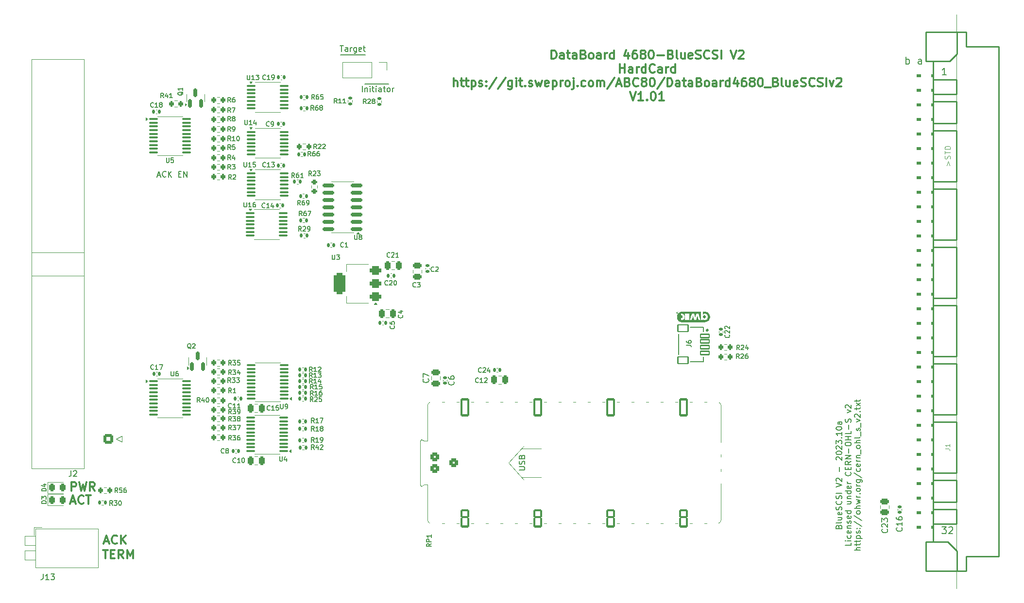
<source format=gbr>
%TF.GenerationSoftware,KiCad,Pcbnew,8.0.7*%
%TF.CreationDate,2024-12-24T20:08:54+01:00*%
%TF.ProjectId,Desktop_50_Pin_TopConn,4465736b-746f-4705-9f35-305f50696e5f,1.01*%
%TF.SameCoordinates,Original*%
%TF.FileFunction,Legend,Top*%
%TF.FilePolarity,Positive*%
%FSLAX46Y46*%
G04 Gerber Fmt 4.6, Leading zero omitted, Abs format (unit mm)*
G04 Created by KiCad (PCBNEW 8.0.7) date 2024-12-24 20:08:54*
%MOMM*%
%LPD*%
G01*
G04 APERTURE LIST*
G04 Aperture macros list*
%AMRoundRect*
0 Rectangle with rounded corners*
0 $1 Rounding radius*
0 $2 $3 $4 $5 $6 $7 $8 $9 X,Y pos of 4 corners*
0 Add a 4 corners polygon primitive as box body*
4,1,4,$2,$3,$4,$5,$6,$7,$8,$9,$2,$3,0*
0 Add four circle primitives for the rounded corners*
1,1,$1+$1,$2,$3*
1,1,$1+$1,$4,$5*
1,1,$1+$1,$6,$7*
1,1,$1+$1,$8,$9*
0 Add four rect primitives between the rounded corners*
20,1,$1+$1,$2,$3,$4,$5,0*
20,1,$1+$1,$4,$5,$6,$7,0*
20,1,$1+$1,$6,$7,$8,$9,0*
20,1,$1+$1,$8,$9,$2,$3,0*%
%AMFreePoly0*
4,1,26,1.935306,0.780194,1.989950,0.741421,2.341421,0.389950,2.388777,0.314585,2.400000,0.248529,2.400000,-0.248529,2.380194,-0.335306,2.341421,-0.389950,1.989950,-0.741421,1.914585,-0.788777,1.848529,-0.800000,0.000000,-0.800000,-0.248529,-0.800000,-0.335306,-0.780194,-0.389950,-0.741421,-0.741421,-0.389950,-0.788777,-0.314585,-0.800000,-0.248529,-0.800000,0.248529,-0.780194,0.335306,
-0.741421,0.389950,-0.389950,0.741421,-0.314585,0.788777,-0.248529,0.800000,1.848529,0.800000,1.935306,0.780194,1.935306,0.780194,$1*%
%AMFreePoly1*
4,1,26,0.335306,0.780194,0.389950,0.741421,0.741421,0.389950,0.788777,0.314585,0.800000,0.248529,0.800000,-0.248529,0.780194,-0.335306,0.741421,-0.389950,0.389950,-0.741421,0.314585,-0.788777,0.248529,-0.800000,0.000000,-0.800000,-0.248529,-0.800000,-0.335306,-0.780194,-0.389950,-0.741421,-0.741421,-0.389950,-0.788777,-0.314585,-0.800000,-0.248529,-0.800000,0.248529,-0.780194,0.335306,
-0.741421,0.389950,-0.389950,0.741421,-0.314585,0.788777,-0.248529,0.800000,0.248529,0.800000,0.335306,0.780194,0.335306,0.780194,$1*%
G04 Aperture macros list end*
%ADD10C,0.150000*%
%ADD11C,0.300000*%
%ADD12C,0.120650*%
%ADD13C,0.127000*%
%ADD14C,0.101600*%
%ADD15C,0.120000*%
%ADD16C,0.254000*%
%ADD17C,0.000000*%
%ADD18RoundRect,0.250000X-0.475000X0.250000X-0.475000X-0.250000X0.475000X-0.250000X0.475000X0.250000X0*%
%ADD19RoundRect,0.250000X-0.250000X-0.475000X0.250000X-0.475000X0.250000X0.475000X-0.250000X0.475000X0*%
%ADD20RoundRect,0.375000X0.625000X0.375000X-0.625000X0.375000X-0.625000X-0.375000X0.625000X-0.375000X0*%
%ADD21RoundRect,0.500000X0.500000X1.400000X-0.500000X1.400000X-0.500000X-1.400000X0.500000X-1.400000X0*%
%ADD22RoundRect,0.140000X-0.140000X-0.170000X0.140000X-0.170000X0.140000X0.170000X-0.140000X0.170000X0*%
%ADD23RoundRect,0.140000X-0.170000X0.140000X-0.170000X-0.140000X0.170000X-0.140000X0.170000X0.140000X0*%
%ADD24RoundRect,0.135000X0.135000X0.185000X-0.135000X0.185000X-0.135000X-0.185000X0.135000X-0.185000X0*%
%ADD25RoundRect,0.200000X0.200000X0.275000X-0.200000X0.275000X-0.200000X-0.275000X0.200000X-0.275000X0*%
%ADD26RoundRect,0.150000X0.150000X-0.587500X0.150000X0.587500X-0.150000X0.587500X-0.150000X-0.587500X0*%
%ADD27RoundRect,0.200000X-0.200000X-0.275000X0.200000X-0.275000X0.200000X0.275000X-0.200000X0.275000X0*%
%ADD28RoundRect,0.135000X-0.135000X-0.185000X0.135000X-0.185000X0.135000X0.185000X-0.135000X0.185000X0*%
%ADD29RoundRect,0.250000X0.600000X0.600000X-0.600000X0.600000X-0.600000X-0.600000X0.600000X-0.600000X0*%
%ADD30C,1.700000*%
%ADD31RoundRect,0.100000X-0.637500X-0.100000X0.637500X-0.100000X0.637500X0.100000X-0.637500X0.100000X0*%
%ADD32C,2.794000*%
%ADD33C,1.625600*%
%ADD34RoundRect,0.140000X0.140000X0.170000X-0.140000X0.170000X-0.140000X-0.170000X0.140000X-0.170000X0*%
%ADD35RoundRect,0.100000X0.637500X0.100000X-0.637500X0.100000X-0.637500X-0.100000X0.637500X-0.100000X0*%
%ADD36RoundRect,0.135000X0.185000X-0.135000X0.185000X0.135000X-0.185000X0.135000X-0.185000X-0.135000X0*%
%ADD37R,1.600000X1.600000*%
%ADD38O,1.600000X1.600000*%
%ADD39RoundRect,0.243750X-0.243750X-0.456250X0.243750X-0.456250X0.243750X0.456250X-0.243750X0.456250X0*%
%ADD40RoundRect,0.250000X0.475000X-0.250000X0.475000X0.250000X-0.475000X0.250000X-0.475000X-0.250000X0*%
%ADD41R,1.700000X1.700000*%
%ADD42O,1.700000X1.700000*%
%ADD43RoundRect,0.150000X0.825000X0.150000X-0.825000X0.150000X-0.825000X-0.150000X0.825000X-0.150000X0*%
%ADD44RoundRect,0.200000X0.275000X-0.200000X0.275000X0.200000X-0.275000X0.200000X-0.275000X-0.200000X0*%
%ADD45RoundRect,0.102000X-0.775000X0.300000X-0.775000X-0.300000X0.775000X-0.300000X0.775000X0.300000X0*%
%ADD46RoundRect,0.102000X0.900000X-0.600000X0.900000X0.600000X-0.900000X0.600000X-0.900000X-0.600000X0*%
%ADD47O,1.800000X1.100000*%
%ADD48O,1.450000X1.050000*%
%ADD49FreePoly0,90.000000*%
%ADD50FreePoly1,90.000000*%
%ADD51O,1.600000X3.200000*%
%ADD52C,1.600000*%
%ADD53RoundRect,0.200000X0.600000X-1.400000X0.600000X1.400000X-0.600000X1.400000X-0.600000X-1.400000X0*%
%ADD54RoundRect,0.200000X0.600000X-0.600000X0.600000X0.600000X-0.600000X0.600000X-0.600000X-0.600000X0*%
%ADD55R,1.574800X1.574800*%
%ADD56C,1.574800*%
%ADD57RoundRect,0.300000X0.450000X-0.450000X0.450000X0.450000X-0.450000X0.450000X-0.450000X-0.450000X0*%
%ADD58C,1.200000*%
G04 APERTURE END LIST*
D10*
X32702300Y-3002000D02*
X37007600Y-3002000D01*
X36906000Y-8082000D02*
X41033500Y-8082000D01*
X36452314Y-9425819D02*
X36452314Y-8425819D01*
X36928504Y-8759152D02*
X36928504Y-9425819D01*
X36928504Y-8854390D02*
X36976123Y-8806771D01*
X36976123Y-8806771D02*
X37071361Y-8759152D01*
X37071361Y-8759152D02*
X37214218Y-8759152D01*
X37214218Y-8759152D02*
X37309456Y-8806771D01*
X37309456Y-8806771D02*
X37357075Y-8902009D01*
X37357075Y-8902009D02*
X37357075Y-9425819D01*
X37833266Y-9425819D02*
X37833266Y-8759152D01*
X37833266Y-8425819D02*
X37785647Y-8473438D01*
X37785647Y-8473438D02*
X37833266Y-8521057D01*
X37833266Y-8521057D02*
X37880885Y-8473438D01*
X37880885Y-8473438D02*
X37833266Y-8425819D01*
X37833266Y-8425819D02*
X37833266Y-8521057D01*
X38166599Y-8759152D02*
X38547551Y-8759152D01*
X38309456Y-8425819D02*
X38309456Y-9282961D01*
X38309456Y-9282961D02*
X38357075Y-9378200D01*
X38357075Y-9378200D02*
X38452313Y-9425819D01*
X38452313Y-9425819D02*
X38547551Y-9425819D01*
X38880885Y-9425819D02*
X38880885Y-8759152D01*
X38880885Y-8425819D02*
X38833266Y-8473438D01*
X38833266Y-8473438D02*
X38880885Y-8521057D01*
X38880885Y-8521057D02*
X38928504Y-8473438D01*
X38928504Y-8473438D02*
X38880885Y-8425819D01*
X38880885Y-8425819D02*
X38880885Y-8521057D01*
X39785646Y-9425819D02*
X39785646Y-8902009D01*
X39785646Y-8902009D02*
X39738027Y-8806771D01*
X39738027Y-8806771D02*
X39642789Y-8759152D01*
X39642789Y-8759152D02*
X39452313Y-8759152D01*
X39452313Y-8759152D02*
X39357075Y-8806771D01*
X39785646Y-9378200D02*
X39690408Y-9425819D01*
X39690408Y-9425819D02*
X39452313Y-9425819D01*
X39452313Y-9425819D02*
X39357075Y-9378200D01*
X39357075Y-9378200D02*
X39309456Y-9282961D01*
X39309456Y-9282961D02*
X39309456Y-9187723D01*
X39309456Y-9187723D02*
X39357075Y-9092485D01*
X39357075Y-9092485D02*
X39452313Y-9044866D01*
X39452313Y-9044866D02*
X39690408Y-9044866D01*
X39690408Y-9044866D02*
X39785646Y-8997247D01*
X40118980Y-8759152D02*
X40499932Y-8759152D01*
X40261837Y-8425819D02*
X40261837Y-9282961D01*
X40261837Y-9282961D02*
X40309456Y-9378200D01*
X40309456Y-9378200D02*
X40404694Y-9425819D01*
X40404694Y-9425819D02*
X40499932Y-9425819D01*
X40976123Y-9425819D02*
X40880885Y-9378200D01*
X40880885Y-9378200D02*
X40833266Y-9330580D01*
X40833266Y-9330580D02*
X40785647Y-9235342D01*
X40785647Y-9235342D02*
X40785647Y-8949628D01*
X40785647Y-8949628D02*
X40833266Y-8854390D01*
X40833266Y-8854390D02*
X40880885Y-8806771D01*
X40880885Y-8806771D02*
X40976123Y-8759152D01*
X40976123Y-8759152D02*
X41118980Y-8759152D01*
X41118980Y-8759152D02*
X41214218Y-8806771D01*
X41214218Y-8806771D02*
X41261837Y-8854390D01*
X41261837Y-8854390D02*
X41309456Y-8949628D01*
X41309456Y-8949628D02*
X41309456Y-9235342D01*
X41309456Y-9235342D02*
X41261837Y-9330580D01*
X41261837Y-9330580D02*
X41214218Y-9378200D01*
X41214218Y-9378200D02*
X41118980Y-9425819D01*
X41118980Y-9425819D02*
X40976123Y-9425819D01*
X41738028Y-9425819D02*
X41738028Y-8759152D01*
X41738028Y-8949628D02*
X41785647Y-8854390D01*
X41785647Y-8854390D02*
X41833266Y-8806771D01*
X41833266Y-8806771D02*
X41928504Y-8759152D01*
X41928504Y-8759152D02*
X42023742Y-8759152D01*
D11*
X69467715Y-3686080D02*
X69467715Y-2186080D01*
X69467715Y-2186080D02*
X69824858Y-2186080D01*
X69824858Y-2186080D02*
X70039144Y-2257509D01*
X70039144Y-2257509D02*
X70182001Y-2400366D01*
X70182001Y-2400366D02*
X70253430Y-2543223D01*
X70253430Y-2543223D02*
X70324858Y-2828937D01*
X70324858Y-2828937D02*
X70324858Y-3043223D01*
X70324858Y-3043223D02*
X70253430Y-3328937D01*
X70253430Y-3328937D02*
X70182001Y-3471794D01*
X70182001Y-3471794D02*
X70039144Y-3614652D01*
X70039144Y-3614652D02*
X69824858Y-3686080D01*
X69824858Y-3686080D02*
X69467715Y-3686080D01*
X71610573Y-3686080D02*
X71610573Y-2900366D01*
X71610573Y-2900366D02*
X71539144Y-2757509D01*
X71539144Y-2757509D02*
X71396287Y-2686080D01*
X71396287Y-2686080D02*
X71110573Y-2686080D01*
X71110573Y-2686080D02*
X70967715Y-2757509D01*
X71610573Y-3614652D02*
X71467715Y-3686080D01*
X71467715Y-3686080D02*
X71110573Y-3686080D01*
X71110573Y-3686080D02*
X70967715Y-3614652D01*
X70967715Y-3614652D02*
X70896287Y-3471794D01*
X70896287Y-3471794D02*
X70896287Y-3328937D01*
X70896287Y-3328937D02*
X70967715Y-3186080D01*
X70967715Y-3186080D02*
X71110573Y-3114652D01*
X71110573Y-3114652D02*
X71467715Y-3114652D01*
X71467715Y-3114652D02*
X71610573Y-3043223D01*
X72110573Y-2686080D02*
X72682001Y-2686080D01*
X72324858Y-2186080D02*
X72324858Y-3471794D01*
X72324858Y-3471794D02*
X72396287Y-3614652D01*
X72396287Y-3614652D02*
X72539144Y-3686080D01*
X72539144Y-3686080D02*
X72682001Y-3686080D01*
X73824859Y-3686080D02*
X73824859Y-2900366D01*
X73824859Y-2900366D02*
X73753430Y-2757509D01*
X73753430Y-2757509D02*
X73610573Y-2686080D01*
X73610573Y-2686080D02*
X73324859Y-2686080D01*
X73324859Y-2686080D02*
X73182001Y-2757509D01*
X73824859Y-3614652D02*
X73682001Y-3686080D01*
X73682001Y-3686080D02*
X73324859Y-3686080D01*
X73324859Y-3686080D02*
X73182001Y-3614652D01*
X73182001Y-3614652D02*
X73110573Y-3471794D01*
X73110573Y-3471794D02*
X73110573Y-3328937D01*
X73110573Y-3328937D02*
X73182001Y-3186080D01*
X73182001Y-3186080D02*
X73324859Y-3114652D01*
X73324859Y-3114652D02*
X73682001Y-3114652D01*
X73682001Y-3114652D02*
X73824859Y-3043223D01*
X75039144Y-2900366D02*
X75253430Y-2971794D01*
X75253430Y-2971794D02*
X75324859Y-3043223D01*
X75324859Y-3043223D02*
X75396287Y-3186080D01*
X75396287Y-3186080D02*
X75396287Y-3400366D01*
X75396287Y-3400366D02*
X75324859Y-3543223D01*
X75324859Y-3543223D02*
X75253430Y-3614652D01*
X75253430Y-3614652D02*
X75110573Y-3686080D01*
X75110573Y-3686080D02*
X74539144Y-3686080D01*
X74539144Y-3686080D02*
X74539144Y-2186080D01*
X74539144Y-2186080D02*
X75039144Y-2186080D01*
X75039144Y-2186080D02*
X75182002Y-2257509D01*
X75182002Y-2257509D02*
X75253430Y-2328937D01*
X75253430Y-2328937D02*
X75324859Y-2471794D01*
X75324859Y-2471794D02*
X75324859Y-2614652D01*
X75324859Y-2614652D02*
X75253430Y-2757509D01*
X75253430Y-2757509D02*
X75182002Y-2828937D01*
X75182002Y-2828937D02*
X75039144Y-2900366D01*
X75039144Y-2900366D02*
X74539144Y-2900366D01*
X76253430Y-3686080D02*
X76110573Y-3614652D01*
X76110573Y-3614652D02*
X76039144Y-3543223D01*
X76039144Y-3543223D02*
X75967716Y-3400366D01*
X75967716Y-3400366D02*
X75967716Y-2971794D01*
X75967716Y-2971794D02*
X76039144Y-2828937D01*
X76039144Y-2828937D02*
X76110573Y-2757509D01*
X76110573Y-2757509D02*
X76253430Y-2686080D01*
X76253430Y-2686080D02*
X76467716Y-2686080D01*
X76467716Y-2686080D02*
X76610573Y-2757509D01*
X76610573Y-2757509D02*
X76682002Y-2828937D01*
X76682002Y-2828937D02*
X76753430Y-2971794D01*
X76753430Y-2971794D02*
X76753430Y-3400366D01*
X76753430Y-3400366D02*
X76682002Y-3543223D01*
X76682002Y-3543223D02*
X76610573Y-3614652D01*
X76610573Y-3614652D02*
X76467716Y-3686080D01*
X76467716Y-3686080D02*
X76253430Y-3686080D01*
X78039145Y-3686080D02*
X78039145Y-2900366D01*
X78039145Y-2900366D02*
X77967716Y-2757509D01*
X77967716Y-2757509D02*
X77824859Y-2686080D01*
X77824859Y-2686080D02*
X77539145Y-2686080D01*
X77539145Y-2686080D02*
X77396287Y-2757509D01*
X78039145Y-3614652D02*
X77896287Y-3686080D01*
X77896287Y-3686080D02*
X77539145Y-3686080D01*
X77539145Y-3686080D02*
X77396287Y-3614652D01*
X77396287Y-3614652D02*
X77324859Y-3471794D01*
X77324859Y-3471794D02*
X77324859Y-3328937D01*
X77324859Y-3328937D02*
X77396287Y-3186080D01*
X77396287Y-3186080D02*
X77539145Y-3114652D01*
X77539145Y-3114652D02*
X77896287Y-3114652D01*
X77896287Y-3114652D02*
X78039145Y-3043223D01*
X78753430Y-3686080D02*
X78753430Y-2686080D01*
X78753430Y-2971794D02*
X78824859Y-2828937D01*
X78824859Y-2828937D02*
X78896288Y-2757509D01*
X78896288Y-2757509D02*
X79039145Y-2686080D01*
X79039145Y-2686080D02*
X79182002Y-2686080D01*
X80324859Y-3686080D02*
X80324859Y-2186080D01*
X80324859Y-3614652D02*
X80182001Y-3686080D01*
X80182001Y-3686080D02*
X79896287Y-3686080D01*
X79896287Y-3686080D02*
X79753430Y-3614652D01*
X79753430Y-3614652D02*
X79682001Y-3543223D01*
X79682001Y-3543223D02*
X79610573Y-3400366D01*
X79610573Y-3400366D02*
X79610573Y-2971794D01*
X79610573Y-2971794D02*
X79682001Y-2828937D01*
X79682001Y-2828937D02*
X79753430Y-2757509D01*
X79753430Y-2757509D02*
X79896287Y-2686080D01*
X79896287Y-2686080D02*
X80182001Y-2686080D01*
X80182001Y-2686080D02*
X80324859Y-2757509D01*
X82824859Y-2686080D02*
X82824859Y-3686080D01*
X82467716Y-2114652D02*
X82110573Y-3186080D01*
X82110573Y-3186080D02*
X83039144Y-3186080D01*
X84253430Y-2186080D02*
X83967715Y-2186080D01*
X83967715Y-2186080D02*
X83824858Y-2257509D01*
X83824858Y-2257509D02*
X83753430Y-2328937D01*
X83753430Y-2328937D02*
X83610572Y-2543223D01*
X83610572Y-2543223D02*
X83539144Y-2828937D01*
X83539144Y-2828937D02*
X83539144Y-3400366D01*
X83539144Y-3400366D02*
X83610572Y-3543223D01*
X83610572Y-3543223D02*
X83682001Y-3614652D01*
X83682001Y-3614652D02*
X83824858Y-3686080D01*
X83824858Y-3686080D02*
X84110572Y-3686080D01*
X84110572Y-3686080D02*
X84253430Y-3614652D01*
X84253430Y-3614652D02*
X84324858Y-3543223D01*
X84324858Y-3543223D02*
X84396287Y-3400366D01*
X84396287Y-3400366D02*
X84396287Y-3043223D01*
X84396287Y-3043223D02*
X84324858Y-2900366D01*
X84324858Y-2900366D02*
X84253430Y-2828937D01*
X84253430Y-2828937D02*
X84110572Y-2757509D01*
X84110572Y-2757509D02*
X83824858Y-2757509D01*
X83824858Y-2757509D02*
X83682001Y-2828937D01*
X83682001Y-2828937D02*
X83610572Y-2900366D01*
X83610572Y-2900366D02*
X83539144Y-3043223D01*
X85253429Y-2828937D02*
X85110572Y-2757509D01*
X85110572Y-2757509D02*
X85039143Y-2686080D01*
X85039143Y-2686080D02*
X84967715Y-2543223D01*
X84967715Y-2543223D02*
X84967715Y-2471794D01*
X84967715Y-2471794D02*
X85039143Y-2328937D01*
X85039143Y-2328937D02*
X85110572Y-2257509D01*
X85110572Y-2257509D02*
X85253429Y-2186080D01*
X85253429Y-2186080D02*
X85539143Y-2186080D01*
X85539143Y-2186080D02*
X85682001Y-2257509D01*
X85682001Y-2257509D02*
X85753429Y-2328937D01*
X85753429Y-2328937D02*
X85824858Y-2471794D01*
X85824858Y-2471794D02*
X85824858Y-2543223D01*
X85824858Y-2543223D02*
X85753429Y-2686080D01*
X85753429Y-2686080D02*
X85682001Y-2757509D01*
X85682001Y-2757509D02*
X85539143Y-2828937D01*
X85539143Y-2828937D02*
X85253429Y-2828937D01*
X85253429Y-2828937D02*
X85110572Y-2900366D01*
X85110572Y-2900366D02*
X85039143Y-2971794D01*
X85039143Y-2971794D02*
X84967715Y-3114652D01*
X84967715Y-3114652D02*
X84967715Y-3400366D01*
X84967715Y-3400366D02*
X85039143Y-3543223D01*
X85039143Y-3543223D02*
X85110572Y-3614652D01*
X85110572Y-3614652D02*
X85253429Y-3686080D01*
X85253429Y-3686080D02*
X85539143Y-3686080D01*
X85539143Y-3686080D02*
X85682001Y-3614652D01*
X85682001Y-3614652D02*
X85753429Y-3543223D01*
X85753429Y-3543223D02*
X85824858Y-3400366D01*
X85824858Y-3400366D02*
X85824858Y-3114652D01*
X85824858Y-3114652D02*
X85753429Y-2971794D01*
X85753429Y-2971794D02*
X85682001Y-2900366D01*
X85682001Y-2900366D02*
X85539143Y-2828937D01*
X86753429Y-2186080D02*
X86896286Y-2186080D01*
X86896286Y-2186080D02*
X87039143Y-2257509D01*
X87039143Y-2257509D02*
X87110572Y-2328937D01*
X87110572Y-2328937D02*
X87182000Y-2471794D01*
X87182000Y-2471794D02*
X87253429Y-2757509D01*
X87253429Y-2757509D02*
X87253429Y-3114652D01*
X87253429Y-3114652D02*
X87182000Y-3400366D01*
X87182000Y-3400366D02*
X87110572Y-3543223D01*
X87110572Y-3543223D02*
X87039143Y-3614652D01*
X87039143Y-3614652D02*
X86896286Y-3686080D01*
X86896286Y-3686080D02*
X86753429Y-3686080D01*
X86753429Y-3686080D02*
X86610572Y-3614652D01*
X86610572Y-3614652D02*
X86539143Y-3543223D01*
X86539143Y-3543223D02*
X86467714Y-3400366D01*
X86467714Y-3400366D02*
X86396286Y-3114652D01*
X86396286Y-3114652D02*
X86396286Y-2757509D01*
X86396286Y-2757509D02*
X86467714Y-2471794D01*
X86467714Y-2471794D02*
X86539143Y-2328937D01*
X86539143Y-2328937D02*
X86610572Y-2257509D01*
X86610572Y-2257509D02*
X86753429Y-2186080D01*
X87896285Y-3114652D02*
X89039143Y-3114652D01*
X90253428Y-2900366D02*
X90467714Y-2971794D01*
X90467714Y-2971794D02*
X90539143Y-3043223D01*
X90539143Y-3043223D02*
X90610571Y-3186080D01*
X90610571Y-3186080D02*
X90610571Y-3400366D01*
X90610571Y-3400366D02*
X90539143Y-3543223D01*
X90539143Y-3543223D02*
X90467714Y-3614652D01*
X90467714Y-3614652D02*
X90324857Y-3686080D01*
X90324857Y-3686080D02*
X89753428Y-3686080D01*
X89753428Y-3686080D02*
X89753428Y-2186080D01*
X89753428Y-2186080D02*
X90253428Y-2186080D01*
X90253428Y-2186080D02*
X90396286Y-2257509D01*
X90396286Y-2257509D02*
X90467714Y-2328937D01*
X90467714Y-2328937D02*
X90539143Y-2471794D01*
X90539143Y-2471794D02*
X90539143Y-2614652D01*
X90539143Y-2614652D02*
X90467714Y-2757509D01*
X90467714Y-2757509D02*
X90396286Y-2828937D01*
X90396286Y-2828937D02*
X90253428Y-2900366D01*
X90253428Y-2900366D02*
X89753428Y-2900366D01*
X91467714Y-3686080D02*
X91324857Y-3614652D01*
X91324857Y-3614652D02*
X91253428Y-3471794D01*
X91253428Y-3471794D02*
X91253428Y-2186080D01*
X92682000Y-2686080D02*
X92682000Y-3686080D01*
X92039142Y-2686080D02*
X92039142Y-3471794D01*
X92039142Y-3471794D02*
X92110571Y-3614652D01*
X92110571Y-3614652D02*
X92253428Y-3686080D01*
X92253428Y-3686080D02*
X92467714Y-3686080D01*
X92467714Y-3686080D02*
X92610571Y-3614652D01*
X92610571Y-3614652D02*
X92682000Y-3543223D01*
X93967714Y-3614652D02*
X93824857Y-3686080D01*
X93824857Y-3686080D02*
X93539143Y-3686080D01*
X93539143Y-3686080D02*
X93396285Y-3614652D01*
X93396285Y-3614652D02*
X93324857Y-3471794D01*
X93324857Y-3471794D02*
X93324857Y-2900366D01*
X93324857Y-2900366D02*
X93396285Y-2757509D01*
X93396285Y-2757509D02*
X93539143Y-2686080D01*
X93539143Y-2686080D02*
X93824857Y-2686080D01*
X93824857Y-2686080D02*
X93967714Y-2757509D01*
X93967714Y-2757509D02*
X94039143Y-2900366D01*
X94039143Y-2900366D02*
X94039143Y-3043223D01*
X94039143Y-3043223D02*
X93324857Y-3186080D01*
X94610571Y-3614652D02*
X94824857Y-3686080D01*
X94824857Y-3686080D02*
X95181999Y-3686080D01*
X95181999Y-3686080D02*
X95324857Y-3614652D01*
X95324857Y-3614652D02*
X95396285Y-3543223D01*
X95396285Y-3543223D02*
X95467714Y-3400366D01*
X95467714Y-3400366D02*
X95467714Y-3257509D01*
X95467714Y-3257509D02*
X95396285Y-3114652D01*
X95396285Y-3114652D02*
X95324857Y-3043223D01*
X95324857Y-3043223D02*
X95181999Y-2971794D01*
X95181999Y-2971794D02*
X94896285Y-2900366D01*
X94896285Y-2900366D02*
X94753428Y-2828937D01*
X94753428Y-2828937D02*
X94681999Y-2757509D01*
X94681999Y-2757509D02*
X94610571Y-2614652D01*
X94610571Y-2614652D02*
X94610571Y-2471794D01*
X94610571Y-2471794D02*
X94681999Y-2328937D01*
X94681999Y-2328937D02*
X94753428Y-2257509D01*
X94753428Y-2257509D02*
X94896285Y-2186080D01*
X94896285Y-2186080D02*
X95253428Y-2186080D01*
X95253428Y-2186080D02*
X95467714Y-2257509D01*
X96967713Y-3543223D02*
X96896285Y-3614652D01*
X96896285Y-3614652D02*
X96681999Y-3686080D01*
X96681999Y-3686080D02*
X96539142Y-3686080D01*
X96539142Y-3686080D02*
X96324856Y-3614652D01*
X96324856Y-3614652D02*
X96181999Y-3471794D01*
X96181999Y-3471794D02*
X96110570Y-3328937D01*
X96110570Y-3328937D02*
X96039142Y-3043223D01*
X96039142Y-3043223D02*
X96039142Y-2828937D01*
X96039142Y-2828937D02*
X96110570Y-2543223D01*
X96110570Y-2543223D02*
X96181999Y-2400366D01*
X96181999Y-2400366D02*
X96324856Y-2257509D01*
X96324856Y-2257509D02*
X96539142Y-2186080D01*
X96539142Y-2186080D02*
X96681999Y-2186080D01*
X96681999Y-2186080D02*
X96896285Y-2257509D01*
X96896285Y-2257509D02*
X96967713Y-2328937D01*
X97539142Y-3614652D02*
X97753428Y-3686080D01*
X97753428Y-3686080D02*
X98110570Y-3686080D01*
X98110570Y-3686080D02*
X98253428Y-3614652D01*
X98253428Y-3614652D02*
X98324856Y-3543223D01*
X98324856Y-3543223D02*
X98396285Y-3400366D01*
X98396285Y-3400366D02*
X98396285Y-3257509D01*
X98396285Y-3257509D02*
X98324856Y-3114652D01*
X98324856Y-3114652D02*
X98253428Y-3043223D01*
X98253428Y-3043223D02*
X98110570Y-2971794D01*
X98110570Y-2971794D02*
X97824856Y-2900366D01*
X97824856Y-2900366D02*
X97681999Y-2828937D01*
X97681999Y-2828937D02*
X97610570Y-2757509D01*
X97610570Y-2757509D02*
X97539142Y-2614652D01*
X97539142Y-2614652D02*
X97539142Y-2471794D01*
X97539142Y-2471794D02*
X97610570Y-2328937D01*
X97610570Y-2328937D02*
X97681999Y-2257509D01*
X97681999Y-2257509D02*
X97824856Y-2186080D01*
X97824856Y-2186080D02*
X98181999Y-2186080D01*
X98181999Y-2186080D02*
X98396285Y-2257509D01*
X99039141Y-3686080D02*
X99039141Y-2186080D01*
X100681999Y-2186080D02*
X101181999Y-3686080D01*
X101181999Y-3686080D02*
X101681999Y-2186080D01*
X102110570Y-2328937D02*
X102181998Y-2257509D01*
X102181998Y-2257509D02*
X102324856Y-2186080D01*
X102324856Y-2186080D02*
X102681998Y-2186080D01*
X102681998Y-2186080D02*
X102824856Y-2257509D01*
X102824856Y-2257509D02*
X102896284Y-2328937D01*
X102896284Y-2328937D02*
X102967713Y-2471794D01*
X102967713Y-2471794D02*
X102967713Y-2614652D01*
X102967713Y-2614652D02*
X102896284Y-2828937D01*
X102896284Y-2828937D02*
X102039141Y-3686080D01*
X102039141Y-3686080D02*
X102967713Y-3686080D01*
X81360571Y-6100996D02*
X81360571Y-4600996D01*
X81360571Y-5315282D02*
X82217714Y-5315282D01*
X82217714Y-6100996D02*
X82217714Y-4600996D01*
X83574858Y-6100996D02*
X83574858Y-5315282D01*
X83574858Y-5315282D02*
X83503429Y-5172425D01*
X83503429Y-5172425D02*
X83360572Y-5100996D01*
X83360572Y-5100996D02*
X83074858Y-5100996D01*
X83074858Y-5100996D02*
X82932000Y-5172425D01*
X83574858Y-6029568D02*
X83432000Y-6100996D01*
X83432000Y-6100996D02*
X83074858Y-6100996D01*
X83074858Y-6100996D02*
X82932000Y-6029568D01*
X82932000Y-6029568D02*
X82860572Y-5886710D01*
X82860572Y-5886710D02*
X82860572Y-5743853D01*
X82860572Y-5743853D02*
X82932000Y-5600996D01*
X82932000Y-5600996D02*
X83074858Y-5529568D01*
X83074858Y-5529568D02*
X83432000Y-5529568D01*
X83432000Y-5529568D02*
X83574858Y-5458139D01*
X84289143Y-6100996D02*
X84289143Y-5100996D01*
X84289143Y-5386710D02*
X84360572Y-5243853D01*
X84360572Y-5243853D02*
X84432001Y-5172425D01*
X84432001Y-5172425D02*
X84574858Y-5100996D01*
X84574858Y-5100996D02*
X84717715Y-5100996D01*
X85860572Y-6100996D02*
X85860572Y-4600996D01*
X85860572Y-6029568D02*
X85717714Y-6100996D01*
X85717714Y-6100996D02*
X85432000Y-6100996D01*
X85432000Y-6100996D02*
X85289143Y-6029568D01*
X85289143Y-6029568D02*
X85217714Y-5958139D01*
X85217714Y-5958139D02*
X85146286Y-5815282D01*
X85146286Y-5815282D02*
X85146286Y-5386710D01*
X85146286Y-5386710D02*
X85217714Y-5243853D01*
X85217714Y-5243853D02*
X85289143Y-5172425D01*
X85289143Y-5172425D02*
X85432000Y-5100996D01*
X85432000Y-5100996D02*
X85717714Y-5100996D01*
X85717714Y-5100996D02*
X85860572Y-5172425D01*
X87432000Y-5958139D02*
X87360572Y-6029568D01*
X87360572Y-6029568D02*
X87146286Y-6100996D01*
X87146286Y-6100996D02*
X87003429Y-6100996D01*
X87003429Y-6100996D02*
X86789143Y-6029568D01*
X86789143Y-6029568D02*
X86646286Y-5886710D01*
X86646286Y-5886710D02*
X86574857Y-5743853D01*
X86574857Y-5743853D02*
X86503429Y-5458139D01*
X86503429Y-5458139D02*
X86503429Y-5243853D01*
X86503429Y-5243853D02*
X86574857Y-4958139D01*
X86574857Y-4958139D02*
X86646286Y-4815282D01*
X86646286Y-4815282D02*
X86789143Y-4672425D01*
X86789143Y-4672425D02*
X87003429Y-4600996D01*
X87003429Y-4600996D02*
X87146286Y-4600996D01*
X87146286Y-4600996D02*
X87360572Y-4672425D01*
X87360572Y-4672425D02*
X87432000Y-4743853D01*
X88717715Y-6100996D02*
X88717715Y-5315282D01*
X88717715Y-5315282D02*
X88646286Y-5172425D01*
X88646286Y-5172425D02*
X88503429Y-5100996D01*
X88503429Y-5100996D02*
X88217715Y-5100996D01*
X88217715Y-5100996D02*
X88074857Y-5172425D01*
X88717715Y-6029568D02*
X88574857Y-6100996D01*
X88574857Y-6100996D02*
X88217715Y-6100996D01*
X88217715Y-6100996D02*
X88074857Y-6029568D01*
X88074857Y-6029568D02*
X88003429Y-5886710D01*
X88003429Y-5886710D02*
X88003429Y-5743853D01*
X88003429Y-5743853D02*
X88074857Y-5600996D01*
X88074857Y-5600996D02*
X88217715Y-5529568D01*
X88217715Y-5529568D02*
X88574857Y-5529568D01*
X88574857Y-5529568D02*
X88717715Y-5458139D01*
X89432000Y-6100996D02*
X89432000Y-5100996D01*
X89432000Y-5386710D02*
X89503429Y-5243853D01*
X89503429Y-5243853D02*
X89574858Y-5172425D01*
X89574858Y-5172425D02*
X89717715Y-5100996D01*
X89717715Y-5100996D02*
X89860572Y-5100996D01*
X91003429Y-6100996D02*
X91003429Y-4600996D01*
X91003429Y-6029568D02*
X90860571Y-6100996D01*
X90860571Y-6100996D02*
X90574857Y-6100996D01*
X90574857Y-6100996D02*
X90432000Y-6029568D01*
X90432000Y-6029568D02*
X90360571Y-5958139D01*
X90360571Y-5958139D02*
X90289143Y-5815282D01*
X90289143Y-5815282D02*
X90289143Y-5386710D01*
X90289143Y-5386710D02*
X90360571Y-5243853D01*
X90360571Y-5243853D02*
X90432000Y-5172425D01*
X90432000Y-5172425D02*
X90574857Y-5100996D01*
X90574857Y-5100996D02*
X90860571Y-5100996D01*
X90860571Y-5100996D02*
X91003429Y-5172425D01*
X52431999Y-8515912D02*
X52431999Y-7015912D01*
X53074857Y-8515912D02*
X53074857Y-7730198D01*
X53074857Y-7730198D02*
X53003428Y-7587341D01*
X53003428Y-7587341D02*
X52860571Y-7515912D01*
X52860571Y-7515912D02*
X52646285Y-7515912D01*
X52646285Y-7515912D02*
X52503428Y-7587341D01*
X52503428Y-7587341D02*
X52431999Y-7658769D01*
X53574857Y-7515912D02*
X54146285Y-7515912D01*
X53789142Y-7015912D02*
X53789142Y-8301626D01*
X53789142Y-8301626D02*
X53860571Y-8444484D01*
X53860571Y-8444484D02*
X54003428Y-8515912D01*
X54003428Y-8515912D02*
X54146285Y-8515912D01*
X54432000Y-7515912D02*
X55003428Y-7515912D01*
X54646285Y-7015912D02*
X54646285Y-8301626D01*
X54646285Y-8301626D02*
X54717714Y-8444484D01*
X54717714Y-8444484D02*
X54860571Y-8515912D01*
X54860571Y-8515912D02*
X55003428Y-8515912D01*
X55503428Y-7515912D02*
X55503428Y-9015912D01*
X55503428Y-7587341D02*
X55646286Y-7515912D01*
X55646286Y-7515912D02*
X55932000Y-7515912D01*
X55932000Y-7515912D02*
X56074857Y-7587341D01*
X56074857Y-7587341D02*
X56146286Y-7658769D01*
X56146286Y-7658769D02*
X56217714Y-7801626D01*
X56217714Y-7801626D02*
X56217714Y-8230198D01*
X56217714Y-8230198D02*
X56146286Y-8373055D01*
X56146286Y-8373055D02*
X56074857Y-8444484D01*
X56074857Y-8444484D02*
X55932000Y-8515912D01*
X55932000Y-8515912D02*
X55646286Y-8515912D01*
X55646286Y-8515912D02*
X55503428Y-8444484D01*
X56789143Y-8444484D02*
X56932000Y-8515912D01*
X56932000Y-8515912D02*
X57217714Y-8515912D01*
X57217714Y-8515912D02*
X57360571Y-8444484D01*
X57360571Y-8444484D02*
X57432000Y-8301626D01*
X57432000Y-8301626D02*
X57432000Y-8230198D01*
X57432000Y-8230198D02*
X57360571Y-8087341D01*
X57360571Y-8087341D02*
X57217714Y-8015912D01*
X57217714Y-8015912D02*
X57003429Y-8015912D01*
X57003429Y-8015912D02*
X56860571Y-7944484D01*
X56860571Y-7944484D02*
X56789143Y-7801626D01*
X56789143Y-7801626D02*
X56789143Y-7730198D01*
X56789143Y-7730198D02*
X56860571Y-7587341D01*
X56860571Y-7587341D02*
X57003429Y-7515912D01*
X57003429Y-7515912D02*
X57217714Y-7515912D01*
X57217714Y-7515912D02*
X57360571Y-7587341D01*
X58074857Y-8373055D02*
X58146286Y-8444484D01*
X58146286Y-8444484D02*
X58074857Y-8515912D01*
X58074857Y-8515912D02*
X58003429Y-8444484D01*
X58003429Y-8444484D02*
X58074857Y-8373055D01*
X58074857Y-8373055D02*
X58074857Y-8515912D01*
X58074857Y-7587341D02*
X58146286Y-7658769D01*
X58146286Y-7658769D02*
X58074857Y-7730198D01*
X58074857Y-7730198D02*
X58003429Y-7658769D01*
X58003429Y-7658769D02*
X58074857Y-7587341D01*
X58074857Y-7587341D02*
X58074857Y-7730198D01*
X59860572Y-6944484D02*
X58574858Y-8873055D01*
X61432001Y-6944484D02*
X60146287Y-8873055D01*
X62574859Y-7515912D02*
X62574859Y-8730198D01*
X62574859Y-8730198D02*
X62503430Y-8873055D01*
X62503430Y-8873055D02*
X62432001Y-8944484D01*
X62432001Y-8944484D02*
X62289144Y-9015912D01*
X62289144Y-9015912D02*
X62074859Y-9015912D01*
X62074859Y-9015912D02*
X61932001Y-8944484D01*
X62574859Y-8444484D02*
X62432001Y-8515912D01*
X62432001Y-8515912D02*
X62146287Y-8515912D01*
X62146287Y-8515912D02*
X62003430Y-8444484D01*
X62003430Y-8444484D02*
X61932001Y-8373055D01*
X61932001Y-8373055D02*
X61860573Y-8230198D01*
X61860573Y-8230198D02*
X61860573Y-7801626D01*
X61860573Y-7801626D02*
X61932001Y-7658769D01*
X61932001Y-7658769D02*
X62003430Y-7587341D01*
X62003430Y-7587341D02*
X62146287Y-7515912D01*
X62146287Y-7515912D02*
X62432001Y-7515912D01*
X62432001Y-7515912D02*
X62574859Y-7587341D01*
X63289144Y-8515912D02*
X63289144Y-7515912D01*
X63289144Y-7015912D02*
X63217716Y-7087341D01*
X63217716Y-7087341D02*
X63289144Y-7158769D01*
X63289144Y-7158769D02*
X63360573Y-7087341D01*
X63360573Y-7087341D02*
X63289144Y-7015912D01*
X63289144Y-7015912D02*
X63289144Y-7158769D01*
X63789145Y-7515912D02*
X64360573Y-7515912D01*
X64003430Y-7015912D02*
X64003430Y-8301626D01*
X64003430Y-8301626D02*
X64074859Y-8444484D01*
X64074859Y-8444484D02*
X64217716Y-8515912D01*
X64217716Y-8515912D02*
X64360573Y-8515912D01*
X64860573Y-8373055D02*
X64932002Y-8444484D01*
X64932002Y-8444484D02*
X64860573Y-8515912D01*
X64860573Y-8515912D02*
X64789145Y-8444484D01*
X64789145Y-8444484D02*
X64860573Y-8373055D01*
X64860573Y-8373055D02*
X64860573Y-8515912D01*
X65503431Y-8444484D02*
X65646288Y-8515912D01*
X65646288Y-8515912D02*
X65932002Y-8515912D01*
X65932002Y-8515912D02*
X66074859Y-8444484D01*
X66074859Y-8444484D02*
X66146288Y-8301626D01*
X66146288Y-8301626D02*
X66146288Y-8230198D01*
X66146288Y-8230198D02*
X66074859Y-8087341D01*
X66074859Y-8087341D02*
X65932002Y-8015912D01*
X65932002Y-8015912D02*
X65717717Y-8015912D01*
X65717717Y-8015912D02*
X65574859Y-7944484D01*
X65574859Y-7944484D02*
X65503431Y-7801626D01*
X65503431Y-7801626D02*
X65503431Y-7730198D01*
X65503431Y-7730198D02*
X65574859Y-7587341D01*
X65574859Y-7587341D02*
X65717717Y-7515912D01*
X65717717Y-7515912D02*
X65932002Y-7515912D01*
X65932002Y-7515912D02*
X66074859Y-7587341D01*
X66646288Y-7515912D02*
X66932003Y-8515912D01*
X66932003Y-8515912D02*
X67217717Y-7801626D01*
X67217717Y-7801626D02*
X67503431Y-8515912D01*
X67503431Y-8515912D02*
X67789145Y-7515912D01*
X68932003Y-8444484D02*
X68789146Y-8515912D01*
X68789146Y-8515912D02*
X68503432Y-8515912D01*
X68503432Y-8515912D02*
X68360574Y-8444484D01*
X68360574Y-8444484D02*
X68289146Y-8301626D01*
X68289146Y-8301626D02*
X68289146Y-7730198D01*
X68289146Y-7730198D02*
X68360574Y-7587341D01*
X68360574Y-7587341D02*
X68503432Y-7515912D01*
X68503432Y-7515912D02*
X68789146Y-7515912D01*
X68789146Y-7515912D02*
X68932003Y-7587341D01*
X68932003Y-7587341D02*
X69003432Y-7730198D01*
X69003432Y-7730198D02*
X69003432Y-7873055D01*
X69003432Y-7873055D02*
X68289146Y-8015912D01*
X69646288Y-7515912D02*
X69646288Y-9015912D01*
X69646288Y-7587341D02*
X69789146Y-7515912D01*
X69789146Y-7515912D02*
X70074860Y-7515912D01*
X70074860Y-7515912D02*
X70217717Y-7587341D01*
X70217717Y-7587341D02*
X70289146Y-7658769D01*
X70289146Y-7658769D02*
X70360574Y-7801626D01*
X70360574Y-7801626D02*
X70360574Y-8230198D01*
X70360574Y-8230198D02*
X70289146Y-8373055D01*
X70289146Y-8373055D02*
X70217717Y-8444484D01*
X70217717Y-8444484D02*
X70074860Y-8515912D01*
X70074860Y-8515912D02*
X69789146Y-8515912D01*
X69789146Y-8515912D02*
X69646288Y-8444484D01*
X71003431Y-8515912D02*
X71003431Y-7515912D01*
X71003431Y-7801626D02*
X71074860Y-7658769D01*
X71074860Y-7658769D02*
X71146289Y-7587341D01*
X71146289Y-7587341D02*
X71289146Y-7515912D01*
X71289146Y-7515912D02*
X71432003Y-7515912D01*
X72146288Y-8515912D02*
X72003431Y-8444484D01*
X72003431Y-8444484D02*
X71932002Y-8373055D01*
X71932002Y-8373055D02*
X71860574Y-8230198D01*
X71860574Y-8230198D02*
X71860574Y-7801626D01*
X71860574Y-7801626D02*
X71932002Y-7658769D01*
X71932002Y-7658769D02*
X72003431Y-7587341D01*
X72003431Y-7587341D02*
X72146288Y-7515912D01*
X72146288Y-7515912D02*
X72360574Y-7515912D01*
X72360574Y-7515912D02*
X72503431Y-7587341D01*
X72503431Y-7587341D02*
X72574860Y-7658769D01*
X72574860Y-7658769D02*
X72646288Y-7801626D01*
X72646288Y-7801626D02*
X72646288Y-8230198D01*
X72646288Y-8230198D02*
X72574860Y-8373055D01*
X72574860Y-8373055D02*
X72503431Y-8444484D01*
X72503431Y-8444484D02*
X72360574Y-8515912D01*
X72360574Y-8515912D02*
X72146288Y-8515912D01*
X73289145Y-7515912D02*
X73289145Y-8801626D01*
X73289145Y-8801626D02*
X73217717Y-8944484D01*
X73217717Y-8944484D02*
X73074860Y-9015912D01*
X73074860Y-9015912D02*
X73003431Y-9015912D01*
X73289145Y-7015912D02*
X73217717Y-7087341D01*
X73217717Y-7087341D02*
X73289145Y-7158769D01*
X73289145Y-7158769D02*
X73360574Y-7087341D01*
X73360574Y-7087341D02*
X73289145Y-7015912D01*
X73289145Y-7015912D02*
X73289145Y-7158769D01*
X74003431Y-8373055D02*
X74074860Y-8444484D01*
X74074860Y-8444484D02*
X74003431Y-8515912D01*
X74003431Y-8515912D02*
X73932003Y-8444484D01*
X73932003Y-8444484D02*
X74003431Y-8373055D01*
X74003431Y-8373055D02*
X74003431Y-8515912D01*
X75360575Y-8444484D02*
X75217717Y-8515912D01*
X75217717Y-8515912D02*
X74932003Y-8515912D01*
X74932003Y-8515912D02*
X74789146Y-8444484D01*
X74789146Y-8444484D02*
X74717717Y-8373055D01*
X74717717Y-8373055D02*
X74646289Y-8230198D01*
X74646289Y-8230198D02*
X74646289Y-7801626D01*
X74646289Y-7801626D02*
X74717717Y-7658769D01*
X74717717Y-7658769D02*
X74789146Y-7587341D01*
X74789146Y-7587341D02*
X74932003Y-7515912D01*
X74932003Y-7515912D02*
X75217717Y-7515912D01*
X75217717Y-7515912D02*
X75360575Y-7587341D01*
X76217717Y-8515912D02*
X76074860Y-8444484D01*
X76074860Y-8444484D02*
X76003431Y-8373055D01*
X76003431Y-8373055D02*
X75932003Y-8230198D01*
X75932003Y-8230198D02*
X75932003Y-7801626D01*
X75932003Y-7801626D02*
X76003431Y-7658769D01*
X76003431Y-7658769D02*
X76074860Y-7587341D01*
X76074860Y-7587341D02*
X76217717Y-7515912D01*
X76217717Y-7515912D02*
X76432003Y-7515912D01*
X76432003Y-7515912D02*
X76574860Y-7587341D01*
X76574860Y-7587341D02*
X76646289Y-7658769D01*
X76646289Y-7658769D02*
X76717717Y-7801626D01*
X76717717Y-7801626D02*
X76717717Y-8230198D01*
X76717717Y-8230198D02*
X76646289Y-8373055D01*
X76646289Y-8373055D02*
X76574860Y-8444484D01*
X76574860Y-8444484D02*
X76432003Y-8515912D01*
X76432003Y-8515912D02*
X76217717Y-8515912D01*
X77360574Y-8515912D02*
X77360574Y-7515912D01*
X77360574Y-7658769D02*
X77432003Y-7587341D01*
X77432003Y-7587341D02*
X77574860Y-7515912D01*
X77574860Y-7515912D02*
X77789146Y-7515912D01*
X77789146Y-7515912D02*
X77932003Y-7587341D01*
X77932003Y-7587341D02*
X78003432Y-7730198D01*
X78003432Y-7730198D02*
X78003432Y-8515912D01*
X78003432Y-7730198D02*
X78074860Y-7587341D01*
X78074860Y-7587341D02*
X78217717Y-7515912D01*
X78217717Y-7515912D02*
X78432003Y-7515912D01*
X78432003Y-7515912D02*
X78574860Y-7587341D01*
X78574860Y-7587341D02*
X78646289Y-7730198D01*
X78646289Y-7730198D02*
X78646289Y-8515912D01*
X80432003Y-6944484D02*
X79146289Y-8873055D01*
X80860575Y-8087341D02*
X81574861Y-8087341D01*
X80717718Y-8515912D02*
X81217718Y-7015912D01*
X81217718Y-7015912D02*
X81717718Y-8515912D01*
X82717717Y-7730198D02*
X82932003Y-7801626D01*
X82932003Y-7801626D02*
X83003432Y-7873055D01*
X83003432Y-7873055D02*
X83074860Y-8015912D01*
X83074860Y-8015912D02*
X83074860Y-8230198D01*
X83074860Y-8230198D02*
X83003432Y-8373055D01*
X83003432Y-8373055D02*
X82932003Y-8444484D01*
X82932003Y-8444484D02*
X82789146Y-8515912D01*
X82789146Y-8515912D02*
X82217717Y-8515912D01*
X82217717Y-8515912D02*
X82217717Y-7015912D01*
X82217717Y-7015912D02*
X82717717Y-7015912D01*
X82717717Y-7015912D02*
X82860575Y-7087341D01*
X82860575Y-7087341D02*
X82932003Y-7158769D01*
X82932003Y-7158769D02*
X83003432Y-7301626D01*
X83003432Y-7301626D02*
X83003432Y-7444484D01*
X83003432Y-7444484D02*
X82932003Y-7587341D01*
X82932003Y-7587341D02*
X82860575Y-7658769D01*
X82860575Y-7658769D02*
X82717717Y-7730198D01*
X82717717Y-7730198D02*
X82217717Y-7730198D01*
X84574860Y-8373055D02*
X84503432Y-8444484D01*
X84503432Y-8444484D02*
X84289146Y-8515912D01*
X84289146Y-8515912D02*
X84146289Y-8515912D01*
X84146289Y-8515912D02*
X83932003Y-8444484D01*
X83932003Y-8444484D02*
X83789146Y-8301626D01*
X83789146Y-8301626D02*
X83717717Y-8158769D01*
X83717717Y-8158769D02*
X83646289Y-7873055D01*
X83646289Y-7873055D02*
X83646289Y-7658769D01*
X83646289Y-7658769D02*
X83717717Y-7373055D01*
X83717717Y-7373055D02*
X83789146Y-7230198D01*
X83789146Y-7230198D02*
X83932003Y-7087341D01*
X83932003Y-7087341D02*
X84146289Y-7015912D01*
X84146289Y-7015912D02*
X84289146Y-7015912D01*
X84289146Y-7015912D02*
X84503432Y-7087341D01*
X84503432Y-7087341D02*
X84574860Y-7158769D01*
X85432003Y-7658769D02*
X85289146Y-7587341D01*
X85289146Y-7587341D02*
X85217717Y-7515912D01*
X85217717Y-7515912D02*
X85146289Y-7373055D01*
X85146289Y-7373055D02*
X85146289Y-7301626D01*
X85146289Y-7301626D02*
X85217717Y-7158769D01*
X85217717Y-7158769D02*
X85289146Y-7087341D01*
X85289146Y-7087341D02*
X85432003Y-7015912D01*
X85432003Y-7015912D02*
X85717717Y-7015912D01*
X85717717Y-7015912D02*
X85860575Y-7087341D01*
X85860575Y-7087341D02*
X85932003Y-7158769D01*
X85932003Y-7158769D02*
X86003432Y-7301626D01*
X86003432Y-7301626D02*
X86003432Y-7373055D01*
X86003432Y-7373055D02*
X85932003Y-7515912D01*
X85932003Y-7515912D02*
X85860575Y-7587341D01*
X85860575Y-7587341D02*
X85717717Y-7658769D01*
X85717717Y-7658769D02*
X85432003Y-7658769D01*
X85432003Y-7658769D02*
X85289146Y-7730198D01*
X85289146Y-7730198D02*
X85217717Y-7801626D01*
X85217717Y-7801626D02*
X85146289Y-7944484D01*
X85146289Y-7944484D02*
X85146289Y-8230198D01*
X85146289Y-8230198D02*
X85217717Y-8373055D01*
X85217717Y-8373055D02*
X85289146Y-8444484D01*
X85289146Y-8444484D02*
X85432003Y-8515912D01*
X85432003Y-8515912D02*
X85717717Y-8515912D01*
X85717717Y-8515912D02*
X85860575Y-8444484D01*
X85860575Y-8444484D02*
X85932003Y-8373055D01*
X85932003Y-8373055D02*
X86003432Y-8230198D01*
X86003432Y-8230198D02*
X86003432Y-7944484D01*
X86003432Y-7944484D02*
X85932003Y-7801626D01*
X85932003Y-7801626D02*
X85860575Y-7730198D01*
X85860575Y-7730198D02*
X85717717Y-7658769D01*
X86932003Y-7015912D02*
X87074860Y-7015912D01*
X87074860Y-7015912D02*
X87217717Y-7087341D01*
X87217717Y-7087341D02*
X87289146Y-7158769D01*
X87289146Y-7158769D02*
X87360574Y-7301626D01*
X87360574Y-7301626D02*
X87432003Y-7587341D01*
X87432003Y-7587341D02*
X87432003Y-7944484D01*
X87432003Y-7944484D02*
X87360574Y-8230198D01*
X87360574Y-8230198D02*
X87289146Y-8373055D01*
X87289146Y-8373055D02*
X87217717Y-8444484D01*
X87217717Y-8444484D02*
X87074860Y-8515912D01*
X87074860Y-8515912D02*
X86932003Y-8515912D01*
X86932003Y-8515912D02*
X86789146Y-8444484D01*
X86789146Y-8444484D02*
X86717717Y-8373055D01*
X86717717Y-8373055D02*
X86646288Y-8230198D01*
X86646288Y-8230198D02*
X86574860Y-7944484D01*
X86574860Y-7944484D02*
X86574860Y-7587341D01*
X86574860Y-7587341D02*
X86646288Y-7301626D01*
X86646288Y-7301626D02*
X86717717Y-7158769D01*
X86717717Y-7158769D02*
X86789146Y-7087341D01*
X86789146Y-7087341D02*
X86932003Y-7015912D01*
X89146288Y-6944484D02*
X87860574Y-8873055D01*
X89646288Y-8515912D02*
X89646288Y-7015912D01*
X89646288Y-7015912D02*
X90003431Y-7015912D01*
X90003431Y-7015912D02*
X90217717Y-7087341D01*
X90217717Y-7087341D02*
X90360574Y-7230198D01*
X90360574Y-7230198D02*
X90432003Y-7373055D01*
X90432003Y-7373055D02*
X90503431Y-7658769D01*
X90503431Y-7658769D02*
X90503431Y-7873055D01*
X90503431Y-7873055D02*
X90432003Y-8158769D01*
X90432003Y-8158769D02*
X90360574Y-8301626D01*
X90360574Y-8301626D02*
X90217717Y-8444484D01*
X90217717Y-8444484D02*
X90003431Y-8515912D01*
X90003431Y-8515912D02*
X89646288Y-8515912D01*
X91789146Y-8515912D02*
X91789146Y-7730198D01*
X91789146Y-7730198D02*
X91717717Y-7587341D01*
X91717717Y-7587341D02*
X91574860Y-7515912D01*
X91574860Y-7515912D02*
X91289146Y-7515912D01*
X91289146Y-7515912D02*
X91146288Y-7587341D01*
X91789146Y-8444484D02*
X91646288Y-8515912D01*
X91646288Y-8515912D02*
X91289146Y-8515912D01*
X91289146Y-8515912D02*
X91146288Y-8444484D01*
X91146288Y-8444484D02*
X91074860Y-8301626D01*
X91074860Y-8301626D02*
X91074860Y-8158769D01*
X91074860Y-8158769D02*
X91146288Y-8015912D01*
X91146288Y-8015912D02*
X91289146Y-7944484D01*
X91289146Y-7944484D02*
X91646288Y-7944484D01*
X91646288Y-7944484D02*
X91789146Y-7873055D01*
X92289146Y-7515912D02*
X92860574Y-7515912D01*
X92503431Y-7015912D02*
X92503431Y-8301626D01*
X92503431Y-8301626D02*
X92574860Y-8444484D01*
X92574860Y-8444484D02*
X92717717Y-8515912D01*
X92717717Y-8515912D02*
X92860574Y-8515912D01*
X94003432Y-8515912D02*
X94003432Y-7730198D01*
X94003432Y-7730198D02*
X93932003Y-7587341D01*
X93932003Y-7587341D02*
X93789146Y-7515912D01*
X93789146Y-7515912D02*
X93503432Y-7515912D01*
X93503432Y-7515912D02*
X93360574Y-7587341D01*
X94003432Y-8444484D02*
X93860574Y-8515912D01*
X93860574Y-8515912D02*
X93503432Y-8515912D01*
X93503432Y-8515912D02*
X93360574Y-8444484D01*
X93360574Y-8444484D02*
X93289146Y-8301626D01*
X93289146Y-8301626D02*
X93289146Y-8158769D01*
X93289146Y-8158769D02*
X93360574Y-8015912D01*
X93360574Y-8015912D02*
X93503432Y-7944484D01*
X93503432Y-7944484D02*
X93860574Y-7944484D01*
X93860574Y-7944484D02*
X94003432Y-7873055D01*
X95217717Y-7730198D02*
X95432003Y-7801626D01*
X95432003Y-7801626D02*
X95503432Y-7873055D01*
X95503432Y-7873055D02*
X95574860Y-8015912D01*
X95574860Y-8015912D02*
X95574860Y-8230198D01*
X95574860Y-8230198D02*
X95503432Y-8373055D01*
X95503432Y-8373055D02*
X95432003Y-8444484D01*
X95432003Y-8444484D02*
X95289146Y-8515912D01*
X95289146Y-8515912D02*
X94717717Y-8515912D01*
X94717717Y-8515912D02*
X94717717Y-7015912D01*
X94717717Y-7015912D02*
X95217717Y-7015912D01*
X95217717Y-7015912D02*
X95360575Y-7087341D01*
X95360575Y-7087341D02*
X95432003Y-7158769D01*
X95432003Y-7158769D02*
X95503432Y-7301626D01*
X95503432Y-7301626D02*
X95503432Y-7444484D01*
X95503432Y-7444484D02*
X95432003Y-7587341D01*
X95432003Y-7587341D02*
X95360575Y-7658769D01*
X95360575Y-7658769D02*
X95217717Y-7730198D01*
X95217717Y-7730198D02*
X94717717Y-7730198D01*
X96432003Y-8515912D02*
X96289146Y-8444484D01*
X96289146Y-8444484D02*
X96217717Y-8373055D01*
X96217717Y-8373055D02*
X96146289Y-8230198D01*
X96146289Y-8230198D02*
X96146289Y-7801626D01*
X96146289Y-7801626D02*
X96217717Y-7658769D01*
X96217717Y-7658769D02*
X96289146Y-7587341D01*
X96289146Y-7587341D02*
X96432003Y-7515912D01*
X96432003Y-7515912D02*
X96646289Y-7515912D01*
X96646289Y-7515912D02*
X96789146Y-7587341D01*
X96789146Y-7587341D02*
X96860575Y-7658769D01*
X96860575Y-7658769D02*
X96932003Y-7801626D01*
X96932003Y-7801626D02*
X96932003Y-8230198D01*
X96932003Y-8230198D02*
X96860575Y-8373055D01*
X96860575Y-8373055D02*
X96789146Y-8444484D01*
X96789146Y-8444484D02*
X96646289Y-8515912D01*
X96646289Y-8515912D02*
X96432003Y-8515912D01*
X98217718Y-8515912D02*
X98217718Y-7730198D01*
X98217718Y-7730198D02*
X98146289Y-7587341D01*
X98146289Y-7587341D02*
X98003432Y-7515912D01*
X98003432Y-7515912D02*
X97717718Y-7515912D01*
X97717718Y-7515912D02*
X97574860Y-7587341D01*
X98217718Y-8444484D02*
X98074860Y-8515912D01*
X98074860Y-8515912D02*
X97717718Y-8515912D01*
X97717718Y-8515912D02*
X97574860Y-8444484D01*
X97574860Y-8444484D02*
X97503432Y-8301626D01*
X97503432Y-8301626D02*
X97503432Y-8158769D01*
X97503432Y-8158769D02*
X97574860Y-8015912D01*
X97574860Y-8015912D02*
X97717718Y-7944484D01*
X97717718Y-7944484D02*
X98074860Y-7944484D01*
X98074860Y-7944484D02*
X98217718Y-7873055D01*
X98932003Y-8515912D02*
X98932003Y-7515912D01*
X98932003Y-7801626D02*
X99003432Y-7658769D01*
X99003432Y-7658769D02*
X99074861Y-7587341D01*
X99074861Y-7587341D02*
X99217718Y-7515912D01*
X99217718Y-7515912D02*
X99360575Y-7515912D01*
X100503432Y-8515912D02*
X100503432Y-7015912D01*
X100503432Y-8444484D02*
X100360574Y-8515912D01*
X100360574Y-8515912D02*
X100074860Y-8515912D01*
X100074860Y-8515912D02*
X99932003Y-8444484D01*
X99932003Y-8444484D02*
X99860574Y-8373055D01*
X99860574Y-8373055D02*
X99789146Y-8230198D01*
X99789146Y-8230198D02*
X99789146Y-7801626D01*
X99789146Y-7801626D02*
X99860574Y-7658769D01*
X99860574Y-7658769D02*
X99932003Y-7587341D01*
X99932003Y-7587341D02*
X100074860Y-7515912D01*
X100074860Y-7515912D02*
X100360574Y-7515912D01*
X100360574Y-7515912D02*
X100503432Y-7587341D01*
X101860575Y-7515912D02*
X101860575Y-8515912D01*
X101503432Y-6944484D02*
X101146289Y-8015912D01*
X101146289Y-8015912D02*
X102074860Y-8015912D01*
X103289146Y-7015912D02*
X103003431Y-7015912D01*
X103003431Y-7015912D02*
X102860574Y-7087341D01*
X102860574Y-7087341D02*
X102789146Y-7158769D01*
X102789146Y-7158769D02*
X102646288Y-7373055D01*
X102646288Y-7373055D02*
X102574860Y-7658769D01*
X102574860Y-7658769D02*
X102574860Y-8230198D01*
X102574860Y-8230198D02*
X102646288Y-8373055D01*
X102646288Y-8373055D02*
X102717717Y-8444484D01*
X102717717Y-8444484D02*
X102860574Y-8515912D01*
X102860574Y-8515912D02*
X103146288Y-8515912D01*
X103146288Y-8515912D02*
X103289146Y-8444484D01*
X103289146Y-8444484D02*
X103360574Y-8373055D01*
X103360574Y-8373055D02*
X103432003Y-8230198D01*
X103432003Y-8230198D02*
X103432003Y-7873055D01*
X103432003Y-7873055D02*
X103360574Y-7730198D01*
X103360574Y-7730198D02*
X103289146Y-7658769D01*
X103289146Y-7658769D02*
X103146288Y-7587341D01*
X103146288Y-7587341D02*
X102860574Y-7587341D01*
X102860574Y-7587341D02*
X102717717Y-7658769D01*
X102717717Y-7658769D02*
X102646288Y-7730198D01*
X102646288Y-7730198D02*
X102574860Y-7873055D01*
X104289145Y-7658769D02*
X104146288Y-7587341D01*
X104146288Y-7587341D02*
X104074859Y-7515912D01*
X104074859Y-7515912D02*
X104003431Y-7373055D01*
X104003431Y-7373055D02*
X104003431Y-7301626D01*
X104003431Y-7301626D02*
X104074859Y-7158769D01*
X104074859Y-7158769D02*
X104146288Y-7087341D01*
X104146288Y-7087341D02*
X104289145Y-7015912D01*
X104289145Y-7015912D02*
X104574859Y-7015912D01*
X104574859Y-7015912D02*
X104717717Y-7087341D01*
X104717717Y-7087341D02*
X104789145Y-7158769D01*
X104789145Y-7158769D02*
X104860574Y-7301626D01*
X104860574Y-7301626D02*
X104860574Y-7373055D01*
X104860574Y-7373055D02*
X104789145Y-7515912D01*
X104789145Y-7515912D02*
X104717717Y-7587341D01*
X104717717Y-7587341D02*
X104574859Y-7658769D01*
X104574859Y-7658769D02*
X104289145Y-7658769D01*
X104289145Y-7658769D02*
X104146288Y-7730198D01*
X104146288Y-7730198D02*
X104074859Y-7801626D01*
X104074859Y-7801626D02*
X104003431Y-7944484D01*
X104003431Y-7944484D02*
X104003431Y-8230198D01*
X104003431Y-8230198D02*
X104074859Y-8373055D01*
X104074859Y-8373055D02*
X104146288Y-8444484D01*
X104146288Y-8444484D02*
X104289145Y-8515912D01*
X104289145Y-8515912D02*
X104574859Y-8515912D01*
X104574859Y-8515912D02*
X104717717Y-8444484D01*
X104717717Y-8444484D02*
X104789145Y-8373055D01*
X104789145Y-8373055D02*
X104860574Y-8230198D01*
X104860574Y-8230198D02*
X104860574Y-7944484D01*
X104860574Y-7944484D02*
X104789145Y-7801626D01*
X104789145Y-7801626D02*
X104717717Y-7730198D01*
X104717717Y-7730198D02*
X104574859Y-7658769D01*
X105789145Y-7015912D02*
X105932002Y-7015912D01*
X105932002Y-7015912D02*
X106074859Y-7087341D01*
X106074859Y-7087341D02*
X106146288Y-7158769D01*
X106146288Y-7158769D02*
X106217716Y-7301626D01*
X106217716Y-7301626D02*
X106289145Y-7587341D01*
X106289145Y-7587341D02*
X106289145Y-7944484D01*
X106289145Y-7944484D02*
X106217716Y-8230198D01*
X106217716Y-8230198D02*
X106146288Y-8373055D01*
X106146288Y-8373055D02*
X106074859Y-8444484D01*
X106074859Y-8444484D02*
X105932002Y-8515912D01*
X105932002Y-8515912D02*
X105789145Y-8515912D01*
X105789145Y-8515912D02*
X105646288Y-8444484D01*
X105646288Y-8444484D02*
X105574859Y-8373055D01*
X105574859Y-8373055D02*
X105503430Y-8230198D01*
X105503430Y-8230198D02*
X105432002Y-7944484D01*
X105432002Y-7944484D02*
X105432002Y-7587341D01*
X105432002Y-7587341D02*
X105503430Y-7301626D01*
X105503430Y-7301626D02*
X105574859Y-7158769D01*
X105574859Y-7158769D02*
X105646288Y-7087341D01*
X105646288Y-7087341D02*
X105789145Y-7015912D01*
X106574859Y-8658769D02*
X107717716Y-8658769D01*
X108574858Y-7730198D02*
X108789144Y-7801626D01*
X108789144Y-7801626D02*
X108860573Y-7873055D01*
X108860573Y-7873055D02*
X108932001Y-8015912D01*
X108932001Y-8015912D02*
X108932001Y-8230198D01*
X108932001Y-8230198D02*
X108860573Y-8373055D01*
X108860573Y-8373055D02*
X108789144Y-8444484D01*
X108789144Y-8444484D02*
X108646287Y-8515912D01*
X108646287Y-8515912D02*
X108074858Y-8515912D01*
X108074858Y-8515912D02*
X108074858Y-7015912D01*
X108074858Y-7015912D02*
X108574858Y-7015912D01*
X108574858Y-7015912D02*
X108717716Y-7087341D01*
X108717716Y-7087341D02*
X108789144Y-7158769D01*
X108789144Y-7158769D02*
X108860573Y-7301626D01*
X108860573Y-7301626D02*
X108860573Y-7444484D01*
X108860573Y-7444484D02*
X108789144Y-7587341D01*
X108789144Y-7587341D02*
X108717716Y-7658769D01*
X108717716Y-7658769D02*
X108574858Y-7730198D01*
X108574858Y-7730198D02*
X108074858Y-7730198D01*
X109789144Y-8515912D02*
X109646287Y-8444484D01*
X109646287Y-8444484D02*
X109574858Y-8301626D01*
X109574858Y-8301626D02*
X109574858Y-7015912D01*
X111003430Y-7515912D02*
X111003430Y-8515912D01*
X110360572Y-7515912D02*
X110360572Y-8301626D01*
X110360572Y-8301626D02*
X110432001Y-8444484D01*
X110432001Y-8444484D02*
X110574858Y-8515912D01*
X110574858Y-8515912D02*
X110789144Y-8515912D01*
X110789144Y-8515912D02*
X110932001Y-8444484D01*
X110932001Y-8444484D02*
X111003430Y-8373055D01*
X112289144Y-8444484D02*
X112146287Y-8515912D01*
X112146287Y-8515912D02*
X111860573Y-8515912D01*
X111860573Y-8515912D02*
X111717715Y-8444484D01*
X111717715Y-8444484D02*
X111646287Y-8301626D01*
X111646287Y-8301626D02*
X111646287Y-7730198D01*
X111646287Y-7730198D02*
X111717715Y-7587341D01*
X111717715Y-7587341D02*
X111860573Y-7515912D01*
X111860573Y-7515912D02*
X112146287Y-7515912D01*
X112146287Y-7515912D02*
X112289144Y-7587341D01*
X112289144Y-7587341D02*
X112360573Y-7730198D01*
X112360573Y-7730198D02*
X112360573Y-7873055D01*
X112360573Y-7873055D02*
X111646287Y-8015912D01*
X112932001Y-8444484D02*
X113146287Y-8515912D01*
X113146287Y-8515912D02*
X113503429Y-8515912D01*
X113503429Y-8515912D02*
X113646287Y-8444484D01*
X113646287Y-8444484D02*
X113717715Y-8373055D01*
X113717715Y-8373055D02*
X113789144Y-8230198D01*
X113789144Y-8230198D02*
X113789144Y-8087341D01*
X113789144Y-8087341D02*
X113717715Y-7944484D01*
X113717715Y-7944484D02*
X113646287Y-7873055D01*
X113646287Y-7873055D02*
X113503429Y-7801626D01*
X113503429Y-7801626D02*
X113217715Y-7730198D01*
X113217715Y-7730198D02*
X113074858Y-7658769D01*
X113074858Y-7658769D02*
X113003429Y-7587341D01*
X113003429Y-7587341D02*
X112932001Y-7444484D01*
X112932001Y-7444484D02*
X112932001Y-7301626D01*
X112932001Y-7301626D02*
X113003429Y-7158769D01*
X113003429Y-7158769D02*
X113074858Y-7087341D01*
X113074858Y-7087341D02*
X113217715Y-7015912D01*
X113217715Y-7015912D02*
X113574858Y-7015912D01*
X113574858Y-7015912D02*
X113789144Y-7087341D01*
X115289143Y-8373055D02*
X115217715Y-8444484D01*
X115217715Y-8444484D02*
X115003429Y-8515912D01*
X115003429Y-8515912D02*
X114860572Y-8515912D01*
X114860572Y-8515912D02*
X114646286Y-8444484D01*
X114646286Y-8444484D02*
X114503429Y-8301626D01*
X114503429Y-8301626D02*
X114432000Y-8158769D01*
X114432000Y-8158769D02*
X114360572Y-7873055D01*
X114360572Y-7873055D02*
X114360572Y-7658769D01*
X114360572Y-7658769D02*
X114432000Y-7373055D01*
X114432000Y-7373055D02*
X114503429Y-7230198D01*
X114503429Y-7230198D02*
X114646286Y-7087341D01*
X114646286Y-7087341D02*
X114860572Y-7015912D01*
X114860572Y-7015912D02*
X115003429Y-7015912D01*
X115003429Y-7015912D02*
X115217715Y-7087341D01*
X115217715Y-7087341D02*
X115289143Y-7158769D01*
X115860572Y-8444484D02*
X116074858Y-8515912D01*
X116074858Y-8515912D02*
X116432000Y-8515912D01*
X116432000Y-8515912D02*
X116574858Y-8444484D01*
X116574858Y-8444484D02*
X116646286Y-8373055D01*
X116646286Y-8373055D02*
X116717715Y-8230198D01*
X116717715Y-8230198D02*
X116717715Y-8087341D01*
X116717715Y-8087341D02*
X116646286Y-7944484D01*
X116646286Y-7944484D02*
X116574858Y-7873055D01*
X116574858Y-7873055D02*
X116432000Y-7801626D01*
X116432000Y-7801626D02*
X116146286Y-7730198D01*
X116146286Y-7730198D02*
X116003429Y-7658769D01*
X116003429Y-7658769D02*
X115932000Y-7587341D01*
X115932000Y-7587341D02*
X115860572Y-7444484D01*
X115860572Y-7444484D02*
X115860572Y-7301626D01*
X115860572Y-7301626D02*
X115932000Y-7158769D01*
X115932000Y-7158769D02*
X116003429Y-7087341D01*
X116003429Y-7087341D02*
X116146286Y-7015912D01*
X116146286Y-7015912D02*
X116503429Y-7015912D01*
X116503429Y-7015912D02*
X116717715Y-7087341D01*
X117360571Y-8515912D02*
X117360571Y-7015912D01*
X117932000Y-7515912D02*
X118289143Y-8515912D01*
X118289143Y-8515912D02*
X118646286Y-7515912D01*
X119146286Y-7158769D02*
X119217714Y-7087341D01*
X119217714Y-7087341D02*
X119360572Y-7015912D01*
X119360572Y-7015912D02*
X119717714Y-7015912D01*
X119717714Y-7015912D02*
X119860572Y-7087341D01*
X119860572Y-7087341D02*
X119932000Y-7158769D01*
X119932000Y-7158769D02*
X120003429Y-7301626D01*
X120003429Y-7301626D02*
X120003429Y-7444484D01*
X120003429Y-7444484D02*
X119932000Y-7658769D01*
X119932000Y-7658769D02*
X119074857Y-8515912D01*
X119074857Y-8515912D02*
X120003429Y-8515912D01*
X83182001Y-9430828D02*
X83682001Y-10930828D01*
X83682001Y-10930828D02*
X84182001Y-9430828D01*
X85467715Y-10930828D02*
X84610572Y-10930828D01*
X85039143Y-10930828D02*
X85039143Y-9430828D01*
X85039143Y-9430828D02*
X84896286Y-9645114D01*
X84896286Y-9645114D02*
X84753429Y-9787971D01*
X84753429Y-9787971D02*
X84610572Y-9859400D01*
X86110571Y-10787971D02*
X86182000Y-10859400D01*
X86182000Y-10859400D02*
X86110571Y-10930828D01*
X86110571Y-10930828D02*
X86039143Y-10859400D01*
X86039143Y-10859400D02*
X86110571Y-10787971D01*
X86110571Y-10787971D02*
X86110571Y-10930828D01*
X87110572Y-9430828D02*
X87253429Y-9430828D01*
X87253429Y-9430828D02*
X87396286Y-9502257D01*
X87396286Y-9502257D02*
X87467715Y-9573685D01*
X87467715Y-9573685D02*
X87539143Y-9716542D01*
X87539143Y-9716542D02*
X87610572Y-10002257D01*
X87610572Y-10002257D02*
X87610572Y-10359400D01*
X87610572Y-10359400D02*
X87539143Y-10645114D01*
X87539143Y-10645114D02*
X87467715Y-10787971D01*
X87467715Y-10787971D02*
X87396286Y-10859400D01*
X87396286Y-10859400D02*
X87253429Y-10930828D01*
X87253429Y-10930828D02*
X87110572Y-10930828D01*
X87110572Y-10930828D02*
X86967715Y-10859400D01*
X86967715Y-10859400D02*
X86896286Y-10787971D01*
X86896286Y-10787971D02*
X86824857Y-10645114D01*
X86824857Y-10645114D02*
X86753429Y-10359400D01*
X86753429Y-10359400D02*
X86753429Y-10002257D01*
X86753429Y-10002257D02*
X86824857Y-9716542D01*
X86824857Y-9716542D02*
X86896286Y-9573685D01*
X86896286Y-9573685D02*
X86967715Y-9502257D01*
X86967715Y-9502257D02*
X87110572Y-9430828D01*
X89039143Y-10930828D02*
X88182000Y-10930828D01*
X88610571Y-10930828D02*
X88610571Y-9430828D01*
X88610571Y-9430828D02*
X88467714Y-9645114D01*
X88467714Y-9645114D02*
X88324857Y-9787971D01*
X88324857Y-9787971D02*
X88182000Y-9859400D01*
X-14228490Y-79002828D02*
X-14228490Y-77502828D01*
X-14228490Y-77502828D02*
X-13657061Y-77502828D01*
X-13657061Y-77502828D02*
X-13514204Y-77574257D01*
X-13514204Y-77574257D02*
X-13442775Y-77645685D01*
X-13442775Y-77645685D02*
X-13371347Y-77788542D01*
X-13371347Y-77788542D02*
X-13371347Y-78002828D01*
X-13371347Y-78002828D02*
X-13442775Y-78145685D01*
X-13442775Y-78145685D02*
X-13514204Y-78217114D01*
X-13514204Y-78217114D02*
X-13657061Y-78288542D01*
X-13657061Y-78288542D02*
X-14228490Y-78288542D01*
X-12871347Y-77502828D02*
X-12514204Y-79002828D01*
X-12514204Y-79002828D02*
X-12228490Y-77931400D01*
X-12228490Y-77931400D02*
X-11942775Y-79002828D01*
X-11942775Y-79002828D02*
X-11585632Y-77502828D01*
X-10157061Y-79002828D02*
X-10657061Y-78288542D01*
X-11014204Y-79002828D02*
X-11014204Y-77502828D01*
X-11014204Y-77502828D02*
X-10442775Y-77502828D01*
X-10442775Y-77502828D02*
X-10299918Y-77574257D01*
X-10299918Y-77574257D02*
X-10228489Y-77645685D01*
X-10228489Y-77645685D02*
X-10157061Y-77788542D01*
X-10157061Y-77788542D02*
X-10157061Y-78002828D01*
X-10157061Y-78002828D02*
X-10228489Y-78145685D01*
X-10228489Y-78145685D02*
X-10299918Y-78217114D01*
X-10299918Y-78217114D02*
X-10442775Y-78288542D01*
X-10442775Y-78288542D02*
X-11014204Y-78288542D01*
D10*
X782762Y-23999104D02*
X1258952Y-23999104D01*
X687524Y-24284819D02*
X1020857Y-23284819D01*
X1020857Y-23284819D02*
X1354190Y-24284819D01*
X2258952Y-24189580D02*
X2211333Y-24237200D01*
X2211333Y-24237200D02*
X2068476Y-24284819D01*
X2068476Y-24284819D02*
X1973238Y-24284819D01*
X1973238Y-24284819D02*
X1830381Y-24237200D01*
X1830381Y-24237200D02*
X1735143Y-24141961D01*
X1735143Y-24141961D02*
X1687524Y-24046723D01*
X1687524Y-24046723D02*
X1639905Y-23856247D01*
X1639905Y-23856247D02*
X1639905Y-23713390D01*
X1639905Y-23713390D02*
X1687524Y-23522914D01*
X1687524Y-23522914D02*
X1735143Y-23427676D01*
X1735143Y-23427676D02*
X1830381Y-23332438D01*
X1830381Y-23332438D02*
X1973238Y-23284819D01*
X1973238Y-23284819D02*
X2068476Y-23284819D01*
X2068476Y-23284819D02*
X2211333Y-23332438D01*
X2211333Y-23332438D02*
X2258952Y-23380057D01*
X2687524Y-24284819D02*
X2687524Y-23284819D01*
X3258952Y-24284819D02*
X2830381Y-23713390D01*
X3258952Y-23284819D02*
X2687524Y-23856247D01*
X4449429Y-23761009D02*
X4782762Y-23761009D01*
X4925619Y-24284819D02*
X4449429Y-24284819D01*
X4449429Y-24284819D02*
X4449429Y-23284819D01*
X4449429Y-23284819D02*
X4925619Y-23284819D01*
X5354191Y-24284819D02*
X5354191Y-23284819D01*
X5354191Y-23284819D02*
X5925619Y-24284819D01*
X5925619Y-24284819D02*
X5925619Y-23284819D01*
D11*
X-8727775Y-89313828D02*
X-7870632Y-89313828D01*
X-8299204Y-90813828D02*
X-8299204Y-89313828D01*
X-7370633Y-90028114D02*
X-6870633Y-90028114D01*
X-6656347Y-90813828D02*
X-7370633Y-90813828D01*
X-7370633Y-90813828D02*
X-7370633Y-89313828D01*
X-7370633Y-89313828D02*
X-6656347Y-89313828D01*
X-5156347Y-90813828D02*
X-5656347Y-90099542D01*
X-6013490Y-90813828D02*
X-6013490Y-89313828D01*
X-6013490Y-89313828D02*
X-5442061Y-89313828D01*
X-5442061Y-89313828D02*
X-5299204Y-89385257D01*
X-5299204Y-89385257D02*
X-5227775Y-89456685D01*
X-5227775Y-89456685D02*
X-5156347Y-89599542D01*
X-5156347Y-89599542D02*
X-5156347Y-89813828D01*
X-5156347Y-89813828D02*
X-5227775Y-89956685D01*
X-5227775Y-89956685D02*
X-5299204Y-90028114D01*
X-5299204Y-90028114D02*
X-5442061Y-90099542D01*
X-5442061Y-90099542D02*
X-6013490Y-90099542D01*
X-4513490Y-90813828D02*
X-4513490Y-89313828D01*
X-4513490Y-89313828D02*
X-4013490Y-90385257D01*
X-4013490Y-90385257D02*
X-3513490Y-89313828D01*
X-3513490Y-89313828D02*
X-3513490Y-90813828D01*
D10*
X119519121Y-85257190D02*
X119566740Y-85114333D01*
X119566740Y-85114333D02*
X119614359Y-85066714D01*
X119614359Y-85066714D02*
X119709597Y-85019095D01*
X119709597Y-85019095D02*
X119852454Y-85019095D01*
X119852454Y-85019095D02*
X119947692Y-85066714D01*
X119947692Y-85066714D02*
X119995312Y-85114333D01*
X119995312Y-85114333D02*
X120042931Y-85209571D01*
X120042931Y-85209571D02*
X120042931Y-85590523D01*
X120042931Y-85590523D02*
X119042931Y-85590523D01*
X119042931Y-85590523D02*
X119042931Y-85257190D01*
X119042931Y-85257190D02*
X119090550Y-85161952D01*
X119090550Y-85161952D02*
X119138169Y-85114333D01*
X119138169Y-85114333D02*
X119233407Y-85066714D01*
X119233407Y-85066714D02*
X119328645Y-85066714D01*
X119328645Y-85066714D02*
X119423883Y-85114333D01*
X119423883Y-85114333D02*
X119471502Y-85161952D01*
X119471502Y-85161952D02*
X119519121Y-85257190D01*
X119519121Y-85257190D02*
X119519121Y-85590523D01*
X120042931Y-84447666D02*
X119995312Y-84542904D01*
X119995312Y-84542904D02*
X119900073Y-84590523D01*
X119900073Y-84590523D02*
X119042931Y-84590523D01*
X119376264Y-83638142D02*
X120042931Y-83638142D01*
X119376264Y-84066713D02*
X119900073Y-84066713D01*
X119900073Y-84066713D02*
X119995312Y-84019094D01*
X119995312Y-84019094D02*
X120042931Y-83923856D01*
X120042931Y-83923856D02*
X120042931Y-83780999D01*
X120042931Y-83780999D02*
X119995312Y-83685761D01*
X119995312Y-83685761D02*
X119947692Y-83638142D01*
X119995312Y-82780999D02*
X120042931Y-82876237D01*
X120042931Y-82876237D02*
X120042931Y-83066713D01*
X120042931Y-83066713D02*
X119995312Y-83161951D01*
X119995312Y-83161951D02*
X119900073Y-83209570D01*
X119900073Y-83209570D02*
X119519121Y-83209570D01*
X119519121Y-83209570D02*
X119423883Y-83161951D01*
X119423883Y-83161951D02*
X119376264Y-83066713D01*
X119376264Y-83066713D02*
X119376264Y-82876237D01*
X119376264Y-82876237D02*
X119423883Y-82780999D01*
X119423883Y-82780999D02*
X119519121Y-82733380D01*
X119519121Y-82733380D02*
X119614359Y-82733380D01*
X119614359Y-82733380D02*
X119709597Y-83209570D01*
X119995312Y-82352427D02*
X120042931Y-82209570D01*
X120042931Y-82209570D02*
X120042931Y-81971475D01*
X120042931Y-81971475D02*
X119995312Y-81876237D01*
X119995312Y-81876237D02*
X119947692Y-81828618D01*
X119947692Y-81828618D02*
X119852454Y-81780999D01*
X119852454Y-81780999D02*
X119757216Y-81780999D01*
X119757216Y-81780999D02*
X119661978Y-81828618D01*
X119661978Y-81828618D02*
X119614359Y-81876237D01*
X119614359Y-81876237D02*
X119566740Y-81971475D01*
X119566740Y-81971475D02*
X119519121Y-82161951D01*
X119519121Y-82161951D02*
X119471502Y-82257189D01*
X119471502Y-82257189D02*
X119423883Y-82304808D01*
X119423883Y-82304808D02*
X119328645Y-82352427D01*
X119328645Y-82352427D02*
X119233407Y-82352427D01*
X119233407Y-82352427D02*
X119138169Y-82304808D01*
X119138169Y-82304808D02*
X119090550Y-82257189D01*
X119090550Y-82257189D02*
X119042931Y-82161951D01*
X119042931Y-82161951D02*
X119042931Y-81923856D01*
X119042931Y-81923856D02*
X119090550Y-81780999D01*
X119947692Y-80780999D02*
X119995312Y-80828618D01*
X119995312Y-80828618D02*
X120042931Y-80971475D01*
X120042931Y-80971475D02*
X120042931Y-81066713D01*
X120042931Y-81066713D02*
X119995312Y-81209570D01*
X119995312Y-81209570D02*
X119900073Y-81304808D01*
X119900073Y-81304808D02*
X119804835Y-81352427D01*
X119804835Y-81352427D02*
X119614359Y-81400046D01*
X119614359Y-81400046D02*
X119471502Y-81400046D01*
X119471502Y-81400046D02*
X119281026Y-81352427D01*
X119281026Y-81352427D02*
X119185788Y-81304808D01*
X119185788Y-81304808D02*
X119090550Y-81209570D01*
X119090550Y-81209570D02*
X119042931Y-81066713D01*
X119042931Y-81066713D02*
X119042931Y-80971475D01*
X119042931Y-80971475D02*
X119090550Y-80828618D01*
X119090550Y-80828618D02*
X119138169Y-80780999D01*
X119995312Y-80400046D02*
X120042931Y-80257189D01*
X120042931Y-80257189D02*
X120042931Y-80019094D01*
X120042931Y-80019094D02*
X119995312Y-79923856D01*
X119995312Y-79923856D02*
X119947692Y-79876237D01*
X119947692Y-79876237D02*
X119852454Y-79828618D01*
X119852454Y-79828618D02*
X119757216Y-79828618D01*
X119757216Y-79828618D02*
X119661978Y-79876237D01*
X119661978Y-79876237D02*
X119614359Y-79923856D01*
X119614359Y-79923856D02*
X119566740Y-80019094D01*
X119566740Y-80019094D02*
X119519121Y-80209570D01*
X119519121Y-80209570D02*
X119471502Y-80304808D01*
X119471502Y-80304808D02*
X119423883Y-80352427D01*
X119423883Y-80352427D02*
X119328645Y-80400046D01*
X119328645Y-80400046D02*
X119233407Y-80400046D01*
X119233407Y-80400046D02*
X119138169Y-80352427D01*
X119138169Y-80352427D02*
X119090550Y-80304808D01*
X119090550Y-80304808D02*
X119042931Y-80209570D01*
X119042931Y-80209570D02*
X119042931Y-79971475D01*
X119042931Y-79971475D02*
X119090550Y-79828618D01*
X120042931Y-79400046D02*
X119042931Y-79400046D01*
X119042931Y-78304808D02*
X120042931Y-77971475D01*
X120042931Y-77971475D02*
X119042931Y-77638142D01*
X119138169Y-77352427D02*
X119090550Y-77304808D01*
X119090550Y-77304808D02*
X119042931Y-77209570D01*
X119042931Y-77209570D02*
X119042931Y-76971475D01*
X119042931Y-76971475D02*
X119090550Y-76876237D01*
X119090550Y-76876237D02*
X119138169Y-76828618D01*
X119138169Y-76828618D02*
X119233407Y-76780999D01*
X119233407Y-76780999D02*
X119328645Y-76780999D01*
X119328645Y-76780999D02*
X119471502Y-76828618D01*
X119471502Y-76828618D02*
X120042931Y-77400046D01*
X120042931Y-77400046D02*
X120042931Y-76780999D01*
X119661978Y-75590522D02*
X119661978Y-74828618D01*
X119138169Y-73638141D02*
X119090550Y-73590522D01*
X119090550Y-73590522D02*
X119042931Y-73495284D01*
X119042931Y-73495284D02*
X119042931Y-73257189D01*
X119042931Y-73257189D02*
X119090550Y-73161951D01*
X119090550Y-73161951D02*
X119138169Y-73114332D01*
X119138169Y-73114332D02*
X119233407Y-73066713D01*
X119233407Y-73066713D02*
X119328645Y-73066713D01*
X119328645Y-73066713D02*
X119471502Y-73114332D01*
X119471502Y-73114332D02*
X120042931Y-73685760D01*
X120042931Y-73685760D02*
X120042931Y-73066713D01*
X119042931Y-72447665D02*
X119042931Y-72352427D01*
X119042931Y-72352427D02*
X119090550Y-72257189D01*
X119090550Y-72257189D02*
X119138169Y-72209570D01*
X119138169Y-72209570D02*
X119233407Y-72161951D01*
X119233407Y-72161951D02*
X119423883Y-72114332D01*
X119423883Y-72114332D02*
X119661978Y-72114332D01*
X119661978Y-72114332D02*
X119852454Y-72161951D01*
X119852454Y-72161951D02*
X119947692Y-72209570D01*
X119947692Y-72209570D02*
X119995312Y-72257189D01*
X119995312Y-72257189D02*
X120042931Y-72352427D01*
X120042931Y-72352427D02*
X120042931Y-72447665D01*
X120042931Y-72447665D02*
X119995312Y-72542903D01*
X119995312Y-72542903D02*
X119947692Y-72590522D01*
X119947692Y-72590522D02*
X119852454Y-72638141D01*
X119852454Y-72638141D02*
X119661978Y-72685760D01*
X119661978Y-72685760D02*
X119423883Y-72685760D01*
X119423883Y-72685760D02*
X119233407Y-72638141D01*
X119233407Y-72638141D02*
X119138169Y-72590522D01*
X119138169Y-72590522D02*
X119090550Y-72542903D01*
X119090550Y-72542903D02*
X119042931Y-72447665D01*
X119138169Y-71733379D02*
X119090550Y-71685760D01*
X119090550Y-71685760D02*
X119042931Y-71590522D01*
X119042931Y-71590522D02*
X119042931Y-71352427D01*
X119042931Y-71352427D02*
X119090550Y-71257189D01*
X119090550Y-71257189D02*
X119138169Y-71209570D01*
X119138169Y-71209570D02*
X119233407Y-71161951D01*
X119233407Y-71161951D02*
X119328645Y-71161951D01*
X119328645Y-71161951D02*
X119471502Y-71209570D01*
X119471502Y-71209570D02*
X120042931Y-71780998D01*
X120042931Y-71780998D02*
X120042931Y-71161951D01*
X119042931Y-70828617D02*
X119042931Y-70209570D01*
X119042931Y-70209570D02*
X119423883Y-70542903D01*
X119423883Y-70542903D02*
X119423883Y-70400046D01*
X119423883Y-70400046D02*
X119471502Y-70304808D01*
X119471502Y-70304808D02*
X119519121Y-70257189D01*
X119519121Y-70257189D02*
X119614359Y-70209570D01*
X119614359Y-70209570D02*
X119852454Y-70209570D01*
X119852454Y-70209570D02*
X119947692Y-70257189D01*
X119947692Y-70257189D02*
X119995312Y-70304808D01*
X119995312Y-70304808D02*
X120042931Y-70400046D01*
X120042931Y-70400046D02*
X120042931Y-70685760D01*
X120042931Y-70685760D02*
X119995312Y-70780998D01*
X119995312Y-70780998D02*
X119947692Y-70828617D01*
X119947692Y-69780998D02*
X119995312Y-69733379D01*
X119995312Y-69733379D02*
X120042931Y-69780998D01*
X120042931Y-69780998D02*
X119995312Y-69828617D01*
X119995312Y-69828617D02*
X119947692Y-69780998D01*
X119947692Y-69780998D02*
X120042931Y-69780998D01*
X120042931Y-68780999D02*
X120042931Y-69352427D01*
X120042931Y-69066713D02*
X119042931Y-69066713D01*
X119042931Y-69066713D02*
X119185788Y-69161951D01*
X119185788Y-69161951D02*
X119281026Y-69257189D01*
X119281026Y-69257189D02*
X119328645Y-69352427D01*
X119042931Y-68161951D02*
X119042931Y-68066713D01*
X119042931Y-68066713D02*
X119090550Y-67971475D01*
X119090550Y-67971475D02*
X119138169Y-67923856D01*
X119138169Y-67923856D02*
X119233407Y-67876237D01*
X119233407Y-67876237D02*
X119423883Y-67828618D01*
X119423883Y-67828618D02*
X119661978Y-67828618D01*
X119661978Y-67828618D02*
X119852454Y-67876237D01*
X119852454Y-67876237D02*
X119947692Y-67923856D01*
X119947692Y-67923856D02*
X119995312Y-67971475D01*
X119995312Y-67971475D02*
X120042931Y-68066713D01*
X120042931Y-68066713D02*
X120042931Y-68161951D01*
X120042931Y-68161951D02*
X119995312Y-68257189D01*
X119995312Y-68257189D02*
X119947692Y-68304808D01*
X119947692Y-68304808D02*
X119852454Y-68352427D01*
X119852454Y-68352427D02*
X119661978Y-68400046D01*
X119661978Y-68400046D02*
X119423883Y-68400046D01*
X119423883Y-68400046D02*
X119233407Y-68352427D01*
X119233407Y-68352427D02*
X119138169Y-68304808D01*
X119138169Y-68304808D02*
X119090550Y-68257189D01*
X119090550Y-68257189D02*
X119042931Y-68161951D01*
X120042931Y-66971475D02*
X119519121Y-66971475D01*
X119519121Y-66971475D02*
X119423883Y-67019094D01*
X119423883Y-67019094D02*
X119376264Y-67114332D01*
X119376264Y-67114332D02*
X119376264Y-67304808D01*
X119376264Y-67304808D02*
X119423883Y-67400046D01*
X119995312Y-66971475D02*
X120042931Y-67066713D01*
X120042931Y-67066713D02*
X120042931Y-67304808D01*
X120042931Y-67304808D02*
X119995312Y-67400046D01*
X119995312Y-67400046D02*
X119900073Y-67447665D01*
X119900073Y-67447665D02*
X119804835Y-67447665D01*
X119804835Y-67447665D02*
X119709597Y-67400046D01*
X119709597Y-67400046D02*
X119661978Y-67304808D01*
X119661978Y-67304808D02*
X119661978Y-67066713D01*
X119661978Y-67066713D02*
X119614359Y-66971475D01*
X121652875Y-88042905D02*
X121652875Y-88519095D01*
X121652875Y-88519095D02*
X120652875Y-88519095D01*
X121652875Y-87709571D02*
X120986208Y-87709571D01*
X120652875Y-87709571D02*
X120700494Y-87757190D01*
X120700494Y-87757190D02*
X120748113Y-87709571D01*
X120748113Y-87709571D02*
X120700494Y-87661952D01*
X120700494Y-87661952D02*
X120652875Y-87709571D01*
X120652875Y-87709571D02*
X120748113Y-87709571D01*
X121605256Y-86804810D02*
X121652875Y-86900048D01*
X121652875Y-86900048D02*
X121652875Y-87090524D01*
X121652875Y-87090524D02*
X121605256Y-87185762D01*
X121605256Y-87185762D02*
X121557636Y-87233381D01*
X121557636Y-87233381D02*
X121462398Y-87281000D01*
X121462398Y-87281000D02*
X121176684Y-87281000D01*
X121176684Y-87281000D02*
X121081446Y-87233381D01*
X121081446Y-87233381D02*
X121033827Y-87185762D01*
X121033827Y-87185762D02*
X120986208Y-87090524D01*
X120986208Y-87090524D02*
X120986208Y-86900048D01*
X120986208Y-86900048D02*
X121033827Y-86804810D01*
X121605256Y-85995286D02*
X121652875Y-86090524D01*
X121652875Y-86090524D02*
X121652875Y-86281000D01*
X121652875Y-86281000D02*
X121605256Y-86376238D01*
X121605256Y-86376238D02*
X121510017Y-86423857D01*
X121510017Y-86423857D02*
X121129065Y-86423857D01*
X121129065Y-86423857D02*
X121033827Y-86376238D01*
X121033827Y-86376238D02*
X120986208Y-86281000D01*
X120986208Y-86281000D02*
X120986208Y-86090524D01*
X120986208Y-86090524D02*
X121033827Y-85995286D01*
X121033827Y-85995286D02*
X121129065Y-85947667D01*
X121129065Y-85947667D02*
X121224303Y-85947667D01*
X121224303Y-85947667D02*
X121319541Y-86423857D01*
X120986208Y-85519095D02*
X121652875Y-85519095D01*
X121081446Y-85519095D02*
X121033827Y-85471476D01*
X121033827Y-85471476D02*
X120986208Y-85376238D01*
X120986208Y-85376238D02*
X120986208Y-85233381D01*
X120986208Y-85233381D02*
X121033827Y-85138143D01*
X121033827Y-85138143D02*
X121129065Y-85090524D01*
X121129065Y-85090524D02*
X121652875Y-85090524D01*
X121605256Y-84661952D02*
X121652875Y-84566714D01*
X121652875Y-84566714D02*
X121652875Y-84376238D01*
X121652875Y-84376238D02*
X121605256Y-84281000D01*
X121605256Y-84281000D02*
X121510017Y-84233381D01*
X121510017Y-84233381D02*
X121462398Y-84233381D01*
X121462398Y-84233381D02*
X121367160Y-84281000D01*
X121367160Y-84281000D02*
X121319541Y-84376238D01*
X121319541Y-84376238D02*
X121319541Y-84519095D01*
X121319541Y-84519095D02*
X121271922Y-84614333D01*
X121271922Y-84614333D02*
X121176684Y-84661952D01*
X121176684Y-84661952D02*
X121129065Y-84661952D01*
X121129065Y-84661952D02*
X121033827Y-84614333D01*
X121033827Y-84614333D02*
X120986208Y-84519095D01*
X120986208Y-84519095D02*
X120986208Y-84376238D01*
X120986208Y-84376238D02*
X121033827Y-84281000D01*
X121605256Y-83423857D02*
X121652875Y-83519095D01*
X121652875Y-83519095D02*
X121652875Y-83709571D01*
X121652875Y-83709571D02*
X121605256Y-83804809D01*
X121605256Y-83804809D02*
X121510017Y-83852428D01*
X121510017Y-83852428D02*
X121129065Y-83852428D01*
X121129065Y-83852428D02*
X121033827Y-83804809D01*
X121033827Y-83804809D02*
X120986208Y-83709571D01*
X120986208Y-83709571D02*
X120986208Y-83519095D01*
X120986208Y-83519095D02*
X121033827Y-83423857D01*
X121033827Y-83423857D02*
X121129065Y-83376238D01*
X121129065Y-83376238D02*
X121224303Y-83376238D01*
X121224303Y-83376238D02*
X121319541Y-83852428D01*
X121652875Y-82519095D02*
X120652875Y-82519095D01*
X121605256Y-82519095D02*
X121652875Y-82614333D01*
X121652875Y-82614333D02*
X121652875Y-82804809D01*
X121652875Y-82804809D02*
X121605256Y-82900047D01*
X121605256Y-82900047D02*
X121557636Y-82947666D01*
X121557636Y-82947666D02*
X121462398Y-82995285D01*
X121462398Y-82995285D02*
X121176684Y-82995285D01*
X121176684Y-82995285D02*
X121081446Y-82947666D01*
X121081446Y-82947666D02*
X121033827Y-82900047D01*
X121033827Y-82900047D02*
X120986208Y-82804809D01*
X120986208Y-82804809D02*
X120986208Y-82614333D01*
X120986208Y-82614333D02*
X121033827Y-82519095D01*
X120986208Y-80852428D02*
X121652875Y-80852428D01*
X120986208Y-81280999D02*
X121510017Y-81280999D01*
X121510017Y-81280999D02*
X121605256Y-81233380D01*
X121605256Y-81233380D02*
X121652875Y-81138142D01*
X121652875Y-81138142D02*
X121652875Y-80995285D01*
X121652875Y-80995285D02*
X121605256Y-80900047D01*
X121605256Y-80900047D02*
X121557636Y-80852428D01*
X120986208Y-80376237D02*
X121652875Y-80376237D01*
X121081446Y-80376237D02*
X121033827Y-80328618D01*
X121033827Y-80328618D02*
X120986208Y-80233380D01*
X120986208Y-80233380D02*
X120986208Y-80090523D01*
X120986208Y-80090523D02*
X121033827Y-79995285D01*
X121033827Y-79995285D02*
X121129065Y-79947666D01*
X121129065Y-79947666D02*
X121652875Y-79947666D01*
X121652875Y-79042904D02*
X120652875Y-79042904D01*
X121605256Y-79042904D02*
X121652875Y-79138142D01*
X121652875Y-79138142D02*
X121652875Y-79328618D01*
X121652875Y-79328618D02*
X121605256Y-79423856D01*
X121605256Y-79423856D02*
X121557636Y-79471475D01*
X121557636Y-79471475D02*
X121462398Y-79519094D01*
X121462398Y-79519094D02*
X121176684Y-79519094D01*
X121176684Y-79519094D02*
X121081446Y-79471475D01*
X121081446Y-79471475D02*
X121033827Y-79423856D01*
X121033827Y-79423856D02*
X120986208Y-79328618D01*
X120986208Y-79328618D02*
X120986208Y-79138142D01*
X120986208Y-79138142D02*
X121033827Y-79042904D01*
X121605256Y-78185761D02*
X121652875Y-78280999D01*
X121652875Y-78280999D02*
X121652875Y-78471475D01*
X121652875Y-78471475D02*
X121605256Y-78566713D01*
X121605256Y-78566713D02*
X121510017Y-78614332D01*
X121510017Y-78614332D02*
X121129065Y-78614332D01*
X121129065Y-78614332D02*
X121033827Y-78566713D01*
X121033827Y-78566713D02*
X120986208Y-78471475D01*
X120986208Y-78471475D02*
X120986208Y-78280999D01*
X120986208Y-78280999D02*
X121033827Y-78185761D01*
X121033827Y-78185761D02*
X121129065Y-78138142D01*
X121129065Y-78138142D02*
X121224303Y-78138142D01*
X121224303Y-78138142D02*
X121319541Y-78614332D01*
X121652875Y-77709570D02*
X120986208Y-77709570D01*
X121176684Y-77709570D02*
X121081446Y-77661951D01*
X121081446Y-77661951D02*
X121033827Y-77614332D01*
X121033827Y-77614332D02*
X120986208Y-77519094D01*
X120986208Y-77519094D02*
X120986208Y-77423856D01*
X121557636Y-75757189D02*
X121605256Y-75804808D01*
X121605256Y-75804808D02*
X121652875Y-75947665D01*
X121652875Y-75947665D02*
X121652875Y-76042903D01*
X121652875Y-76042903D02*
X121605256Y-76185760D01*
X121605256Y-76185760D02*
X121510017Y-76280998D01*
X121510017Y-76280998D02*
X121414779Y-76328617D01*
X121414779Y-76328617D02*
X121224303Y-76376236D01*
X121224303Y-76376236D02*
X121081446Y-76376236D01*
X121081446Y-76376236D02*
X120890970Y-76328617D01*
X120890970Y-76328617D02*
X120795732Y-76280998D01*
X120795732Y-76280998D02*
X120700494Y-76185760D01*
X120700494Y-76185760D02*
X120652875Y-76042903D01*
X120652875Y-76042903D02*
X120652875Y-75947665D01*
X120652875Y-75947665D02*
X120700494Y-75804808D01*
X120700494Y-75804808D02*
X120748113Y-75757189D01*
X121129065Y-75328617D02*
X121129065Y-74995284D01*
X121652875Y-74852427D02*
X121652875Y-75328617D01*
X121652875Y-75328617D02*
X120652875Y-75328617D01*
X120652875Y-75328617D02*
X120652875Y-74852427D01*
X121652875Y-73852427D02*
X121176684Y-74185760D01*
X121652875Y-74423855D02*
X120652875Y-74423855D01*
X120652875Y-74423855D02*
X120652875Y-74042903D01*
X120652875Y-74042903D02*
X120700494Y-73947665D01*
X120700494Y-73947665D02*
X120748113Y-73900046D01*
X120748113Y-73900046D02*
X120843351Y-73852427D01*
X120843351Y-73852427D02*
X120986208Y-73852427D01*
X120986208Y-73852427D02*
X121081446Y-73900046D01*
X121081446Y-73900046D02*
X121129065Y-73947665D01*
X121129065Y-73947665D02*
X121176684Y-74042903D01*
X121176684Y-74042903D02*
X121176684Y-74423855D01*
X121652875Y-73423855D02*
X120652875Y-73423855D01*
X120652875Y-73423855D02*
X121652875Y-72852427D01*
X121652875Y-72852427D02*
X120652875Y-72852427D01*
X121271922Y-72376236D02*
X121271922Y-71614332D01*
X120652875Y-70947665D02*
X120652875Y-70757189D01*
X120652875Y-70757189D02*
X120700494Y-70661951D01*
X120700494Y-70661951D02*
X120795732Y-70566713D01*
X120795732Y-70566713D02*
X120986208Y-70519094D01*
X120986208Y-70519094D02*
X121319541Y-70519094D01*
X121319541Y-70519094D02*
X121510017Y-70566713D01*
X121510017Y-70566713D02*
X121605256Y-70661951D01*
X121605256Y-70661951D02*
X121652875Y-70757189D01*
X121652875Y-70757189D02*
X121652875Y-70947665D01*
X121652875Y-70947665D02*
X121605256Y-71042903D01*
X121605256Y-71042903D02*
X121510017Y-71138141D01*
X121510017Y-71138141D02*
X121319541Y-71185760D01*
X121319541Y-71185760D02*
X120986208Y-71185760D01*
X120986208Y-71185760D02*
X120795732Y-71138141D01*
X120795732Y-71138141D02*
X120700494Y-71042903D01*
X120700494Y-71042903D02*
X120652875Y-70947665D01*
X121652875Y-70090522D02*
X120652875Y-70090522D01*
X121129065Y-70090522D02*
X121129065Y-69519094D01*
X121652875Y-69519094D02*
X120652875Y-69519094D01*
X121652875Y-68566713D02*
X121652875Y-69042903D01*
X121652875Y-69042903D02*
X120652875Y-69042903D01*
X121271922Y-68233379D02*
X121271922Y-67471475D01*
X121605256Y-67042903D02*
X121652875Y-66900046D01*
X121652875Y-66900046D02*
X121652875Y-66661951D01*
X121652875Y-66661951D02*
X121605256Y-66566713D01*
X121605256Y-66566713D02*
X121557636Y-66519094D01*
X121557636Y-66519094D02*
X121462398Y-66471475D01*
X121462398Y-66471475D02*
X121367160Y-66471475D01*
X121367160Y-66471475D02*
X121271922Y-66519094D01*
X121271922Y-66519094D02*
X121224303Y-66566713D01*
X121224303Y-66566713D02*
X121176684Y-66661951D01*
X121176684Y-66661951D02*
X121129065Y-66852427D01*
X121129065Y-66852427D02*
X121081446Y-66947665D01*
X121081446Y-66947665D02*
X121033827Y-66995284D01*
X121033827Y-66995284D02*
X120938589Y-67042903D01*
X120938589Y-67042903D02*
X120843351Y-67042903D01*
X120843351Y-67042903D02*
X120748113Y-66995284D01*
X120748113Y-66995284D02*
X120700494Y-66947665D01*
X120700494Y-66947665D02*
X120652875Y-66852427D01*
X120652875Y-66852427D02*
X120652875Y-66614332D01*
X120652875Y-66614332D02*
X120700494Y-66471475D01*
X120986208Y-65376236D02*
X121652875Y-65138141D01*
X121652875Y-65138141D02*
X120986208Y-64900046D01*
X120748113Y-64566712D02*
X120700494Y-64519093D01*
X120700494Y-64519093D02*
X120652875Y-64423855D01*
X120652875Y-64423855D02*
X120652875Y-64185760D01*
X120652875Y-64185760D02*
X120700494Y-64090522D01*
X120700494Y-64090522D02*
X120748113Y-64042903D01*
X120748113Y-64042903D02*
X120843351Y-63995284D01*
X120843351Y-63995284D02*
X120938589Y-63995284D01*
X120938589Y-63995284D02*
X121081446Y-64042903D01*
X121081446Y-64042903D02*
X121652875Y-64614331D01*
X121652875Y-64614331D02*
X121652875Y-63995284D01*
X123262819Y-89328620D02*
X122262819Y-89328620D01*
X123262819Y-88900049D02*
X122739009Y-88900049D01*
X122739009Y-88900049D02*
X122643771Y-88947668D01*
X122643771Y-88947668D02*
X122596152Y-89042906D01*
X122596152Y-89042906D02*
X122596152Y-89185763D01*
X122596152Y-89185763D02*
X122643771Y-89281001D01*
X122643771Y-89281001D02*
X122691390Y-89328620D01*
X122596152Y-88566715D02*
X122596152Y-88185763D01*
X122262819Y-88423858D02*
X123119961Y-88423858D01*
X123119961Y-88423858D02*
X123215200Y-88376239D01*
X123215200Y-88376239D02*
X123262819Y-88281001D01*
X123262819Y-88281001D02*
X123262819Y-88185763D01*
X122596152Y-87995286D02*
X122596152Y-87614334D01*
X122262819Y-87852429D02*
X123119961Y-87852429D01*
X123119961Y-87852429D02*
X123215200Y-87804810D01*
X123215200Y-87804810D02*
X123262819Y-87709572D01*
X123262819Y-87709572D02*
X123262819Y-87614334D01*
X122596152Y-87281000D02*
X123596152Y-87281000D01*
X122643771Y-87281000D02*
X122596152Y-87185762D01*
X122596152Y-87185762D02*
X122596152Y-86995286D01*
X122596152Y-86995286D02*
X122643771Y-86900048D01*
X122643771Y-86900048D02*
X122691390Y-86852429D01*
X122691390Y-86852429D02*
X122786628Y-86804810D01*
X122786628Y-86804810D02*
X123072342Y-86804810D01*
X123072342Y-86804810D02*
X123167580Y-86852429D01*
X123167580Y-86852429D02*
X123215200Y-86900048D01*
X123215200Y-86900048D02*
X123262819Y-86995286D01*
X123262819Y-86995286D02*
X123262819Y-87185762D01*
X123262819Y-87185762D02*
X123215200Y-87281000D01*
X123215200Y-86423857D02*
X123262819Y-86328619D01*
X123262819Y-86328619D02*
X123262819Y-86138143D01*
X123262819Y-86138143D02*
X123215200Y-86042905D01*
X123215200Y-86042905D02*
X123119961Y-85995286D01*
X123119961Y-85995286D02*
X123072342Y-85995286D01*
X123072342Y-85995286D02*
X122977104Y-86042905D01*
X122977104Y-86042905D02*
X122929485Y-86138143D01*
X122929485Y-86138143D02*
X122929485Y-86281000D01*
X122929485Y-86281000D02*
X122881866Y-86376238D01*
X122881866Y-86376238D02*
X122786628Y-86423857D01*
X122786628Y-86423857D02*
X122739009Y-86423857D01*
X122739009Y-86423857D02*
X122643771Y-86376238D01*
X122643771Y-86376238D02*
X122596152Y-86281000D01*
X122596152Y-86281000D02*
X122596152Y-86138143D01*
X122596152Y-86138143D02*
X122643771Y-86042905D01*
X123167580Y-85566714D02*
X123215200Y-85519095D01*
X123215200Y-85519095D02*
X123262819Y-85566714D01*
X123262819Y-85566714D02*
X123215200Y-85614333D01*
X123215200Y-85614333D02*
X123167580Y-85566714D01*
X123167580Y-85566714D02*
X123262819Y-85566714D01*
X122643771Y-85566714D02*
X122691390Y-85519095D01*
X122691390Y-85519095D02*
X122739009Y-85566714D01*
X122739009Y-85566714D02*
X122691390Y-85614333D01*
X122691390Y-85614333D02*
X122643771Y-85566714D01*
X122643771Y-85566714D02*
X122739009Y-85566714D01*
X122215200Y-84376239D02*
X123500914Y-85233381D01*
X122215200Y-83328620D02*
X123500914Y-84185762D01*
X123262819Y-82852429D02*
X123215200Y-82947667D01*
X123215200Y-82947667D02*
X123167580Y-82995286D01*
X123167580Y-82995286D02*
X123072342Y-83042905D01*
X123072342Y-83042905D02*
X122786628Y-83042905D01*
X122786628Y-83042905D02*
X122691390Y-82995286D01*
X122691390Y-82995286D02*
X122643771Y-82947667D01*
X122643771Y-82947667D02*
X122596152Y-82852429D01*
X122596152Y-82852429D02*
X122596152Y-82709572D01*
X122596152Y-82709572D02*
X122643771Y-82614334D01*
X122643771Y-82614334D02*
X122691390Y-82566715D01*
X122691390Y-82566715D02*
X122786628Y-82519096D01*
X122786628Y-82519096D02*
X123072342Y-82519096D01*
X123072342Y-82519096D02*
X123167580Y-82566715D01*
X123167580Y-82566715D02*
X123215200Y-82614334D01*
X123215200Y-82614334D02*
X123262819Y-82709572D01*
X123262819Y-82709572D02*
X123262819Y-82852429D01*
X123262819Y-82090524D02*
X122262819Y-82090524D01*
X123262819Y-81661953D02*
X122739009Y-81661953D01*
X122739009Y-81661953D02*
X122643771Y-81709572D01*
X122643771Y-81709572D02*
X122596152Y-81804810D01*
X122596152Y-81804810D02*
X122596152Y-81947667D01*
X122596152Y-81947667D02*
X122643771Y-82042905D01*
X122643771Y-82042905D02*
X122691390Y-82090524D01*
X122596152Y-81281000D02*
X123262819Y-81090524D01*
X123262819Y-81090524D02*
X122786628Y-80900048D01*
X122786628Y-80900048D02*
X123262819Y-80709572D01*
X123262819Y-80709572D02*
X122596152Y-80519096D01*
X123262819Y-80138143D02*
X122596152Y-80138143D01*
X122786628Y-80138143D02*
X122691390Y-80090524D01*
X122691390Y-80090524D02*
X122643771Y-80042905D01*
X122643771Y-80042905D02*
X122596152Y-79947667D01*
X122596152Y-79947667D02*
X122596152Y-79852429D01*
X123167580Y-79519095D02*
X123215200Y-79471476D01*
X123215200Y-79471476D02*
X123262819Y-79519095D01*
X123262819Y-79519095D02*
X123215200Y-79566714D01*
X123215200Y-79566714D02*
X123167580Y-79519095D01*
X123167580Y-79519095D02*
X123262819Y-79519095D01*
X123262819Y-78900048D02*
X123215200Y-78995286D01*
X123215200Y-78995286D02*
X123167580Y-79042905D01*
X123167580Y-79042905D02*
X123072342Y-79090524D01*
X123072342Y-79090524D02*
X122786628Y-79090524D01*
X122786628Y-79090524D02*
X122691390Y-79042905D01*
X122691390Y-79042905D02*
X122643771Y-78995286D01*
X122643771Y-78995286D02*
X122596152Y-78900048D01*
X122596152Y-78900048D02*
X122596152Y-78757191D01*
X122596152Y-78757191D02*
X122643771Y-78661953D01*
X122643771Y-78661953D02*
X122691390Y-78614334D01*
X122691390Y-78614334D02*
X122786628Y-78566715D01*
X122786628Y-78566715D02*
X123072342Y-78566715D01*
X123072342Y-78566715D02*
X123167580Y-78614334D01*
X123167580Y-78614334D02*
X123215200Y-78661953D01*
X123215200Y-78661953D02*
X123262819Y-78757191D01*
X123262819Y-78757191D02*
X123262819Y-78900048D01*
X123262819Y-78138143D02*
X122596152Y-78138143D01*
X122786628Y-78138143D02*
X122691390Y-78090524D01*
X122691390Y-78090524D02*
X122643771Y-78042905D01*
X122643771Y-78042905D02*
X122596152Y-77947667D01*
X122596152Y-77947667D02*
X122596152Y-77852429D01*
X122596152Y-77090524D02*
X123405676Y-77090524D01*
X123405676Y-77090524D02*
X123500914Y-77138143D01*
X123500914Y-77138143D02*
X123548533Y-77185762D01*
X123548533Y-77185762D02*
X123596152Y-77281000D01*
X123596152Y-77281000D02*
X123596152Y-77423857D01*
X123596152Y-77423857D02*
X123548533Y-77519095D01*
X123215200Y-77090524D02*
X123262819Y-77185762D01*
X123262819Y-77185762D02*
X123262819Y-77376238D01*
X123262819Y-77376238D02*
X123215200Y-77471476D01*
X123215200Y-77471476D02*
X123167580Y-77519095D01*
X123167580Y-77519095D02*
X123072342Y-77566714D01*
X123072342Y-77566714D02*
X122786628Y-77566714D01*
X122786628Y-77566714D02*
X122691390Y-77519095D01*
X122691390Y-77519095D02*
X122643771Y-77471476D01*
X122643771Y-77471476D02*
X122596152Y-77376238D01*
X122596152Y-77376238D02*
X122596152Y-77185762D01*
X122596152Y-77185762D02*
X122643771Y-77090524D01*
X122215200Y-75900048D02*
X123500914Y-76757190D01*
X123215200Y-75138143D02*
X123262819Y-75233381D01*
X123262819Y-75233381D02*
X123262819Y-75423857D01*
X123262819Y-75423857D02*
X123215200Y-75519095D01*
X123215200Y-75519095D02*
X123167580Y-75566714D01*
X123167580Y-75566714D02*
X123072342Y-75614333D01*
X123072342Y-75614333D02*
X122786628Y-75614333D01*
X122786628Y-75614333D02*
X122691390Y-75566714D01*
X122691390Y-75566714D02*
X122643771Y-75519095D01*
X122643771Y-75519095D02*
X122596152Y-75423857D01*
X122596152Y-75423857D02*
X122596152Y-75233381D01*
X122596152Y-75233381D02*
X122643771Y-75138143D01*
X123215200Y-74328619D02*
X123262819Y-74423857D01*
X123262819Y-74423857D02*
X123262819Y-74614333D01*
X123262819Y-74614333D02*
X123215200Y-74709571D01*
X123215200Y-74709571D02*
X123119961Y-74757190D01*
X123119961Y-74757190D02*
X122739009Y-74757190D01*
X122739009Y-74757190D02*
X122643771Y-74709571D01*
X122643771Y-74709571D02*
X122596152Y-74614333D01*
X122596152Y-74614333D02*
X122596152Y-74423857D01*
X122596152Y-74423857D02*
X122643771Y-74328619D01*
X122643771Y-74328619D02*
X122739009Y-74281000D01*
X122739009Y-74281000D02*
X122834247Y-74281000D01*
X122834247Y-74281000D02*
X122929485Y-74757190D01*
X123262819Y-73852428D02*
X122596152Y-73852428D01*
X122786628Y-73852428D02*
X122691390Y-73804809D01*
X122691390Y-73804809D02*
X122643771Y-73757190D01*
X122643771Y-73757190D02*
X122596152Y-73661952D01*
X122596152Y-73661952D02*
X122596152Y-73566714D01*
X122596152Y-73233380D02*
X123262819Y-73233380D01*
X122691390Y-73233380D02*
X122643771Y-73185761D01*
X122643771Y-73185761D02*
X122596152Y-73090523D01*
X122596152Y-73090523D02*
X122596152Y-72947666D01*
X122596152Y-72947666D02*
X122643771Y-72852428D01*
X122643771Y-72852428D02*
X122739009Y-72804809D01*
X122739009Y-72804809D02*
X123262819Y-72804809D01*
X123358057Y-72566714D02*
X123358057Y-71804809D01*
X123262819Y-71423856D02*
X123215200Y-71519094D01*
X123215200Y-71519094D02*
X123167580Y-71566713D01*
X123167580Y-71566713D02*
X123072342Y-71614332D01*
X123072342Y-71614332D02*
X122786628Y-71614332D01*
X122786628Y-71614332D02*
X122691390Y-71566713D01*
X122691390Y-71566713D02*
X122643771Y-71519094D01*
X122643771Y-71519094D02*
X122596152Y-71423856D01*
X122596152Y-71423856D02*
X122596152Y-71280999D01*
X122596152Y-71280999D02*
X122643771Y-71185761D01*
X122643771Y-71185761D02*
X122691390Y-71138142D01*
X122691390Y-71138142D02*
X122786628Y-71090523D01*
X122786628Y-71090523D02*
X123072342Y-71090523D01*
X123072342Y-71090523D02*
X123167580Y-71138142D01*
X123167580Y-71138142D02*
X123215200Y-71185761D01*
X123215200Y-71185761D02*
X123262819Y-71280999D01*
X123262819Y-71280999D02*
X123262819Y-71423856D01*
X123262819Y-70661951D02*
X122262819Y-70661951D01*
X123262819Y-70233380D02*
X122739009Y-70233380D01*
X122739009Y-70233380D02*
X122643771Y-70280999D01*
X122643771Y-70280999D02*
X122596152Y-70376237D01*
X122596152Y-70376237D02*
X122596152Y-70519094D01*
X122596152Y-70519094D02*
X122643771Y-70614332D01*
X122643771Y-70614332D02*
X122691390Y-70661951D01*
X123262819Y-69614332D02*
X123215200Y-69709570D01*
X123215200Y-69709570D02*
X123119961Y-69757189D01*
X123119961Y-69757189D02*
X122262819Y-69757189D01*
X123358057Y-69471475D02*
X123358057Y-68709570D01*
X123215200Y-68519093D02*
X123262819Y-68423855D01*
X123262819Y-68423855D02*
X123262819Y-68233379D01*
X123262819Y-68233379D02*
X123215200Y-68138141D01*
X123215200Y-68138141D02*
X123119961Y-68090522D01*
X123119961Y-68090522D02*
X123072342Y-68090522D01*
X123072342Y-68090522D02*
X122977104Y-68138141D01*
X122977104Y-68138141D02*
X122929485Y-68233379D01*
X122929485Y-68233379D02*
X122929485Y-68376236D01*
X122929485Y-68376236D02*
X122881866Y-68471474D01*
X122881866Y-68471474D02*
X122786628Y-68519093D01*
X122786628Y-68519093D02*
X122739009Y-68519093D01*
X122739009Y-68519093D02*
X122643771Y-68471474D01*
X122643771Y-68471474D02*
X122596152Y-68376236D01*
X122596152Y-68376236D02*
X122596152Y-68233379D01*
X122596152Y-68233379D02*
X122643771Y-68138141D01*
X123358057Y-67900046D02*
X123358057Y-67138141D01*
X122596152Y-66995283D02*
X123262819Y-66757188D01*
X123262819Y-66757188D02*
X122596152Y-66519093D01*
X122358057Y-66185759D02*
X122310438Y-66138140D01*
X122310438Y-66138140D02*
X122262819Y-66042902D01*
X122262819Y-66042902D02*
X122262819Y-65804807D01*
X122262819Y-65804807D02*
X122310438Y-65709569D01*
X122310438Y-65709569D02*
X122358057Y-65661950D01*
X122358057Y-65661950D02*
X122453295Y-65614331D01*
X122453295Y-65614331D02*
X122548533Y-65614331D01*
X122548533Y-65614331D02*
X122691390Y-65661950D01*
X122691390Y-65661950D02*
X123262819Y-66233378D01*
X123262819Y-66233378D02*
X123262819Y-65614331D01*
X123167580Y-65185759D02*
X123215200Y-65138140D01*
X123215200Y-65138140D02*
X123262819Y-65185759D01*
X123262819Y-65185759D02*
X123215200Y-65233378D01*
X123215200Y-65233378D02*
X123167580Y-65185759D01*
X123167580Y-65185759D02*
X123262819Y-65185759D01*
X122596152Y-64852426D02*
X122596152Y-64471474D01*
X122262819Y-64709569D02*
X123119961Y-64709569D01*
X123119961Y-64709569D02*
X123215200Y-64661950D01*
X123215200Y-64661950D02*
X123262819Y-64566712D01*
X123262819Y-64566712D02*
X123262819Y-64471474D01*
X123262819Y-64233378D02*
X122596152Y-63709569D01*
X122596152Y-64233378D02*
X123262819Y-63709569D01*
X122596152Y-63471473D02*
X122596152Y-63090521D01*
X122262819Y-63328616D02*
X123119961Y-63328616D01*
X123119961Y-63328616D02*
X123215200Y-63280997D01*
X123215200Y-63280997D02*
X123262819Y-63185759D01*
X123262819Y-63185759D02*
X123262819Y-63090521D01*
X32583514Y-1364619D02*
X33154942Y-1364619D01*
X32869228Y-2364619D02*
X32869228Y-1364619D01*
X33916847Y-2364619D02*
X33916847Y-1840809D01*
X33916847Y-1840809D02*
X33869228Y-1745571D01*
X33869228Y-1745571D02*
X33773990Y-1697952D01*
X33773990Y-1697952D02*
X33583514Y-1697952D01*
X33583514Y-1697952D02*
X33488276Y-1745571D01*
X33916847Y-2317000D02*
X33821609Y-2364619D01*
X33821609Y-2364619D02*
X33583514Y-2364619D01*
X33583514Y-2364619D02*
X33488276Y-2317000D01*
X33488276Y-2317000D02*
X33440657Y-2221761D01*
X33440657Y-2221761D02*
X33440657Y-2126523D01*
X33440657Y-2126523D02*
X33488276Y-2031285D01*
X33488276Y-2031285D02*
X33583514Y-1983666D01*
X33583514Y-1983666D02*
X33821609Y-1983666D01*
X33821609Y-1983666D02*
X33916847Y-1936047D01*
X34393038Y-2364619D02*
X34393038Y-1697952D01*
X34393038Y-1888428D02*
X34440657Y-1793190D01*
X34440657Y-1793190D02*
X34488276Y-1745571D01*
X34488276Y-1745571D02*
X34583514Y-1697952D01*
X34583514Y-1697952D02*
X34678752Y-1697952D01*
X35440657Y-1697952D02*
X35440657Y-2507476D01*
X35440657Y-2507476D02*
X35393038Y-2602714D01*
X35393038Y-2602714D02*
X35345419Y-2650333D01*
X35345419Y-2650333D02*
X35250181Y-2697952D01*
X35250181Y-2697952D02*
X35107324Y-2697952D01*
X35107324Y-2697952D02*
X35012086Y-2650333D01*
X35440657Y-2317000D02*
X35345419Y-2364619D01*
X35345419Y-2364619D02*
X35154943Y-2364619D01*
X35154943Y-2364619D02*
X35059705Y-2317000D01*
X35059705Y-2317000D02*
X35012086Y-2269380D01*
X35012086Y-2269380D02*
X34964467Y-2174142D01*
X34964467Y-2174142D02*
X34964467Y-1888428D01*
X34964467Y-1888428D02*
X35012086Y-1793190D01*
X35012086Y-1793190D02*
X35059705Y-1745571D01*
X35059705Y-1745571D02*
X35154943Y-1697952D01*
X35154943Y-1697952D02*
X35345419Y-1697952D01*
X35345419Y-1697952D02*
X35440657Y-1745571D01*
X36297800Y-2317000D02*
X36202562Y-2364619D01*
X36202562Y-2364619D02*
X36012086Y-2364619D01*
X36012086Y-2364619D02*
X35916848Y-2317000D01*
X35916848Y-2317000D02*
X35869229Y-2221761D01*
X35869229Y-2221761D02*
X35869229Y-1840809D01*
X35869229Y-1840809D02*
X35916848Y-1745571D01*
X35916848Y-1745571D02*
X36012086Y-1697952D01*
X36012086Y-1697952D02*
X36202562Y-1697952D01*
X36202562Y-1697952D02*
X36297800Y-1745571D01*
X36297800Y-1745571D02*
X36345419Y-1840809D01*
X36345419Y-1840809D02*
X36345419Y-1936047D01*
X36345419Y-1936047D02*
X35869229Y-2031285D01*
X36631134Y-1697952D02*
X37012086Y-1697952D01*
X36773991Y-1364619D02*
X36773991Y-2221761D01*
X36773991Y-2221761D02*
X36821610Y-2317000D01*
X36821610Y-2317000D02*
X36916848Y-2364619D01*
X36916848Y-2364619D02*
X37012086Y-2364619D01*
D11*
X-14299918Y-80860257D02*
X-13585632Y-80860257D01*
X-14442775Y-81288828D02*
X-13942775Y-79788828D01*
X-13942775Y-79788828D02*
X-13442775Y-81288828D01*
X-12085633Y-81145971D02*
X-12157061Y-81217400D01*
X-12157061Y-81217400D02*
X-12371347Y-81288828D01*
X-12371347Y-81288828D02*
X-12514204Y-81288828D01*
X-12514204Y-81288828D02*
X-12728490Y-81217400D01*
X-12728490Y-81217400D02*
X-12871347Y-81074542D01*
X-12871347Y-81074542D02*
X-12942776Y-80931685D01*
X-12942776Y-80931685D02*
X-13014204Y-80645971D01*
X-13014204Y-80645971D02*
X-13014204Y-80431685D01*
X-13014204Y-80431685D02*
X-12942776Y-80145971D01*
X-12942776Y-80145971D02*
X-12871347Y-80003114D01*
X-12871347Y-80003114D02*
X-12728490Y-79860257D01*
X-12728490Y-79860257D02*
X-12514204Y-79788828D01*
X-12514204Y-79788828D02*
X-12371347Y-79788828D01*
X-12371347Y-79788828D02*
X-12157061Y-79860257D01*
X-12157061Y-79860257D02*
X-12085633Y-79931685D01*
X-11657061Y-79788828D02*
X-10799918Y-79788828D01*
X-11228490Y-81288828D02*
X-11228490Y-79788828D01*
X-8457918Y-87845257D02*
X-7743632Y-87845257D01*
X-8600775Y-88273828D02*
X-8100775Y-86773828D01*
X-8100775Y-86773828D02*
X-7600775Y-88273828D01*
X-6243633Y-88130971D02*
X-6315061Y-88202400D01*
X-6315061Y-88202400D02*
X-6529347Y-88273828D01*
X-6529347Y-88273828D02*
X-6672204Y-88273828D01*
X-6672204Y-88273828D02*
X-6886490Y-88202400D01*
X-6886490Y-88202400D02*
X-7029347Y-88059542D01*
X-7029347Y-88059542D02*
X-7100776Y-87916685D01*
X-7100776Y-87916685D02*
X-7172204Y-87630971D01*
X-7172204Y-87630971D02*
X-7172204Y-87416685D01*
X-7172204Y-87416685D02*
X-7100776Y-87130971D01*
X-7100776Y-87130971D02*
X-7029347Y-86988114D01*
X-7029347Y-86988114D02*
X-6886490Y-86845257D01*
X-6886490Y-86845257D02*
X-6672204Y-86773828D01*
X-6672204Y-86773828D02*
X-6529347Y-86773828D01*
X-6529347Y-86773828D02*
X-6315061Y-86845257D01*
X-6315061Y-86845257D02*
X-6243633Y-86916685D01*
X-5600776Y-88273828D02*
X-5600776Y-86773828D01*
X-4743633Y-88273828D02*
X-5386490Y-87416685D01*
X-4743633Y-86773828D02*
X-5600776Y-87630971D01*
D10*
X45789667Y-43420104D02*
X45751571Y-43458200D01*
X45751571Y-43458200D02*
X45637286Y-43496295D01*
X45637286Y-43496295D02*
X45561095Y-43496295D01*
X45561095Y-43496295D02*
X45446809Y-43458200D01*
X45446809Y-43458200D02*
X45370619Y-43382009D01*
X45370619Y-43382009D02*
X45332524Y-43305819D01*
X45332524Y-43305819D02*
X45294428Y-43153438D01*
X45294428Y-43153438D02*
X45294428Y-43039152D01*
X45294428Y-43039152D02*
X45332524Y-42886771D01*
X45332524Y-42886771D02*
X45370619Y-42810580D01*
X45370619Y-42810580D02*
X45446809Y-42734390D01*
X45446809Y-42734390D02*
X45561095Y-42696295D01*
X45561095Y-42696295D02*
X45637286Y-42696295D01*
X45637286Y-42696295D02*
X45751571Y-42734390D01*
X45751571Y-42734390D02*
X45789667Y-42772485D01*
X46056333Y-42696295D02*
X46551571Y-42696295D01*
X46551571Y-42696295D02*
X46284905Y-43001057D01*
X46284905Y-43001057D02*
X46399190Y-43001057D01*
X46399190Y-43001057D02*
X46475381Y-43039152D01*
X46475381Y-43039152D02*
X46513476Y-43077247D01*
X46513476Y-43077247D02*
X46551571Y-43153438D01*
X46551571Y-43153438D02*
X46551571Y-43343914D01*
X46551571Y-43343914D02*
X46513476Y-43420104D01*
X46513476Y-43420104D02*
X46475381Y-43458200D01*
X46475381Y-43458200D02*
X46399190Y-43496295D01*
X46399190Y-43496295D02*
X46170619Y-43496295D01*
X46170619Y-43496295D02*
X46094428Y-43458200D01*
X46094428Y-43458200D02*
X46056333Y-43420104D01*
X43481104Y-48347332D02*
X43519200Y-48385428D01*
X43519200Y-48385428D02*
X43557295Y-48499713D01*
X43557295Y-48499713D02*
X43557295Y-48575904D01*
X43557295Y-48575904D02*
X43519200Y-48690190D01*
X43519200Y-48690190D02*
X43443009Y-48766380D01*
X43443009Y-48766380D02*
X43366819Y-48804475D01*
X43366819Y-48804475D02*
X43214438Y-48842571D01*
X43214438Y-48842571D02*
X43100152Y-48842571D01*
X43100152Y-48842571D02*
X42947771Y-48804475D01*
X42947771Y-48804475D02*
X42871580Y-48766380D01*
X42871580Y-48766380D02*
X42795390Y-48690190D01*
X42795390Y-48690190D02*
X42757295Y-48575904D01*
X42757295Y-48575904D02*
X42757295Y-48499713D01*
X42757295Y-48499713D02*
X42795390Y-48385428D01*
X42795390Y-48385428D02*
X42833485Y-48347332D01*
X43023961Y-47661618D02*
X43557295Y-47661618D01*
X42719200Y-47852094D02*
X43290628Y-48042571D01*
X43290628Y-48042571D02*
X43290628Y-47547332D01*
X31241476Y-37870295D02*
X31241476Y-38517914D01*
X31241476Y-38517914D02*
X31279571Y-38594104D01*
X31279571Y-38594104D02*
X31317666Y-38632200D01*
X31317666Y-38632200D02*
X31393857Y-38670295D01*
X31393857Y-38670295D02*
X31546238Y-38670295D01*
X31546238Y-38670295D02*
X31622428Y-38632200D01*
X31622428Y-38632200D02*
X31660523Y-38594104D01*
X31660523Y-38594104D02*
X31698619Y-38517914D01*
X31698619Y-38517914D02*
X31698619Y-37870295D01*
X32003380Y-37870295D02*
X32498618Y-37870295D01*
X32498618Y-37870295D02*
X32231952Y-38175057D01*
X32231952Y-38175057D02*
X32346237Y-38175057D01*
X32346237Y-38175057D02*
X32422428Y-38213152D01*
X32422428Y-38213152D02*
X32460523Y-38251247D01*
X32460523Y-38251247D02*
X32498618Y-38327438D01*
X32498618Y-38327438D02*
X32498618Y-38517914D01*
X32498618Y-38517914D02*
X32460523Y-38594104D01*
X32460523Y-38594104D02*
X32422428Y-38632200D01*
X32422428Y-38632200D02*
X32346237Y-38670295D01*
X32346237Y-38670295D02*
X32117666Y-38670295D01*
X32117666Y-38670295D02*
X32041475Y-38632200D01*
X32041475Y-38632200D02*
X32003380Y-38594104D01*
X33188667Y-36435104D02*
X33150571Y-36473200D01*
X33150571Y-36473200D02*
X33036286Y-36511295D01*
X33036286Y-36511295D02*
X32960095Y-36511295D01*
X32960095Y-36511295D02*
X32845809Y-36473200D01*
X32845809Y-36473200D02*
X32769619Y-36397009D01*
X32769619Y-36397009D02*
X32731524Y-36320819D01*
X32731524Y-36320819D02*
X32693428Y-36168438D01*
X32693428Y-36168438D02*
X32693428Y-36054152D01*
X32693428Y-36054152D02*
X32731524Y-35901771D01*
X32731524Y-35901771D02*
X32769619Y-35825580D01*
X32769619Y-35825580D02*
X32845809Y-35749390D01*
X32845809Y-35749390D02*
X32960095Y-35711295D01*
X32960095Y-35711295D02*
X33036286Y-35711295D01*
X33036286Y-35711295D02*
X33150571Y-35749390D01*
X33150571Y-35749390D02*
X33188667Y-35787485D01*
X33950571Y-36511295D02*
X33493428Y-36511295D01*
X33722000Y-36511295D02*
X33722000Y-35711295D01*
X33722000Y-35711295D02*
X33645809Y-35825580D01*
X33645809Y-35825580D02*
X33569619Y-35901771D01*
X33569619Y-35901771D02*
X33493428Y-35939866D01*
X48964667Y-40676904D02*
X48926571Y-40715000D01*
X48926571Y-40715000D02*
X48812286Y-40753095D01*
X48812286Y-40753095D02*
X48736095Y-40753095D01*
X48736095Y-40753095D02*
X48621809Y-40715000D01*
X48621809Y-40715000D02*
X48545619Y-40638809D01*
X48545619Y-40638809D02*
X48507524Y-40562619D01*
X48507524Y-40562619D02*
X48469428Y-40410238D01*
X48469428Y-40410238D02*
X48469428Y-40295952D01*
X48469428Y-40295952D02*
X48507524Y-40143571D01*
X48507524Y-40143571D02*
X48545619Y-40067380D01*
X48545619Y-40067380D02*
X48621809Y-39991190D01*
X48621809Y-39991190D02*
X48736095Y-39953095D01*
X48736095Y-39953095D02*
X48812286Y-39953095D01*
X48812286Y-39953095D02*
X48926571Y-39991190D01*
X48926571Y-39991190D02*
X48964667Y-40029285D01*
X49269428Y-40029285D02*
X49307524Y-39991190D01*
X49307524Y-39991190D02*
X49383714Y-39953095D01*
X49383714Y-39953095D02*
X49574190Y-39953095D01*
X49574190Y-39953095D02*
X49650381Y-39991190D01*
X49650381Y-39991190D02*
X49688476Y-40029285D01*
X49688476Y-40029285D02*
X49726571Y-40105476D01*
X49726571Y-40105476D02*
X49726571Y-40181666D01*
X49726571Y-40181666D02*
X49688476Y-40295952D01*
X49688476Y-40295952D02*
X49231333Y-40753095D01*
X49231333Y-40753095D02*
X49726571Y-40753095D01*
X42018104Y-50252332D02*
X42056200Y-50290428D01*
X42056200Y-50290428D02*
X42094295Y-50404713D01*
X42094295Y-50404713D02*
X42094295Y-50480904D01*
X42094295Y-50480904D02*
X42056200Y-50595190D01*
X42056200Y-50595190D02*
X41980009Y-50671380D01*
X41980009Y-50671380D02*
X41903819Y-50709475D01*
X41903819Y-50709475D02*
X41751438Y-50747571D01*
X41751438Y-50747571D02*
X41637152Y-50747571D01*
X41637152Y-50747571D02*
X41484771Y-50709475D01*
X41484771Y-50709475D02*
X41408580Y-50671380D01*
X41408580Y-50671380D02*
X41332390Y-50595190D01*
X41332390Y-50595190D02*
X41294295Y-50480904D01*
X41294295Y-50480904D02*
X41294295Y-50404713D01*
X41294295Y-50404713D02*
X41332390Y-50290428D01*
X41332390Y-50290428D02*
X41370485Y-50252332D01*
X41294295Y-49528523D02*
X41294295Y-49909475D01*
X41294295Y-49909475D02*
X41675247Y-49947571D01*
X41675247Y-49947571D02*
X41637152Y-49909475D01*
X41637152Y-49909475D02*
X41599057Y-49833285D01*
X41599057Y-49833285D02*
X41599057Y-49642809D01*
X41599057Y-49642809D02*
X41637152Y-49566618D01*
X41637152Y-49566618D02*
X41675247Y-49528523D01*
X41675247Y-49528523D02*
X41751438Y-49490428D01*
X41751438Y-49490428D02*
X41941914Y-49490428D01*
X41941914Y-49490428D02*
X42018104Y-49528523D01*
X42018104Y-49528523D02*
X42056200Y-49566618D01*
X42056200Y-49566618D02*
X42094295Y-49642809D01*
X42094295Y-49642809D02*
X42094295Y-49833285D01*
X42094295Y-49833285D02*
X42056200Y-49909475D01*
X42056200Y-49909475D02*
X42018104Y-49947571D01*
X56711714Y-60057104D02*
X56673618Y-60095200D01*
X56673618Y-60095200D02*
X56559333Y-60133295D01*
X56559333Y-60133295D02*
X56483142Y-60133295D01*
X56483142Y-60133295D02*
X56368856Y-60095200D01*
X56368856Y-60095200D02*
X56292666Y-60019009D01*
X56292666Y-60019009D02*
X56254571Y-59942819D01*
X56254571Y-59942819D02*
X56216475Y-59790438D01*
X56216475Y-59790438D02*
X56216475Y-59676152D01*
X56216475Y-59676152D02*
X56254571Y-59523771D01*
X56254571Y-59523771D02*
X56292666Y-59447580D01*
X56292666Y-59447580D02*
X56368856Y-59371390D01*
X56368856Y-59371390D02*
X56483142Y-59333295D01*
X56483142Y-59333295D02*
X56559333Y-59333295D01*
X56559333Y-59333295D02*
X56673618Y-59371390D01*
X56673618Y-59371390D02*
X56711714Y-59409485D01*
X57473618Y-60133295D02*
X57016475Y-60133295D01*
X57245047Y-60133295D02*
X57245047Y-59333295D01*
X57245047Y-59333295D02*
X57168856Y-59447580D01*
X57168856Y-59447580D02*
X57092666Y-59523771D01*
X57092666Y-59523771D02*
X57016475Y-59561866D01*
X57778380Y-59409485D02*
X57816476Y-59371390D01*
X57816476Y-59371390D02*
X57892666Y-59333295D01*
X57892666Y-59333295D02*
X58083142Y-59333295D01*
X58083142Y-59333295D02*
X58159333Y-59371390D01*
X58159333Y-59371390D02*
X58197428Y-59409485D01*
X58197428Y-59409485D02*
X58235523Y-59485676D01*
X58235523Y-59485676D02*
X58235523Y-59561866D01*
X58235523Y-59561866D02*
X58197428Y-59676152D01*
X58197428Y-59676152D02*
X57740285Y-60133295D01*
X57740285Y-60133295D02*
X58235523Y-60133295D01*
X28080214Y-71780895D02*
X27813547Y-71399942D01*
X27623071Y-71780895D02*
X27623071Y-70980895D01*
X27623071Y-70980895D02*
X27927833Y-70980895D01*
X27927833Y-70980895D02*
X28004023Y-71018990D01*
X28004023Y-71018990D02*
X28042118Y-71057085D01*
X28042118Y-71057085D02*
X28080214Y-71133276D01*
X28080214Y-71133276D02*
X28080214Y-71247561D01*
X28080214Y-71247561D02*
X28042118Y-71323752D01*
X28042118Y-71323752D02*
X28004023Y-71361847D01*
X28004023Y-71361847D02*
X27927833Y-71399942D01*
X27927833Y-71399942D02*
X27623071Y-71399942D01*
X28765928Y-71247561D02*
X28765928Y-71780895D01*
X28575452Y-70942800D02*
X28384975Y-71514228D01*
X28384975Y-71514228D02*
X28880214Y-71514228D01*
X29146880Y-71057085D02*
X29184976Y-71018990D01*
X29184976Y-71018990D02*
X29261166Y-70980895D01*
X29261166Y-70980895D02*
X29451642Y-70980895D01*
X29451642Y-70980895D02*
X29527833Y-71018990D01*
X29527833Y-71018990D02*
X29565928Y-71057085D01*
X29565928Y-71057085D02*
X29604023Y-71133276D01*
X29604023Y-71133276D02*
X29604023Y-71209466D01*
X29604023Y-71209466D02*
X29565928Y-71323752D01*
X29565928Y-71323752D02*
X29108785Y-71780895D01*
X29108785Y-71780895D02*
X29604023Y-71780895D01*
X-6153286Y-79310295D02*
X-6419953Y-78929342D01*
X-6610429Y-79310295D02*
X-6610429Y-78510295D01*
X-6610429Y-78510295D02*
X-6305667Y-78510295D01*
X-6305667Y-78510295D02*
X-6229477Y-78548390D01*
X-6229477Y-78548390D02*
X-6191382Y-78586485D01*
X-6191382Y-78586485D02*
X-6153286Y-78662676D01*
X-6153286Y-78662676D02*
X-6153286Y-78776961D01*
X-6153286Y-78776961D02*
X-6191382Y-78853152D01*
X-6191382Y-78853152D02*
X-6229477Y-78891247D01*
X-6229477Y-78891247D02*
X-6305667Y-78929342D01*
X-6305667Y-78929342D02*
X-6610429Y-78929342D01*
X-5429477Y-78510295D02*
X-5810429Y-78510295D01*
X-5810429Y-78510295D02*
X-5848525Y-78891247D01*
X-5848525Y-78891247D02*
X-5810429Y-78853152D01*
X-5810429Y-78853152D02*
X-5734239Y-78815057D01*
X-5734239Y-78815057D02*
X-5543763Y-78815057D01*
X-5543763Y-78815057D02*
X-5467572Y-78853152D01*
X-5467572Y-78853152D02*
X-5429477Y-78891247D01*
X-5429477Y-78891247D02*
X-5391382Y-78967438D01*
X-5391382Y-78967438D02*
X-5391382Y-79157914D01*
X-5391382Y-79157914D02*
X-5429477Y-79234104D01*
X-5429477Y-79234104D02*
X-5467572Y-79272200D01*
X-5467572Y-79272200D02*
X-5543763Y-79310295D01*
X-5543763Y-79310295D02*
X-5734239Y-79310295D01*
X-5734239Y-79310295D02*
X-5810429Y-79272200D01*
X-5810429Y-79272200D02*
X-5848525Y-79234104D01*
X-4705667Y-78510295D02*
X-4858048Y-78510295D01*
X-4858048Y-78510295D02*
X-4934239Y-78548390D01*
X-4934239Y-78548390D02*
X-4972334Y-78586485D01*
X-4972334Y-78586485D02*
X-5048524Y-78700771D01*
X-5048524Y-78700771D02*
X-5086620Y-78853152D01*
X-5086620Y-78853152D02*
X-5086620Y-79157914D01*
X-5086620Y-79157914D02*
X-5048524Y-79234104D01*
X-5048524Y-79234104D02*
X-5010429Y-79272200D01*
X-5010429Y-79272200D02*
X-4934239Y-79310295D01*
X-4934239Y-79310295D02*
X-4781858Y-79310295D01*
X-4781858Y-79310295D02*
X-4705667Y-79272200D01*
X-4705667Y-79272200D02*
X-4667572Y-79234104D01*
X-4667572Y-79234104D02*
X-4629477Y-79157914D01*
X-4629477Y-79157914D02*
X-4629477Y-78967438D01*
X-4629477Y-78967438D02*
X-4667572Y-78891247D01*
X-4667572Y-78891247D02*
X-4705667Y-78853152D01*
X-4705667Y-78853152D02*
X-4781858Y-78815057D01*
X-4781858Y-78815057D02*
X-4934239Y-78815057D01*
X-4934239Y-78815057D02*
X-5010429Y-78853152D01*
X-5010429Y-78853152D02*
X-5048524Y-78891247D01*
X-5048524Y-78891247D02*
X-5086620Y-78967438D01*
X27501714Y-20636295D02*
X27235047Y-20255342D01*
X27044571Y-20636295D02*
X27044571Y-19836295D01*
X27044571Y-19836295D02*
X27349333Y-19836295D01*
X27349333Y-19836295D02*
X27425523Y-19874390D01*
X27425523Y-19874390D02*
X27463618Y-19912485D01*
X27463618Y-19912485D02*
X27501714Y-19988676D01*
X27501714Y-19988676D02*
X27501714Y-20102961D01*
X27501714Y-20102961D02*
X27463618Y-20179152D01*
X27463618Y-20179152D02*
X27425523Y-20217247D01*
X27425523Y-20217247D02*
X27349333Y-20255342D01*
X27349333Y-20255342D02*
X27044571Y-20255342D01*
X28187428Y-19836295D02*
X28035047Y-19836295D01*
X28035047Y-19836295D02*
X27958856Y-19874390D01*
X27958856Y-19874390D02*
X27920761Y-19912485D01*
X27920761Y-19912485D02*
X27844571Y-20026771D01*
X27844571Y-20026771D02*
X27806475Y-20179152D01*
X27806475Y-20179152D02*
X27806475Y-20483914D01*
X27806475Y-20483914D02*
X27844571Y-20560104D01*
X27844571Y-20560104D02*
X27882666Y-20598200D01*
X27882666Y-20598200D02*
X27958856Y-20636295D01*
X27958856Y-20636295D02*
X28111237Y-20636295D01*
X28111237Y-20636295D02*
X28187428Y-20598200D01*
X28187428Y-20598200D02*
X28225523Y-20560104D01*
X28225523Y-20560104D02*
X28263618Y-20483914D01*
X28263618Y-20483914D02*
X28263618Y-20293438D01*
X28263618Y-20293438D02*
X28225523Y-20217247D01*
X28225523Y-20217247D02*
X28187428Y-20179152D01*
X28187428Y-20179152D02*
X28111237Y-20141057D01*
X28111237Y-20141057D02*
X27958856Y-20141057D01*
X27958856Y-20141057D02*
X27882666Y-20179152D01*
X27882666Y-20179152D02*
X27844571Y-20217247D01*
X27844571Y-20217247D02*
X27806475Y-20293438D01*
X28949333Y-19836295D02*
X28796952Y-19836295D01*
X28796952Y-19836295D02*
X28720761Y-19874390D01*
X28720761Y-19874390D02*
X28682666Y-19912485D01*
X28682666Y-19912485D02*
X28606476Y-20026771D01*
X28606476Y-20026771D02*
X28568380Y-20179152D01*
X28568380Y-20179152D02*
X28568380Y-20483914D01*
X28568380Y-20483914D02*
X28606476Y-20560104D01*
X28606476Y-20560104D02*
X28644571Y-20598200D01*
X28644571Y-20598200D02*
X28720761Y-20636295D01*
X28720761Y-20636295D02*
X28873142Y-20636295D01*
X28873142Y-20636295D02*
X28949333Y-20598200D01*
X28949333Y-20598200D02*
X28987428Y-20560104D01*
X28987428Y-20560104D02*
X29025523Y-20483914D01*
X29025523Y-20483914D02*
X29025523Y-20293438D01*
X29025523Y-20293438D02*
X28987428Y-20217247D01*
X28987428Y-20217247D02*
X28949333Y-20179152D01*
X28949333Y-20179152D02*
X28873142Y-20141057D01*
X28873142Y-20141057D02*
X28720761Y-20141057D01*
X28720761Y-20141057D02*
X28644571Y-20179152D01*
X28644571Y-20179152D02*
X28606476Y-20217247D01*
X28606476Y-20217247D02*
X28568380Y-20293438D01*
X-7055586Y-81520095D02*
X-7322253Y-81139142D01*
X-7512729Y-81520095D02*
X-7512729Y-80720095D01*
X-7512729Y-80720095D02*
X-7207967Y-80720095D01*
X-7207967Y-80720095D02*
X-7131777Y-80758190D01*
X-7131777Y-80758190D02*
X-7093682Y-80796285D01*
X-7093682Y-80796285D02*
X-7055586Y-80872476D01*
X-7055586Y-80872476D02*
X-7055586Y-80986761D01*
X-7055586Y-80986761D02*
X-7093682Y-81062952D01*
X-7093682Y-81062952D02*
X-7131777Y-81101047D01*
X-7131777Y-81101047D02*
X-7207967Y-81139142D01*
X-7207967Y-81139142D02*
X-7512729Y-81139142D01*
X-6788920Y-80720095D02*
X-6293682Y-80720095D01*
X-6293682Y-80720095D02*
X-6560348Y-81024857D01*
X-6560348Y-81024857D02*
X-6446063Y-81024857D01*
X-6446063Y-81024857D02*
X-6369872Y-81062952D01*
X-6369872Y-81062952D02*
X-6331777Y-81101047D01*
X-6331777Y-81101047D02*
X-6293682Y-81177238D01*
X-6293682Y-81177238D02*
X-6293682Y-81367714D01*
X-6293682Y-81367714D02*
X-6331777Y-81443904D01*
X-6331777Y-81443904D02*
X-6369872Y-81482000D01*
X-6369872Y-81482000D02*
X-6446063Y-81520095D01*
X-6446063Y-81520095D02*
X-6674634Y-81520095D01*
X-6674634Y-81520095D02*
X-6750825Y-81482000D01*
X-6750825Y-81482000D02*
X-6788920Y-81443904D01*
X-5798443Y-80720095D02*
X-5722253Y-80720095D01*
X-5722253Y-80720095D02*
X-5646062Y-80758190D01*
X-5646062Y-80758190D02*
X-5607967Y-80796285D01*
X-5607967Y-80796285D02*
X-5569872Y-80872476D01*
X-5569872Y-80872476D02*
X-5531777Y-81024857D01*
X-5531777Y-81024857D02*
X-5531777Y-81215333D01*
X-5531777Y-81215333D02*
X-5569872Y-81367714D01*
X-5569872Y-81367714D02*
X-5607967Y-81443904D01*
X-5607967Y-81443904D02*
X-5646062Y-81482000D01*
X-5646062Y-81482000D02*
X-5722253Y-81520095D01*
X-5722253Y-81520095D02*
X-5798443Y-81520095D01*
X-5798443Y-81520095D02*
X-5874634Y-81482000D01*
X-5874634Y-81482000D02*
X-5912729Y-81443904D01*
X-5912729Y-81443904D02*
X-5950824Y-81367714D01*
X-5950824Y-81367714D02*
X-5988920Y-81215333D01*
X-5988920Y-81215333D02*
X-5988920Y-81024857D01*
X-5988920Y-81024857D02*
X-5950824Y-80872476D01*
X-5950824Y-80872476D02*
X-5912729Y-80796285D01*
X-5912729Y-80796285D02*
X-5874634Y-80758190D01*
X-5874634Y-80758190D02*
X-5798443Y-80720095D01*
X5213485Y-9428190D02*
X5175390Y-9504380D01*
X5175390Y-9504380D02*
X5099200Y-9580571D01*
X5099200Y-9580571D02*
X4984914Y-9694857D01*
X4984914Y-9694857D02*
X4946819Y-9771047D01*
X4946819Y-9771047D02*
X4946819Y-9847238D01*
X5137295Y-9809142D02*
X5099200Y-9885333D01*
X5099200Y-9885333D02*
X5023009Y-9961523D01*
X5023009Y-9961523D02*
X4870628Y-9999619D01*
X4870628Y-9999619D02*
X4603961Y-9999619D01*
X4603961Y-9999619D02*
X4451580Y-9961523D01*
X4451580Y-9961523D02*
X4375390Y-9885333D01*
X4375390Y-9885333D02*
X4337295Y-9809142D01*
X4337295Y-9809142D02*
X4337295Y-9656761D01*
X4337295Y-9656761D02*
X4375390Y-9580571D01*
X4375390Y-9580571D02*
X4451580Y-9504380D01*
X4451580Y-9504380D02*
X4603961Y-9466285D01*
X4603961Y-9466285D02*
X4870628Y-9466285D01*
X4870628Y-9466285D02*
X5023009Y-9504380D01*
X5023009Y-9504380D02*
X5099200Y-9580571D01*
X5099200Y-9580571D02*
X5137295Y-9656761D01*
X5137295Y-9656761D02*
X5137295Y-9809142D01*
X5137295Y-8704381D02*
X5137295Y-9161524D01*
X5137295Y-8932952D02*
X4337295Y-8932952D01*
X4337295Y-8932952D02*
X4451580Y-9009143D01*
X4451580Y-9009143D02*
X4527771Y-9085333D01*
X4527771Y-9085333D02*
X4565866Y-9161524D01*
X13658714Y-65594295D02*
X13392047Y-65213342D01*
X13201571Y-65594295D02*
X13201571Y-64794295D01*
X13201571Y-64794295D02*
X13506333Y-64794295D01*
X13506333Y-64794295D02*
X13582523Y-64832390D01*
X13582523Y-64832390D02*
X13620618Y-64870485D01*
X13620618Y-64870485D02*
X13658714Y-64946676D01*
X13658714Y-64946676D02*
X13658714Y-65060961D01*
X13658714Y-65060961D02*
X13620618Y-65137152D01*
X13620618Y-65137152D02*
X13582523Y-65175247D01*
X13582523Y-65175247D02*
X13506333Y-65213342D01*
X13506333Y-65213342D02*
X13201571Y-65213342D01*
X13925380Y-64794295D02*
X14420618Y-64794295D01*
X14420618Y-64794295D02*
X14153952Y-65099057D01*
X14153952Y-65099057D02*
X14268237Y-65099057D01*
X14268237Y-65099057D02*
X14344428Y-65137152D01*
X14344428Y-65137152D02*
X14382523Y-65175247D01*
X14382523Y-65175247D02*
X14420618Y-65251438D01*
X14420618Y-65251438D02*
X14420618Y-65441914D01*
X14420618Y-65441914D02*
X14382523Y-65518104D01*
X14382523Y-65518104D02*
X14344428Y-65556200D01*
X14344428Y-65556200D02*
X14268237Y-65594295D01*
X14268237Y-65594295D02*
X14039666Y-65594295D01*
X14039666Y-65594295D02*
X13963475Y-65556200D01*
X13963475Y-65556200D02*
X13925380Y-65518104D01*
X14801571Y-65594295D02*
X14953952Y-65594295D01*
X14953952Y-65594295D02*
X15030142Y-65556200D01*
X15030142Y-65556200D02*
X15068238Y-65518104D01*
X15068238Y-65518104D02*
X15144428Y-65403819D01*
X15144428Y-65403819D02*
X15182523Y-65251438D01*
X15182523Y-65251438D02*
X15182523Y-64946676D01*
X15182523Y-64946676D02*
X15144428Y-64870485D01*
X15144428Y-64870485D02*
X15106333Y-64832390D01*
X15106333Y-64832390D02*
X15030142Y-64794295D01*
X15030142Y-64794295D02*
X14877761Y-64794295D01*
X14877761Y-64794295D02*
X14801571Y-64832390D01*
X14801571Y-64832390D02*
X14763476Y-64870485D01*
X14763476Y-64870485D02*
X14725380Y-64946676D01*
X14725380Y-64946676D02*
X14725380Y-65137152D01*
X14725380Y-65137152D02*
X14763476Y-65213342D01*
X14763476Y-65213342D02*
X14801571Y-65251438D01*
X14801571Y-65251438D02*
X14877761Y-65289533D01*
X14877761Y-65289533D02*
X15030142Y-65289533D01*
X15030142Y-65289533D02*
X15106333Y-65251438D01*
X15106333Y-65251438D02*
X15144428Y-65213342D01*
X15144428Y-65213342D02*
X15182523Y-65137152D01*
X97714Y-57754104D02*
X59618Y-57792200D01*
X59618Y-57792200D02*
X-54667Y-57830295D01*
X-54667Y-57830295D02*
X-130858Y-57830295D01*
X-130858Y-57830295D02*
X-245144Y-57792200D01*
X-245144Y-57792200D02*
X-321334Y-57716009D01*
X-321334Y-57716009D02*
X-359429Y-57639819D01*
X-359429Y-57639819D02*
X-397525Y-57487438D01*
X-397525Y-57487438D02*
X-397525Y-57373152D01*
X-397525Y-57373152D02*
X-359429Y-57220771D01*
X-359429Y-57220771D02*
X-321334Y-57144580D01*
X-321334Y-57144580D02*
X-245144Y-57068390D01*
X-245144Y-57068390D02*
X-130858Y-57030295D01*
X-130858Y-57030295D02*
X-54667Y-57030295D01*
X-54667Y-57030295D02*
X59618Y-57068390D01*
X59618Y-57068390D02*
X97714Y-57106485D01*
X859618Y-57830295D02*
X402475Y-57830295D01*
X631047Y-57830295D02*
X631047Y-57030295D01*
X631047Y-57030295D02*
X554856Y-57144580D01*
X554856Y-57144580D02*
X478666Y-57220771D01*
X478666Y-57220771D02*
X402475Y-57258866D01*
X1126285Y-57030295D02*
X1659619Y-57030295D01*
X1659619Y-57030295D02*
X1316761Y-57830295D01*
X27922214Y-62368495D02*
X27655547Y-61987542D01*
X27465071Y-62368495D02*
X27465071Y-61568495D01*
X27465071Y-61568495D02*
X27769833Y-61568495D01*
X27769833Y-61568495D02*
X27846023Y-61606590D01*
X27846023Y-61606590D02*
X27884118Y-61644685D01*
X27884118Y-61644685D02*
X27922214Y-61720876D01*
X27922214Y-61720876D02*
X27922214Y-61835161D01*
X27922214Y-61835161D02*
X27884118Y-61911352D01*
X27884118Y-61911352D02*
X27846023Y-61949447D01*
X27846023Y-61949447D02*
X27769833Y-61987542D01*
X27769833Y-61987542D02*
X27465071Y-61987542D01*
X28684118Y-62368495D02*
X28226975Y-62368495D01*
X28455547Y-62368495D02*
X28455547Y-61568495D01*
X28455547Y-61568495D02*
X28379356Y-61682780D01*
X28379356Y-61682780D02*
X28303166Y-61758971D01*
X28303166Y-61758971D02*
X28226975Y-61797066D01*
X29369833Y-61568495D02*
X29217452Y-61568495D01*
X29217452Y-61568495D02*
X29141261Y-61606590D01*
X29141261Y-61606590D02*
X29103166Y-61644685D01*
X29103166Y-61644685D02*
X29026976Y-61758971D01*
X29026976Y-61758971D02*
X28988880Y-61911352D01*
X28988880Y-61911352D02*
X28988880Y-62216114D01*
X28988880Y-62216114D02*
X29026976Y-62292304D01*
X29026976Y-62292304D02*
X29065071Y-62330400D01*
X29065071Y-62330400D02*
X29141261Y-62368495D01*
X29141261Y-62368495D02*
X29293642Y-62368495D01*
X29293642Y-62368495D02*
X29369833Y-62330400D01*
X29369833Y-62330400D02*
X29407928Y-62292304D01*
X29407928Y-62292304D02*
X29446023Y-62216114D01*
X29446023Y-62216114D02*
X29446023Y-62025638D01*
X29446023Y-62025638D02*
X29407928Y-61949447D01*
X29407928Y-61949447D02*
X29369833Y-61911352D01*
X29369833Y-61911352D02*
X29293642Y-61873257D01*
X29293642Y-61873257D02*
X29141261Y-61873257D01*
X29141261Y-61873257D02*
X29065071Y-61911352D01*
X29065071Y-61911352D02*
X29026976Y-61949447D01*
X29026976Y-61949447D02*
X28988880Y-62025638D01*
X13531667Y-21271295D02*
X13265000Y-20890342D01*
X13074524Y-21271295D02*
X13074524Y-20471295D01*
X13074524Y-20471295D02*
X13379286Y-20471295D01*
X13379286Y-20471295D02*
X13455476Y-20509390D01*
X13455476Y-20509390D02*
X13493571Y-20547485D01*
X13493571Y-20547485D02*
X13531667Y-20623676D01*
X13531667Y-20623676D02*
X13531667Y-20737961D01*
X13531667Y-20737961D02*
X13493571Y-20814152D01*
X13493571Y-20814152D02*
X13455476Y-20852247D01*
X13455476Y-20852247D02*
X13379286Y-20890342D01*
X13379286Y-20890342D02*
X13074524Y-20890342D01*
X14217381Y-20737961D02*
X14217381Y-21271295D01*
X14026905Y-20433200D02*
X13836428Y-21004628D01*
X13836428Y-21004628D02*
X14331667Y-21004628D01*
X130483580Y-85432857D02*
X130531200Y-85480476D01*
X130531200Y-85480476D02*
X130578819Y-85623333D01*
X130578819Y-85623333D02*
X130578819Y-85718571D01*
X130578819Y-85718571D02*
X130531200Y-85861428D01*
X130531200Y-85861428D02*
X130435961Y-85956666D01*
X130435961Y-85956666D02*
X130340723Y-86004285D01*
X130340723Y-86004285D02*
X130150247Y-86051904D01*
X130150247Y-86051904D02*
X130007390Y-86051904D01*
X130007390Y-86051904D02*
X129816914Y-86004285D01*
X129816914Y-86004285D02*
X129721676Y-85956666D01*
X129721676Y-85956666D02*
X129626438Y-85861428D01*
X129626438Y-85861428D02*
X129578819Y-85718571D01*
X129578819Y-85718571D02*
X129578819Y-85623333D01*
X129578819Y-85623333D02*
X129626438Y-85480476D01*
X129626438Y-85480476D02*
X129674057Y-85432857D01*
X130578819Y-84480476D02*
X130578819Y-85051904D01*
X130578819Y-84766190D02*
X129578819Y-84766190D01*
X129578819Y-84766190D02*
X129721676Y-84861428D01*
X129721676Y-84861428D02*
X129816914Y-84956666D01*
X129816914Y-84956666D02*
X129864533Y-85051904D01*
X129578819Y-83623333D02*
X129578819Y-83813809D01*
X129578819Y-83813809D02*
X129626438Y-83909047D01*
X129626438Y-83909047D02*
X129674057Y-83956666D01*
X129674057Y-83956666D02*
X129816914Y-84051904D01*
X129816914Y-84051904D02*
X130007390Y-84099523D01*
X130007390Y-84099523D02*
X130388342Y-84099523D01*
X130388342Y-84099523D02*
X130483580Y-84051904D01*
X130483580Y-84051904D02*
X130531200Y-84004285D01*
X130531200Y-84004285D02*
X130578819Y-83909047D01*
X130578819Y-83909047D02*
X130578819Y-83718571D01*
X130578819Y-83718571D02*
X130531200Y-83623333D01*
X130531200Y-83623333D02*
X130483580Y-83575714D01*
X130483580Y-83575714D02*
X130388342Y-83528095D01*
X130388342Y-83528095D02*
X130150247Y-83528095D01*
X130150247Y-83528095D02*
X130055009Y-83575714D01*
X130055009Y-83575714D02*
X130007390Y-83623333D01*
X130007390Y-83623333D02*
X129959771Y-83718571D01*
X129959771Y-83718571D02*
X129959771Y-83909047D01*
X129959771Y-83909047D02*
X130007390Y-84004285D01*
X130007390Y-84004285D02*
X130055009Y-84051904D01*
X130055009Y-84051904D02*
X130150247Y-84099523D01*
X102208655Y-54390840D02*
X101941988Y-54009887D01*
X101751512Y-54390840D02*
X101751512Y-53590840D01*
X101751512Y-53590840D02*
X102056274Y-53590840D01*
X102056274Y-53590840D02*
X102132464Y-53628935D01*
X102132464Y-53628935D02*
X102170559Y-53667030D01*
X102170559Y-53667030D02*
X102208655Y-53743221D01*
X102208655Y-53743221D02*
X102208655Y-53857506D01*
X102208655Y-53857506D02*
X102170559Y-53933697D01*
X102170559Y-53933697D02*
X102132464Y-53971792D01*
X102132464Y-53971792D02*
X102056274Y-54009887D01*
X102056274Y-54009887D02*
X101751512Y-54009887D01*
X102513416Y-53667030D02*
X102551512Y-53628935D01*
X102551512Y-53628935D02*
X102627702Y-53590840D01*
X102627702Y-53590840D02*
X102818178Y-53590840D01*
X102818178Y-53590840D02*
X102894369Y-53628935D01*
X102894369Y-53628935D02*
X102932464Y-53667030D01*
X102932464Y-53667030D02*
X102970559Y-53743221D01*
X102970559Y-53743221D02*
X102970559Y-53819411D01*
X102970559Y-53819411D02*
X102932464Y-53933697D01*
X102932464Y-53933697D02*
X102475321Y-54390840D01*
X102475321Y-54390840D02*
X102970559Y-54390840D01*
X103656274Y-53857506D02*
X103656274Y-54390840D01*
X103465798Y-53552745D02*
X103275321Y-54124173D01*
X103275321Y-54124173D02*
X103770560Y-54124173D01*
X25977714Y-31050295D02*
X25711047Y-30669342D01*
X25520571Y-31050295D02*
X25520571Y-30250295D01*
X25520571Y-30250295D02*
X25825333Y-30250295D01*
X25825333Y-30250295D02*
X25901523Y-30288390D01*
X25901523Y-30288390D02*
X25939618Y-30326485D01*
X25939618Y-30326485D02*
X25977714Y-30402676D01*
X25977714Y-30402676D02*
X25977714Y-30516961D01*
X25977714Y-30516961D02*
X25939618Y-30593152D01*
X25939618Y-30593152D02*
X25901523Y-30631247D01*
X25901523Y-30631247D02*
X25825333Y-30669342D01*
X25825333Y-30669342D02*
X25520571Y-30669342D01*
X26663428Y-30250295D02*
X26511047Y-30250295D01*
X26511047Y-30250295D02*
X26434856Y-30288390D01*
X26434856Y-30288390D02*
X26396761Y-30326485D01*
X26396761Y-30326485D02*
X26320571Y-30440771D01*
X26320571Y-30440771D02*
X26282475Y-30593152D01*
X26282475Y-30593152D02*
X26282475Y-30897914D01*
X26282475Y-30897914D02*
X26320571Y-30974104D01*
X26320571Y-30974104D02*
X26358666Y-31012200D01*
X26358666Y-31012200D02*
X26434856Y-31050295D01*
X26434856Y-31050295D02*
X26587237Y-31050295D01*
X26587237Y-31050295D02*
X26663428Y-31012200D01*
X26663428Y-31012200D02*
X26701523Y-30974104D01*
X26701523Y-30974104D02*
X26739618Y-30897914D01*
X26739618Y-30897914D02*
X26739618Y-30707438D01*
X26739618Y-30707438D02*
X26701523Y-30631247D01*
X26701523Y-30631247D02*
X26663428Y-30593152D01*
X26663428Y-30593152D02*
X26587237Y-30555057D01*
X26587237Y-30555057D02*
X26434856Y-30555057D01*
X26434856Y-30555057D02*
X26358666Y-30593152D01*
X26358666Y-30593152D02*
X26320571Y-30631247D01*
X26320571Y-30631247D02*
X26282475Y-30707438D01*
X27006285Y-30250295D02*
X27539619Y-30250295D01*
X27539619Y-30250295D02*
X27196761Y-31050295D01*
X-14298334Y-75504819D02*
X-14298334Y-76219104D01*
X-14298334Y-76219104D02*
X-14345953Y-76361961D01*
X-14345953Y-76361961D02*
X-14441191Y-76457200D01*
X-14441191Y-76457200D02*
X-14584048Y-76504819D01*
X-14584048Y-76504819D02*
X-14679286Y-76504819D01*
X-13869762Y-75600057D02*
X-13822143Y-75552438D01*
X-13822143Y-75552438D02*
X-13726905Y-75504819D01*
X-13726905Y-75504819D02*
X-13488810Y-75504819D01*
X-13488810Y-75504819D02*
X-13393572Y-75552438D01*
X-13393572Y-75552438D02*
X-13345953Y-75600057D01*
X-13345953Y-75600057D02*
X-13298334Y-75695295D01*
X-13298334Y-75695295D02*
X-13298334Y-75790533D01*
X-13298334Y-75790533D02*
X-13345953Y-75933390D01*
X-13345953Y-75933390D02*
X-13917381Y-76504819D01*
X-13917381Y-76504819D02*
X-13298334Y-76504819D01*
X13531714Y-60133295D02*
X13265047Y-59752342D01*
X13074571Y-60133295D02*
X13074571Y-59333295D01*
X13074571Y-59333295D02*
X13379333Y-59333295D01*
X13379333Y-59333295D02*
X13455523Y-59371390D01*
X13455523Y-59371390D02*
X13493618Y-59409485D01*
X13493618Y-59409485D02*
X13531714Y-59485676D01*
X13531714Y-59485676D02*
X13531714Y-59599961D01*
X13531714Y-59599961D02*
X13493618Y-59676152D01*
X13493618Y-59676152D02*
X13455523Y-59714247D01*
X13455523Y-59714247D02*
X13379333Y-59752342D01*
X13379333Y-59752342D02*
X13074571Y-59752342D01*
X13798380Y-59333295D02*
X14293618Y-59333295D01*
X14293618Y-59333295D02*
X14026952Y-59638057D01*
X14026952Y-59638057D02*
X14141237Y-59638057D01*
X14141237Y-59638057D02*
X14217428Y-59676152D01*
X14217428Y-59676152D02*
X14255523Y-59714247D01*
X14255523Y-59714247D02*
X14293618Y-59790438D01*
X14293618Y-59790438D02*
X14293618Y-59980914D01*
X14293618Y-59980914D02*
X14255523Y-60057104D01*
X14255523Y-60057104D02*
X14217428Y-60095200D01*
X14217428Y-60095200D02*
X14141237Y-60133295D01*
X14141237Y-60133295D02*
X13912666Y-60133295D01*
X13912666Y-60133295D02*
X13836475Y-60095200D01*
X13836475Y-60095200D02*
X13798380Y-60057104D01*
X14560285Y-59333295D02*
X15055523Y-59333295D01*
X15055523Y-59333295D02*
X14788857Y-59638057D01*
X14788857Y-59638057D02*
X14903142Y-59638057D01*
X14903142Y-59638057D02*
X14979333Y-59676152D01*
X14979333Y-59676152D02*
X15017428Y-59714247D01*
X15017428Y-59714247D02*
X15055523Y-59790438D01*
X15055523Y-59790438D02*
X15055523Y-59980914D01*
X15055523Y-59980914D02*
X15017428Y-60057104D01*
X15017428Y-60057104D02*
X14979333Y-60095200D01*
X14979333Y-60095200D02*
X14903142Y-60133295D01*
X14903142Y-60133295D02*
X14674571Y-60133295D01*
X14674571Y-60133295D02*
X14598380Y-60095200D01*
X14598380Y-60095200D02*
X14560285Y-60057104D01*
X2328976Y-20949895D02*
X2328976Y-21597514D01*
X2328976Y-21597514D02*
X2367071Y-21673704D01*
X2367071Y-21673704D02*
X2405166Y-21711800D01*
X2405166Y-21711800D02*
X2481357Y-21749895D01*
X2481357Y-21749895D02*
X2633738Y-21749895D01*
X2633738Y-21749895D02*
X2709928Y-21711800D01*
X2709928Y-21711800D02*
X2748023Y-21673704D01*
X2748023Y-21673704D02*
X2786119Y-21597514D01*
X2786119Y-21597514D02*
X2786119Y-20949895D01*
X3548023Y-20949895D02*
X3167071Y-20949895D01*
X3167071Y-20949895D02*
X3128975Y-21330847D01*
X3128975Y-21330847D02*
X3167071Y-21292752D01*
X3167071Y-21292752D02*
X3243261Y-21254657D01*
X3243261Y-21254657D02*
X3433737Y-21254657D01*
X3433737Y-21254657D02*
X3509928Y-21292752D01*
X3509928Y-21292752D02*
X3548023Y-21330847D01*
X3548023Y-21330847D02*
X3586118Y-21407038D01*
X3586118Y-21407038D02*
X3586118Y-21597514D01*
X3586118Y-21597514D02*
X3548023Y-21673704D01*
X3548023Y-21673704D02*
X3509928Y-21711800D01*
X3509928Y-21711800D02*
X3433737Y-21749895D01*
X3433737Y-21749895D02*
X3243261Y-21749895D01*
X3243261Y-21749895D02*
X3167071Y-21711800D01*
X3167071Y-21711800D02*
X3128975Y-21673704D01*
X13658714Y-70166295D02*
X13392047Y-69785342D01*
X13201571Y-70166295D02*
X13201571Y-69366295D01*
X13201571Y-69366295D02*
X13506333Y-69366295D01*
X13506333Y-69366295D02*
X13582523Y-69404390D01*
X13582523Y-69404390D02*
X13620618Y-69442485D01*
X13620618Y-69442485D02*
X13658714Y-69518676D01*
X13658714Y-69518676D02*
X13658714Y-69632961D01*
X13658714Y-69632961D02*
X13620618Y-69709152D01*
X13620618Y-69709152D02*
X13582523Y-69747247D01*
X13582523Y-69747247D02*
X13506333Y-69785342D01*
X13506333Y-69785342D02*
X13201571Y-69785342D01*
X13925380Y-69366295D02*
X14420618Y-69366295D01*
X14420618Y-69366295D02*
X14153952Y-69671057D01*
X14153952Y-69671057D02*
X14268237Y-69671057D01*
X14268237Y-69671057D02*
X14344428Y-69709152D01*
X14344428Y-69709152D02*
X14382523Y-69747247D01*
X14382523Y-69747247D02*
X14420618Y-69823438D01*
X14420618Y-69823438D02*
X14420618Y-70013914D01*
X14420618Y-70013914D02*
X14382523Y-70090104D01*
X14382523Y-70090104D02*
X14344428Y-70128200D01*
X14344428Y-70128200D02*
X14268237Y-70166295D01*
X14268237Y-70166295D02*
X14039666Y-70166295D01*
X14039666Y-70166295D02*
X13963475Y-70128200D01*
X13963475Y-70128200D02*
X13925380Y-70090104D01*
X15106333Y-69366295D02*
X14953952Y-69366295D01*
X14953952Y-69366295D02*
X14877761Y-69404390D01*
X14877761Y-69404390D02*
X14839666Y-69442485D01*
X14839666Y-69442485D02*
X14763476Y-69556771D01*
X14763476Y-69556771D02*
X14725380Y-69709152D01*
X14725380Y-69709152D02*
X14725380Y-70013914D01*
X14725380Y-70013914D02*
X14763476Y-70090104D01*
X14763476Y-70090104D02*
X14801571Y-70128200D01*
X14801571Y-70128200D02*
X14877761Y-70166295D01*
X14877761Y-70166295D02*
X15030142Y-70166295D01*
X15030142Y-70166295D02*
X15106333Y-70128200D01*
X15106333Y-70128200D02*
X15144428Y-70090104D01*
X15144428Y-70090104D02*
X15182523Y-70013914D01*
X15182523Y-70013914D02*
X15182523Y-69823438D01*
X15182523Y-69823438D02*
X15144428Y-69747247D01*
X15144428Y-69747247D02*
X15106333Y-69709152D01*
X15106333Y-69709152D02*
X15030142Y-69671057D01*
X15030142Y-69671057D02*
X14877761Y-69671057D01*
X14877761Y-69671057D02*
X14801571Y-69709152D01*
X14801571Y-69709152D02*
X14763476Y-69747247D01*
X14763476Y-69747247D02*
X14725380Y-69823438D01*
X13531667Y-19493295D02*
X13265000Y-19112342D01*
X13074524Y-19493295D02*
X13074524Y-18693295D01*
X13074524Y-18693295D02*
X13379286Y-18693295D01*
X13379286Y-18693295D02*
X13455476Y-18731390D01*
X13455476Y-18731390D02*
X13493571Y-18769485D01*
X13493571Y-18769485D02*
X13531667Y-18845676D01*
X13531667Y-18845676D02*
X13531667Y-18959961D01*
X13531667Y-18959961D02*
X13493571Y-19036152D01*
X13493571Y-19036152D02*
X13455476Y-19074247D01*
X13455476Y-19074247D02*
X13379286Y-19112342D01*
X13379286Y-19112342D02*
X13074524Y-19112342D01*
X14255476Y-18693295D02*
X13874524Y-18693295D01*
X13874524Y-18693295D02*
X13836428Y-19074247D01*
X13836428Y-19074247D02*
X13874524Y-19036152D01*
X13874524Y-19036152D02*
X13950714Y-18998057D01*
X13950714Y-18998057D02*
X14141190Y-18998057D01*
X14141190Y-18998057D02*
X14217381Y-19036152D01*
X14217381Y-19036152D02*
X14255476Y-19074247D01*
X14255476Y-19074247D02*
X14293571Y-19150438D01*
X14293571Y-19150438D02*
X14293571Y-19340914D01*
X14293571Y-19340914D02*
X14255476Y-19417104D01*
X14255476Y-19417104D02*
X14217381Y-19455200D01*
X14217381Y-19455200D02*
X14141190Y-19493295D01*
X14141190Y-19493295D02*
X13950714Y-19493295D01*
X13950714Y-19493295D02*
X13874524Y-19455200D01*
X13874524Y-19455200D02*
X13836428Y-19417104D01*
X15976524Y-14375295D02*
X15976524Y-15022914D01*
X15976524Y-15022914D02*
X16014619Y-15099104D01*
X16014619Y-15099104D02*
X16052714Y-15137200D01*
X16052714Y-15137200D02*
X16128905Y-15175295D01*
X16128905Y-15175295D02*
X16281286Y-15175295D01*
X16281286Y-15175295D02*
X16357476Y-15137200D01*
X16357476Y-15137200D02*
X16395571Y-15099104D01*
X16395571Y-15099104D02*
X16433667Y-15022914D01*
X16433667Y-15022914D02*
X16433667Y-14375295D01*
X17233666Y-15175295D02*
X16776523Y-15175295D01*
X17005095Y-15175295D02*
X17005095Y-14375295D01*
X17005095Y-14375295D02*
X16928904Y-14489580D01*
X16928904Y-14489580D02*
X16852714Y-14565771D01*
X16852714Y-14565771D02*
X16776523Y-14603866D01*
X17919381Y-14641961D02*
X17919381Y-15175295D01*
X17728905Y-14337200D02*
X17538428Y-14908628D01*
X17538428Y-14908628D02*
X18033667Y-14908628D01*
D12*
X138083821Y-71666666D02*
X138655249Y-71666666D01*
X138655249Y-71666666D02*
X138769535Y-71704761D01*
X138769535Y-71704761D02*
X138845726Y-71780952D01*
X138845726Y-71780952D02*
X138883821Y-71895237D01*
X138883821Y-71895237D02*
X138883821Y-71971428D01*
X138883821Y-70866666D02*
X138883821Y-71323809D01*
X138883821Y-71095237D02*
X138083821Y-71095237D01*
X138083821Y-71095237D02*
X138198106Y-71171428D01*
X138198106Y-71171428D02*
X138274297Y-71247618D01*
X138274297Y-71247618D02*
X138312392Y-71323809D01*
D13*
X131270813Y-4570743D02*
X131270813Y-3364243D01*
X131270813Y-3823862D02*
X131385718Y-3766410D01*
X131385718Y-3766410D02*
X131615528Y-3766410D01*
X131615528Y-3766410D02*
X131730432Y-3823862D01*
X131730432Y-3823862D02*
X131787885Y-3881314D01*
X131787885Y-3881314D02*
X131845337Y-3996219D01*
X131845337Y-3996219D02*
X131845337Y-4340933D01*
X131845337Y-4340933D02*
X131787885Y-4455838D01*
X131787885Y-4455838D02*
X131730432Y-4513291D01*
X131730432Y-4513291D02*
X131615528Y-4570743D01*
X131615528Y-4570743D02*
X131385718Y-4570743D01*
X131385718Y-4570743D02*
X131270813Y-4513291D01*
X138252790Y-6475743D02*
X137563361Y-6475743D01*
X137908075Y-6475743D02*
X137908075Y-5269243D01*
X137908075Y-5269243D02*
X137793171Y-5441600D01*
X137793171Y-5441600D02*
X137678266Y-5556505D01*
X137678266Y-5556505D02*
X137563361Y-5613957D01*
X133946885Y-4570743D02*
X133946885Y-3938767D01*
X133946885Y-3938767D02*
X133889432Y-3823862D01*
X133889432Y-3823862D02*
X133774528Y-3766410D01*
X133774528Y-3766410D02*
X133544718Y-3766410D01*
X133544718Y-3766410D02*
X133429813Y-3823862D01*
X133946885Y-4513291D02*
X133831980Y-4570743D01*
X133831980Y-4570743D02*
X133544718Y-4570743D01*
X133544718Y-4570743D02*
X133429813Y-4513291D01*
X133429813Y-4513291D02*
X133372361Y-4398386D01*
X133372361Y-4398386D02*
X133372361Y-4283481D01*
X133372361Y-4283481D02*
X133429813Y-4168576D01*
X133429813Y-4168576D02*
X133544718Y-4111124D01*
X133544718Y-4111124D02*
X133831980Y-4111124D01*
X133831980Y-4111124D02*
X133946885Y-4053671D01*
D14*
X138317769Y-22277609D02*
X138593540Y-21542219D01*
X138593540Y-21542219D02*
X138869312Y-22277609D01*
X138915274Y-21128561D02*
X138961235Y-20990675D01*
X138961235Y-20990675D02*
X138961235Y-20760866D01*
X138961235Y-20760866D02*
X138915274Y-20668942D01*
X138915274Y-20668942D02*
X138869312Y-20622980D01*
X138869312Y-20622980D02*
X138777388Y-20577018D01*
X138777388Y-20577018D02*
X138685464Y-20577018D01*
X138685464Y-20577018D02*
X138593540Y-20622980D01*
X138593540Y-20622980D02*
X138547578Y-20668942D01*
X138547578Y-20668942D02*
X138501616Y-20760866D01*
X138501616Y-20760866D02*
X138455654Y-20944713D01*
X138455654Y-20944713D02*
X138409693Y-21036637D01*
X138409693Y-21036637D02*
X138363731Y-21082599D01*
X138363731Y-21082599D02*
X138271807Y-21128561D01*
X138271807Y-21128561D02*
X138179883Y-21128561D01*
X138179883Y-21128561D02*
X138087959Y-21082599D01*
X138087959Y-21082599D02*
X138041997Y-21036637D01*
X138041997Y-21036637D02*
X137996035Y-20944713D01*
X137996035Y-20944713D02*
X137996035Y-20714904D01*
X137996035Y-20714904D02*
X138041997Y-20577018D01*
X137996035Y-20301247D02*
X137996035Y-19749704D01*
X138961235Y-20025475D02*
X137996035Y-20025475D01*
X138961235Y-19427971D02*
X137996035Y-19427971D01*
X137996035Y-19427971D02*
X137996035Y-19198161D01*
X137996035Y-19198161D02*
X138041997Y-19060276D01*
X138041997Y-19060276D02*
X138133921Y-18968352D01*
X138133921Y-18968352D02*
X138225845Y-18922390D01*
X138225845Y-18922390D02*
X138409693Y-18876428D01*
X138409693Y-18876428D02*
X138547578Y-18876428D01*
X138547578Y-18876428D02*
X138731426Y-18922390D01*
X138731426Y-18922390D02*
X138823350Y-18968352D01*
X138823350Y-18968352D02*
X138915274Y-19060276D01*
X138915274Y-19060276D02*
X138961235Y-19198161D01*
X138961235Y-19198161D02*
X138961235Y-19427971D01*
D13*
X137505909Y-85279243D02*
X138252790Y-85279243D01*
X138252790Y-85279243D02*
X137850623Y-85738862D01*
X137850623Y-85738862D02*
X138022980Y-85738862D01*
X138022980Y-85738862D02*
X138137885Y-85796314D01*
X138137885Y-85796314D02*
X138195337Y-85853767D01*
X138195337Y-85853767D02*
X138252790Y-85968671D01*
X138252790Y-85968671D02*
X138252790Y-86255933D01*
X138252790Y-86255933D02*
X138195337Y-86370838D01*
X138195337Y-86370838D02*
X138137885Y-86428291D01*
X138137885Y-86428291D02*
X138022980Y-86485743D01*
X138022980Y-86485743D02*
X137678266Y-86485743D01*
X137678266Y-86485743D02*
X137563361Y-86428291D01*
X137563361Y-86428291D02*
X137505909Y-86370838D01*
X138712409Y-85394148D02*
X138769861Y-85336695D01*
X138769861Y-85336695D02*
X138884766Y-85279243D01*
X138884766Y-85279243D02*
X139172028Y-85279243D01*
X139172028Y-85279243D02*
X139286933Y-85336695D01*
X139286933Y-85336695D02*
X139344385Y-85394148D01*
X139344385Y-85394148D02*
X139401838Y-85509052D01*
X139401838Y-85509052D02*
X139401838Y-85623957D01*
X139401838Y-85623957D02*
X139344385Y-85796314D01*
X139344385Y-85796314D02*
X138654957Y-86485743D01*
X138654957Y-86485743D02*
X139401838Y-86485743D01*
D10*
X13658714Y-57085295D02*
X13392047Y-56704342D01*
X13201571Y-57085295D02*
X13201571Y-56285295D01*
X13201571Y-56285295D02*
X13506333Y-56285295D01*
X13506333Y-56285295D02*
X13582523Y-56323390D01*
X13582523Y-56323390D02*
X13620618Y-56361485D01*
X13620618Y-56361485D02*
X13658714Y-56437676D01*
X13658714Y-56437676D02*
X13658714Y-56551961D01*
X13658714Y-56551961D02*
X13620618Y-56628152D01*
X13620618Y-56628152D02*
X13582523Y-56666247D01*
X13582523Y-56666247D02*
X13506333Y-56704342D01*
X13506333Y-56704342D02*
X13201571Y-56704342D01*
X13925380Y-56285295D02*
X14420618Y-56285295D01*
X14420618Y-56285295D02*
X14153952Y-56590057D01*
X14153952Y-56590057D02*
X14268237Y-56590057D01*
X14268237Y-56590057D02*
X14344428Y-56628152D01*
X14344428Y-56628152D02*
X14382523Y-56666247D01*
X14382523Y-56666247D02*
X14420618Y-56742438D01*
X14420618Y-56742438D02*
X14420618Y-56932914D01*
X14420618Y-56932914D02*
X14382523Y-57009104D01*
X14382523Y-57009104D02*
X14344428Y-57047200D01*
X14344428Y-57047200D02*
X14268237Y-57085295D01*
X14268237Y-57085295D02*
X14039666Y-57085295D01*
X14039666Y-57085295D02*
X13963475Y-57047200D01*
X13963475Y-57047200D02*
X13925380Y-57009104D01*
X15144428Y-56285295D02*
X14763476Y-56285295D01*
X14763476Y-56285295D02*
X14725380Y-56666247D01*
X14725380Y-56666247D02*
X14763476Y-56628152D01*
X14763476Y-56628152D02*
X14839666Y-56590057D01*
X14839666Y-56590057D02*
X15030142Y-56590057D01*
X15030142Y-56590057D02*
X15106333Y-56628152D01*
X15106333Y-56628152D02*
X15144428Y-56666247D01*
X15144428Y-56666247D02*
X15182523Y-56742438D01*
X15182523Y-56742438D02*
X15182523Y-56932914D01*
X15182523Y-56932914D02*
X15144428Y-57009104D01*
X15144428Y-57009104D02*
X15106333Y-57047200D01*
X15106333Y-57047200D02*
X15030142Y-57085295D01*
X15030142Y-57085295D02*
X14839666Y-57085295D01*
X14839666Y-57085295D02*
X14763476Y-57047200D01*
X14763476Y-57047200D02*
X14725380Y-57009104D01*
X13658667Y-61911295D02*
X13392000Y-61530342D01*
X13201524Y-61911295D02*
X13201524Y-61111295D01*
X13201524Y-61111295D02*
X13506286Y-61111295D01*
X13506286Y-61111295D02*
X13582476Y-61149390D01*
X13582476Y-61149390D02*
X13620571Y-61187485D01*
X13620571Y-61187485D02*
X13658667Y-61263676D01*
X13658667Y-61263676D02*
X13658667Y-61377961D01*
X13658667Y-61377961D02*
X13620571Y-61454152D01*
X13620571Y-61454152D02*
X13582476Y-61492247D01*
X13582476Y-61492247D02*
X13506286Y-61530342D01*
X13506286Y-61530342D02*
X13201524Y-61530342D01*
X14420571Y-61911295D02*
X13963428Y-61911295D01*
X14192000Y-61911295D02*
X14192000Y-61111295D01*
X14192000Y-61111295D02*
X14115809Y-61225580D01*
X14115809Y-61225580D02*
X14039619Y-61301771D01*
X14039619Y-61301771D02*
X13963428Y-61339866D01*
X12388667Y-72376104D02*
X12350571Y-72414200D01*
X12350571Y-72414200D02*
X12236286Y-72452295D01*
X12236286Y-72452295D02*
X12160095Y-72452295D01*
X12160095Y-72452295D02*
X12045809Y-72414200D01*
X12045809Y-72414200D02*
X11969619Y-72338009D01*
X11969619Y-72338009D02*
X11931524Y-72261819D01*
X11931524Y-72261819D02*
X11893428Y-72109438D01*
X11893428Y-72109438D02*
X11893428Y-71995152D01*
X11893428Y-71995152D02*
X11931524Y-71842771D01*
X11931524Y-71842771D02*
X11969619Y-71766580D01*
X11969619Y-71766580D02*
X12045809Y-71690390D01*
X12045809Y-71690390D02*
X12160095Y-71652295D01*
X12160095Y-71652295D02*
X12236286Y-71652295D01*
X12236286Y-71652295D02*
X12350571Y-71690390D01*
X12350571Y-71690390D02*
X12388667Y-71728485D01*
X12845809Y-71995152D02*
X12769619Y-71957057D01*
X12769619Y-71957057D02*
X12731524Y-71918961D01*
X12731524Y-71918961D02*
X12693428Y-71842771D01*
X12693428Y-71842771D02*
X12693428Y-71804676D01*
X12693428Y-71804676D02*
X12731524Y-71728485D01*
X12731524Y-71728485D02*
X12769619Y-71690390D01*
X12769619Y-71690390D02*
X12845809Y-71652295D01*
X12845809Y-71652295D02*
X12998190Y-71652295D01*
X12998190Y-71652295D02*
X13074381Y-71690390D01*
X13074381Y-71690390D02*
X13112476Y-71728485D01*
X13112476Y-71728485D02*
X13150571Y-71804676D01*
X13150571Y-71804676D02*
X13150571Y-71842771D01*
X13150571Y-71842771D02*
X13112476Y-71918961D01*
X13112476Y-71918961D02*
X13074381Y-71957057D01*
X13074381Y-71957057D02*
X12998190Y-71995152D01*
X12998190Y-71995152D02*
X12845809Y-71995152D01*
X12845809Y-71995152D02*
X12769619Y-72033247D01*
X12769619Y-72033247D02*
X12731524Y-72071342D01*
X12731524Y-72071342D02*
X12693428Y-72147533D01*
X12693428Y-72147533D02*
X12693428Y-72299914D01*
X12693428Y-72299914D02*
X12731524Y-72376104D01*
X12731524Y-72376104D02*
X12769619Y-72414200D01*
X12769619Y-72414200D02*
X12845809Y-72452295D01*
X12845809Y-72452295D02*
X12998190Y-72452295D01*
X12998190Y-72452295D02*
X13074381Y-72414200D01*
X13074381Y-72414200D02*
X13112476Y-72376104D01*
X13112476Y-72376104D02*
X13150571Y-72299914D01*
X13150571Y-72299914D02*
X13150571Y-72147533D01*
X13150571Y-72147533D02*
X13112476Y-72071342D01*
X13112476Y-72071342D02*
X13074381Y-72033247D01*
X13074381Y-72033247D02*
X12998190Y-71995152D01*
X13658714Y-66864295D02*
X13392047Y-66483342D01*
X13201571Y-66864295D02*
X13201571Y-66064295D01*
X13201571Y-66064295D02*
X13506333Y-66064295D01*
X13506333Y-66064295D02*
X13582523Y-66102390D01*
X13582523Y-66102390D02*
X13620618Y-66140485D01*
X13620618Y-66140485D02*
X13658714Y-66216676D01*
X13658714Y-66216676D02*
X13658714Y-66330961D01*
X13658714Y-66330961D02*
X13620618Y-66407152D01*
X13620618Y-66407152D02*
X13582523Y-66445247D01*
X13582523Y-66445247D02*
X13506333Y-66483342D01*
X13506333Y-66483342D02*
X13201571Y-66483342D01*
X13925380Y-66064295D02*
X14420618Y-66064295D01*
X14420618Y-66064295D02*
X14153952Y-66369057D01*
X14153952Y-66369057D02*
X14268237Y-66369057D01*
X14268237Y-66369057D02*
X14344428Y-66407152D01*
X14344428Y-66407152D02*
X14382523Y-66445247D01*
X14382523Y-66445247D02*
X14420618Y-66521438D01*
X14420618Y-66521438D02*
X14420618Y-66711914D01*
X14420618Y-66711914D02*
X14382523Y-66788104D01*
X14382523Y-66788104D02*
X14344428Y-66826200D01*
X14344428Y-66826200D02*
X14268237Y-66864295D01*
X14268237Y-66864295D02*
X14039666Y-66864295D01*
X14039666Y-66864295D02*
X13963475Y-66826200D01*
X13963475Y-66826200D02*
X13925380Y-66788104D01*
X14877761Y-66407152D02*
X14801571Y-66369057D01*
X14801571Y-66369057D02*
X14763476Y-66330961D01*
X14763476Y-66330961D02*
X14725380Y-66254771D01*
X14725380Y-66254771D02*
X14725380Y-66216676D01*
X14725380Y-66216676D02*
X14763476Y-66140485D01*
X14763476Y-66140485D02*
X14801571Y-66102390D01*
X14801571Y-66102390D02*
X14877761Y-66064295D01*
X14877761Y-66064295D02*
X15030142Y-66064295D01*
X15030142Y-66064295D02*
X15106333Y-66102390D01*
X15106333Y-66102390D02*
X15144428Y-66140485D01*
X15144428Y-66140485D02*
X15182523Y-66216676D01*
X15182523Y-66216676D02*
X15182523Y-66254771D01*
X15182523Y-66254771D02*
X15144428Y-66330961D01*
X15144428Y-66330961D02*
X15106333Y-66369057D01*
X15106333Y-66369057D02*
X15030142Y-66407152D01*
X15030142Y-66407152D02*
X14877761Y-66407152D01*
X14877761Y-66407152D02*
X14801571Y-66445247D01*
X14801571Y-66445247D02*
X14763476Y-66483342D01*
X14763476Y-66483342D02*
X14725380Y-66559533D01*
X14725380Y-66559533D02*
X14725380Y-66711914D01*
X14725380Y-66711914D02*
X14763476Y-66788104D01*
X14763476Y-66788104D02*
X14801571Y-66826200D01*
X14801571Y-66826200D02*
X14877761Y-66864295D01*
X14877761Y-66864295D02*
X15030142Y-66864295D01*
X15030142Y-66864295D02*
X15106333Y-66826200D01*
X15106333Y-66826200D02*
X15144428Y-66788104D01*
X15144428Y-66788104D02*
X15182523Y-66711914D01*
X15182523Y-66711914D02*
X15182523Y-66559533D01*
X15182523Y-66559533D02*
X15144428Y-66483342D01*
X15144428Y-66483342D02*
X15106333Y-66445247D01*
X15106333Y-66445247D02*
X15030142Y-66407152D01*
X28092314Y-67158095D02*
X27825647Y-66777142D01*
X27635171Y-67158095D02*
X27635171Y-66358095D01*
X27635171Y-66358095D02*
X27939933Y-66358095D01*
X27939933Y-66358095D02*
X28016123Y-66396190D01*
X28016123Y-66396190D02*
X28054218Y-66434285D01*
X28054218Y-66434285D02*
X28092314Y-66510476D01*
X28092314Y-66510476D02*
X28092314Y-66624761D01*
X28092314Y-66624761D02*
X28054218Y-66700952D01*
X28054218Y-66700952D02*
X28016123Y-66739047D01*
X28016123Y-66739047D02*
X27939933Y-66777142D01*
X27939933Y-66777142D02*
X27635171Y-66777142D01*
X28854218Y-67158095D02*
X28397075Y-67158095D01*
X28625647Y-67158095D02*
X28625647Y-66358095D01*
X28625647Y-66358095D02*
X28549456Y-66472380D01*
X28549456Y-66472380D02*
X28473266Y-66548571D01*
X28473266Y-66548571D02*
X28397075Y-66586666D01*
X29120885Y-66358095D02*
X29654219Y-66358095D01*
X29654219Y-66358095D02*
X29311361Y-67158095D01*
X13531667Y-16318295D02*
X13265000Y-15937342D01*
X13074524Y-16318295D02*
X13074524Y-15518295D01*
X13074524Y-15518295D02*
X13379286Y-15518295D01*
X13379286Y-15518295D02*
X13455476Y-15556390D01*
X13455476Y-15556390D02*
X13493571Y-15594485D01*
X13493571Y-15594485D02*
X13531667Y-15670676D01*
X13531667Y-15670676D02*
X13531667Y-15784961D01*
X13531667Y-15784961D02*
X13493571Y-15861152D01*
X13493571Y-15861152D02*
X13455476Y-15899247D01*
X13455476Y-15899247D02*
X13379286Y-15937342D01*
X13379286Y-15937342D02*
X13074524Y-15937342D01*
X13912619Y-16318295D02*
X14065000Y-16318295D01*
X14065000Y-16318295D02*
X14141190Y-16280200D01*
X14141190Y-16280200D02*
X14179286Y-16242104D01*
X14179286Y-16242104D02*
X14255476Y-16127819D01*
X14255476Y-16127819D02*
X14293571Y-15975438D01*
X14293571Y-15975438D02*
X14293571Y-15670676D01*
X14293571Y-15670676D02*
X14255476Y-15594485D01*
X14255476Y-15594485D02*
X14217381Y-15556390D01*
X14217381Y-15556390D02*
X14141190Y-15518295D01*
X14141190Y-15518295D02*
X13988809Y-15518295D01*
X13988809Y-15518295D02*
X13912619Y-15556390D01*
X13912619Y-15556390D02*
X13874524Y-15594485D01*
X13874524Y-15594485D02*
X13836428Y-15670676D01*
X13836428Y-15670676D02*
X13836428Y-15861152D01*
X13836428Y-15861152D02*
X13874524Y-15937342D01*
X13874524Y-15937342D02*
X13912619Y-15975438D01*
X13912619Y-15975438D02*
X13988809Y-16013533D01*
X13988809Y-16013533D02*
X14141190Y-16013533D01*
X14141190Y-16013533D02*
X14217381Y-15975438D01*
X14217381Y-15975438D02*
X14255476Y-15937342D01*
X14255476Y-15937342D02*
X14293571Y-15861152D01*
X27755714Y-59244295D02*
X27489047Y-58863342D01*
X27298571Y-59244295D02*
X27298571Y-58444295D01*
X27298571Y-58444295D02*
X27603333Y-58444295D01*
X27603333Y-58444295D02*
X27679523Y-58482390D01*
X27679523Y-58482390D02*
X27717618Y-58520485D01*
X27717618Y-58520485D02*
X27755714Y-58596676D01*
X27755714Y-58596676D02*
X27755714Y-58710961D01*
X27755714Y-58710961D02*
X27717618Y-58787152D01*
X27717618Y-58787152D02*
X27679523Y-58825247D01*
X27679523Y-58825247D02*
X27603333Y-58863342D01*
X27603333Y-58863342D02*
X27298571Y-58863342D01*
X28517618Y-59244295D02*
X28060475Y-59244295D01*
X28289047Y-59244295D02*
X28289047Y-58444295D01*
X28289047Y-58444295D02*
X28212856Y-58558580D01*
X28212856Y-58558580D02*
X28136666Y-58634771D01*
X28136666Y-58634771D02*
X28060475Y-58672866D01*
X28784285Y-58444295D02*
X29279523Y-58444295D01*
X29279523Y-58444295D02*
X29012857Y-58749057D01*
X29012857Y-58749057D02*
X29127142Y-58749057D01*
X29127142Y-58749057D02*
X29203333Y-58787152D01*
X29203333Y-58787152D02*
X29241428Y-58825247D01*
X29241428Y-58825247D02*
X29279523Y-58901438D01*
X29279523Y-58901438D02*
X29279523Y-59091914D01*
X29279523Y-59091914D02*
X29241428Y-59168104D01*
X29241428Y-59168104D02*
X29203333Y-59206200D01*
X29203333Y-59206200D02*
X29127142Y-59244295D01*
X29127142Y-59244295D02*
X28898571Y-59244295D01*
X28898571Y-59244295D02*
X28822380Y-59206200D01*
X28822380Y-59206200D02*
X28784285Y-59168104D01*
X8197714Y-63562295D02*
X7931047Y-63181342D01*
X7740571Y-63562295D02*
X7740571Y-62762295D01*
X7740571Y-62762295D02*
X8045333Y-62762295D01*
X8045333Y-62762295D02*
X8121523Y-62800390D01*
X8121523Y-62800390D02*
X8159618Y-62838485D01*
X8159618Y-62838485D02*
X8197714Y-62914676D01*
X8197714Y-62914676D02*
X8197714Y-63028961D01*
X8197714Y-63028961D02*
X8159618Y-63105152D01*
X8159618Y-63105152D02*
X8121523Y-63143247D01*
X8121523Y-63143247D02*
X8045333Y-63181342D01*
X8045333Y-63181342D02*
X7740571Y-63181342D01*
X8883428Y-63028961D02*
X8883428Y-63562295D01*
X8692952Y-62724200D02*
X8502475Y-63295628D01*
X8502475Y-63295628D02*
X8997714Y-63295628D01*
X9454857Y-62762295D02*
X9531047Y-62762295D01*
X9531047Y-62762295D02*
X9607238Y-62800390D01*
X9607238Y-62800390D02*
X9645333Y-62838485D01*
X9645333Y-62838485D02*
X9683428Y-62914676D01*
X9683428Y-62914676D02*
X9721523Y-63067057D01*
X9721523Y-63067057D02*
X9721523Y-63257533D01*
X9721523Y-63257533D02*
X9683428Y-63409914D01*
X9683428Y-63409914D02*
X9645333Y-63486104D01*
X9645333Y-63486104D02*
X9607238Y-63524200D01*
X9607238Y-63524200D02*
X9531047Y-63562295D01*
X9531047Y-63562295D02*
X9454857Y-63562295D01*
X9454857Y-63562295D02*
X9378666Y-63524200D01*
X9378666Y-63524200D02*
X9340571Y-63486104D01*
X9340571Y-63486104D02*
X9302476Y-63409914D01*
X9302476Y-63409914D02*
X9264380Y-63257533D01*
X9264380Y-63257533D02*
X9264380Y-63067057D01*
X9264380Y-63067057D02*
X9302476Y-62914676D01*
X9302476Y-62914676D02*
X9340571Y-62838485D01*
X9340571Y-62838485D02*
X9378666Y-62800390D01*
X9378666Y-62800390D02*
X9454857Y-62762295D01*
X22072476Y-73049295D02*
X22072476Y-73696914D01*
X22072476Y-73696914D02*
X22110571Y-73773104D01*
X22110571Y-73773104D02*
X22148666Y-73811200D01*
X22148666Y-73811200D02*
X22224857Y-73849295D01*
X22224857Y-73849295D02*
X22377238Y-73849295D01*
X22377238Y-73849295D02*
X22453428Y-73811200D01*
X22453428Y-73811200D02*
X22491523Y-73773104D01*
X22491523Y-73773104D02*
X22529619Y-73696914D01*
X22529619Y-73696914D02*
X22529619Y-73049295D01*
X23253428Y-73315961D02*
X23253428Y-73849295D01*
X23062952Y-73011200D02*
X22872475Y-73582628D01*
X22872475Y-73582628D02*
X23367714Y-73582628D01*
X28092314Y-68580495D02*
X27825647Y-68199542D01*
X27635171Y-68580495D02*
X27635171Y-67780495D01*
X27635171Y-67780495D02*
X27939933Y-67780495D01*
X27939933Y-67780495D02*
X28016123Y-67818590D01*
X28016123Y-67818590D02*
X28054218Y-67856685D01*
X28054218Y-67856685D02*
X28092314Y-67932876D01*
X28092314Y-67932876D02*
X28092314Y-68047161D01*
X28092314Y-68047161D02*
X28054218Y-68123352D01*
X28054218Y-68123352D02*
X28016123Y-68161447D01*
X28016123Y-68161447D02*
X27939933Y-68199542D01*
X27939933Y-68199542D02*
X27635171Y-68199542D01*
X28854218Y-68580495D02*
X28397075Y-68580495D01*
X28625647Y-68580495D02*
X28625647Y-67780495D01*
X28625647Y-67780495D02*
X28549456Y-67894780D01*
X28549456Y-67894780D02*
X28473266Y-67970971D01*
X28473266Y-67970971D02*
X28397075Y-68009066D01*
X29311361Y-68123352D02*
X29235171Y-68085257D01*
X29235171Y-68085257D02*
X29197076Y-68047161D01*
X29197076Y-68047161D02*
X29158980Y-67970971D01*
X29158980Y-67970971D02*
X29158980Y-67932876D01*
X29158980Y-67932876D02*
X29197076Y-67856685D01*
X29197076Y-67856685D02*
X29235171Y-67818590D01*
X29235171Y-67818590D02*
X29311361Y-67780495D01*
X29311361Y-67780495D02*
X29463742Y-67780495D01*
X29463742Y-67780495D02*
X29539933Y-67818590D01*
X29539933Y-67818590D02*
X29578028Y-67856685D01*
X29578028Y-67856685D02*
X29616123Y-67932876D01*
X29616123Y-67932876D02*
X29616123Y-67970971D01*
X29616123Y-67970971D02*
X29578028Y-68047161D01*
X29578028Y-68047161D02*
X29539933Y-68085257D01*
X29539933Y-68085257D02*
X29463742Y-68123352D01*
X29463742Y-68123352D02*
X29311361Y-68123352D01*
X29311361Y-68123352D02*
X29235171Y-68161447D01*
X29235171Y-68161447D02*
X29197076Y-68199542D01*
X29197076Y-68199542D02*
X29158980Y-68275733D01*
X29158980Y-68275733D02*
X29158980Y-68428114D01*
X29158980Y-68428114D02*
X29197076Y-68504304D01*
X29197076Y-68504304D02*
X29235171Y-68542400D01*
X29235171Y-68542400D02*
X29311361Y-68580495D01*
X29311361Y-68580495D02*
X29463742Y-68580495D01*
X29463742Y-68580495D02*
X29539933Y-68542400D01*
X29539933Y-68542400D02*
X29578028Y-68504304D01*
X29578028Y-68504304D02*
X29616123Y-68428114D01*
X29616123Y-68428114D02*
X29616123Y-68275733D01*
X29616123Y-68275733D02*
X29578028Y-68199542D01*
X29578028Y-68199542D02*
X29539933Y-68161447D01*
X29539933Y-68161447D02*
X29463742Y-68123352D01*
X3149476Y-58190295D02*
X3149476Y-58837914D01*
X3149476Y-58837914D02*
X3187571Y-58914104D01*
X3187571Y-58914104D02*
X3225666Y-58952200D01*
X3225666Y-58952200D02*
X3301857Y-58990295D01*
X3301857Y-58990295D02*
X3454238Y-58990295D01*
X3454238Y-58990295D02*
X3530428Y-58952200D01*
X3530428Y-58952200D02*
X3568523Y-58914104D01*
X3568523Y-58914104D02*
X3606619Y-58837914D01*
X3606619Y-58837914D02*
X3606619Y-58190295D01*
X4330428Y-58190295D02*
X4178047Y-58190295D01*
X4178047Y-58190295D02*
X4101856Y-58228390D01*
X4101856Y-58228390D02*
X4063761Y-58266485D01*
X4063761Y-58266485D02*
X3987571Y-58380771D01*
X3987571Y-58380771D02*
X3949475Y-58533152D01*
X3949475Y-58533152D02*
X3949475Y-58837914D01*
X3949475Y-58837914D02*
X3987571Y-58914104D01*
X3987571Y-58914104D02*
X4025666Y-58952200D01*
X4025666Y-58952200D02*
X4101856Y-58990295D01*
X4101856Y-58990295D02*
X4254237Y-58990295D01*
X4254237Y-58990295D02*
X4330428Y-58952200D01*
X4330428Y-58952200D02*
X4368523Y-58914104D01*
X4368523Y-58914104D02*
X4406618Y-58837914D01*
X4406618Y-58837914D02*
X4406618Y-58647438D01*
X4406618Y-58647438D02*
X4368523Y-58571247D01*
X4368523Y-58571247D02*
X4330428Y-58533152D01*
X4330428Y-58533152D02*
X4254237Y-58495057D01*
X4254237Y-58495057D02*
X4101856Y-58495057D01*
X4101856Y-58495057D02*
X4025666Y-58533152D01*
X4025666Y-58533152D02*
X3987571Y-58571247D01*
X3987571Y-58571247D02*
X3949475Y-58647438D01*
X16428024Y-6526695D02*
X16428024Y-7174314D01*
X16428024Y-7174314D02*
X16466119Y-7250504D01*
X16466119Y-7250504D02*
X16504214Y-7288600D01*
X16504214Y-7288600D02*
X16580405Y-7326695D01*
X16580405Y-7326695D02*
X16732786Y-7326695D01*
X16732786Y-7326695D02*
X16808976Y-7288600D01*
X16808976Y-7288600D02*
X16847071Y-7250504D01*
X16847071Y-7250504D02*
X16885167Y-7174314D01*
X16885167Y-7174314D02*
X16885167Y-6526695D01*
X17685166Y-7326695D02*
X17228023Y-7326695D01*
X17456595Y-7326695D02*
X17456595Y-6526695D01*
X17456595Y-6526695D02*
X17380404Y-6640980D01*
X17380404Y-6640980D02*
X17304214Y-6717171D01*
X17304214Y-6717171D02*
X17228023Y-6755266D01*
X17951833Y-6526695D02*
X18447071Y-6526695D01*
X18447071Y-6526695D02*
X18180405Y-6831457D01*
X18180405Y-6831457D02*
X18294690Y-6831457D01*
X18294690Y-6831457D02*
X18370881Y-6869552D01*
X18370881Y-6869552D02*
X18408976Y-6907647D01*
X18408976Y-6907647D02*
X18447071Y-6983838D01*
X18447071Y-6983838D02*
X18447071Y-7174314D01*
X18447071Y-7174314D02*
X18408976Y-7250504D01*
X18408976Y-7250504D02*
X18370881Y-7288600D01*
X18370881Y-7288600D02*
X18294690Y-7326695D01*
X18294690Y-7326695D02*
X18066119Y-7326695D01*
X18066119Y-7326695D02*
X17989928Y-7288600D01*
X17989928Y-7288600D02*
X17951833Y-7250504D01*
X20389714Y-64883104D02*
X20351618Y-64921200D01*
X20351618Y-64921200D02*
X20237333Y-64959295D01*
X20237333Y-64959295D02*
X20161142Y-64959295D01*
X20161142Y-64959295D02*
X20046856Y-64921200D01*
X20046856Y-64921200D02*
X19970666Y-64845009D01*
X19970666Y-64845009D02*
X19932571Y-64768819D01*
X19932571Y-64768819D02*
X19894475Y-64616438D01*
X19894475Y-64616438D02*
X19894475Y-64502152D01*
X19894475Y-64502152D02*
X19932571Y-64349771D01*
X19932571Y-64349771D02*
X19970666Y-64273580D01*
X19970666Y-64273580D02*
X20046856Y-64197390D01*
X20046856Y-64197390D02*
X20161142Y-64159295D01*
X20161142Y-64159295D02*
X20237333Y-64159295D01*
X20237333Y-64159295D02*
X20351618Y-64197390D01*
X20351618Y-64197390D02*
X20389714Y-64235485D01*
X21151618Y-64959295D02*
X20694475Y-64959295D01*
X20923047Y-64959295D02*
X20923047Y-64159295D01*
X20923047Y-64159295D02*
X20846856Y-64273580D01*
X20846856Y-64273580D02*
X20770666Y-64349771D01*
X20770666Y-64349771D02*
X20694475Y-64387866D01*
X21875428Y-64159295D02*
X21494476Y-64159295D01*
X21494476Y-64159295D02*
X21456380Y-64540247D01*
X21456380Y-64540247D02*
X21494476Y-64502152D01*
X21494476Y-64502152D02*
X21570666Y-64464057D01*
X21570666Y-64464057D02*
X21761142Y-64464057D01*
X21761142Y-64464057D02*
X21837333Y-64502152D01*
X21837333Y-64502152D02*
X21875428Y-64540247D01*
X21875428Y-64540247D02*
X21913523Y-64616438D01*
X21913523Y-64616438D02*
X21913523Y-64806914D01*
X21913523Y-64806914D02*
X21875428Y-64883104D01*
X21875428Y-64883104D02*
X21837333Y-64921200D01*
X21837333Y-64921200D02*
X21761142Y-64959295D01*
X21761142Y-64959295D02*
X21570666Y-64959295D01*
X21570666Y-64959295D02*
X21494476Y-64921200D01*
X21494476Y-64921200D02*
X21456380Y-64883104D01*
X19627714Y-7225104D02*
X19589618Y-7263200D01*
X19589618Y-7263200D02*
X19475333Y-7301295D01*
X19475333Y-7301295D02*
X19399142Y-7301295D01*
X19399142Y-7301295D02*
X19284856Y-7263200D01*
X19284856Y-7263200D02*
X19208666Y-7187009D01*
X19208666Y-7187009D02*
X19170571Y-7110819D01*
X19170571Y-7110819D02*
X19132475Y-6958438D01*
X19132475Y-6958438D02*
X19132475Y-6844152D01*
X19132475Y-6844152D02*
X19170571Y-6691771D01*
X19170571Y-6691771D02*
X19208666Y-6615580D01*
X19208666Y-6615580D02*
X19284856Y-6539390D01*
X19284856Y-6539390D02*
X19399142Y-6501295D01*
X19399142Y-6501295D02*
X19475333Y-6501295D01*
X19475333Y-6501295D02*
X19589618Y-6539390D01*
X19589618Y-6539390D02*
X19627714Y-6577485D01*
X20389618Y-7301295D02*
X19932475Y-7301295D01*
X20161047Y-7301295D02*
X20161047Y-6501295D01*
X20161047Y-6501295D02*
X20084856Y-6615580D01*
X20084856Y-6615580D02*
X20008666Y-6691771D01*
X20008666Y-6691771D02*
X19932475Y-6729866D01*
X20770571Y-7301295D02*
X20922952Y-7301295D01*
X20922952Y-7301295D02*
X20999142Y-7263200D01*
X20999142Y-7263200D02*
X21037238Y-7225104D01*
X21037238Y-7225104D02*
X21113428Y-7110819D01*
X21113428Y-7110819D02*
X21151523Y-6958438D01*
X21151523Y-6958438D02*
X21151523Y-6653676D01*
X21151523Y-6653676D02*
X21113428Y-6577485D01*
X21113428Y-6577485D02*
X21075333Y-6539390D01*
X21075333Y-6539390D02*
X20999142Y-6501295D01*
X20999142Y-6501295D02*
X20846761Y-6501295D01*
X20846761Y-6501295D02*
X20770571Y-6539390D01*
X20770571Y-6539390D02*
X20732476Y-6577485D01*
X20732476Y-6577485D02*
X20694380Y-6653676D01*
X20694380Y-6653676D02*
X20694380Y-6844152D01*
X20694380Y-6844152D02*
X20732476Y-6920342D01*
X20732476Y-6920342D02*
X20770571Y-6958438D01*
X20770571Y-6958438D02*
X20846761Y-6996533D01*
X20846761Y-6996533D02*
X20999142Y-6996533D01*
X20999142Y-6996533D02*
X21075333Y-6958438D01*
X21075333Y-6958438D02*
X21113428Y-6920342D01*
X21113428Y-6920342D02*
X21151523Y-6844152D01*
X32073714Y-11412095D02*
X31807047Y-11031142D01*
X31616571Y-11412095D02*
X31616571Y-10612095D01*
X31616571Y-10612095D02*
X31921333Y-10612095D01*
X31921333Y-10612095D02*
X31997523Y-10650190D01*
X31997523Y-10650190D02*
X32035618Y-10688285D01*
X32035618Y-10688285D02*
X32073714Y-10764476D01*
X32073714Y-10764476D02*
X32073714Y-10878761D01*
X32073714Y-10878761D02*
X32035618Y-10954952D01*
X32035618Y-10954952D02*
X31997523Y-10993047D01*
X31997523Y-10993047D02*
X31921333Y-11031142D01*
X31921333Y-11031142D02*
X31616571Y-11031142D01*
X32835618Y-11412095D02*
X32378475Y-11412095D01*
X32607047Y-11412095D02*
X32607047Y-10612095D01*
X32607047Y-10612095D02*
X32530856Y-10726380D01*
X32530856Y-10726380D02*
X32454666Y-10802571D01*
X32454666Y-10802571D02*
X32378475Y-10840666D01*
X33597523Y-11412095D02*
X33140380Y-11412095D01*
X33368952Y-11412095D02*
X33368952Y-10612095D01*
X33368952Y-10612095D02*
X33292761Y-10726380D01*
X33292761Y-10726380D02*
X33216571Y-10802571D01*
X33216571Y-10802571D02*
X33140380Y-10840666D01*
X19500714Y-29577104D02*
X19462618Y-29615200D01*
X19462618Y-29615200D02*
X19348333Y-29653295D01*
X19348333Y-29653295D02*
X19272142Y-29653295D01*
X19272142Y-29653295D02*
X19157856Y-29615200D01*
X19157856Y-29615200D02*
X19081666Y-29539009D01*
X19081666Y-29539009D02*
X19043571Y-29462819D01*
X19043571Y-29462819D02*
X19005475Y-29310438D01*
X19005475Y-29310438D02*
X19005475Y-29196152D01*
X19005475Y-29196152D02*
X19043571Y-29043771D01*
X19043571Y-29043771D02*
X19081666Y-28967580D01*
X19081666Y-28967580D02*
X19157856Y-28891390D01*
X19157856Y-28891390D02*
X19272142Y-28853295D01*
X19272142Y-28853295D02*
X19348333Y-28853295D01*
X19348333Y-28853295D02*
X19462618Y-28891390D01*
X19462618Y-28891390D02*
X19500714Y-28929485D01*
X20262618Y-29653295D02*
X19805475Y-29653295D01*
X20034047Y-29653295D02*
X20034047Y-28853295D01*
X20034047Y-28853295D02*
X19957856Y-28967580D01*
X19957856Y-28967580D02*
X19881666Y-29043771D01*
X19881666Y-29043771D02*
X19805475Y-29081866D01*
X20948333Y-29119961D02*
X20948333Y-29653295D01*
X20757857Y-28815200D02*
X20567380Y-29386628D01*
X20567380Y-29386628D02*
X21062619Y-29386628D01*
X25663114Y-29160895D02*
X25396447Y-28779942D01*
X25205971Y-29160895D02*
X25205971Y-28360895D01*
X25205971Y-28360895D02*
X25510733Y-28360895D01*
X25510733Y-28360895D02*
X25586923Y-28398990D01*
X25586923Y-28398990D02*
X25625018Y-28437085D01*
X25625018Y-28437085D02*
X25663114Y-28513276D01*
X25663114Y-28513276D02*
X25663114Y-28627561D01*
X25663114Y-28627561D02*
X25625018Y-28703752D01*
X25625018Y-28703752D02*
X25586923Y-28741847D01*
X25586923Y-28741847D02*
X25510733Y-28779942D01*
X25510733Y-28779942D02*
X25205971Y-28779942D01*
X26348828Y-28360895D02*
X26196447Y-28360895D01*
X26196447Y-28360895D02*
X26120256Y-28398990D01*
X26120256Y-28398990D02*
X26082161Y-28437085D01*
X26082161Y-28437085D02*
X26005971Y-28551371D01*
X26005971Y-28551371D02*
X25967875Y-28703752D01*
X25967875Y-28703752D02*
X25967875Y-29008514D01*
X25967875Y-29008514D02*
X26005971Y-29084704D01*
X26005971Y-29084704D02*
X26044066Y-29122800D01*
X26044066Y-29122800D02*
X26120256Y-29160895D01*
X26120256Y-29160895D02*
X26272637Y-29160895D01*
X26272637Y-29160895D02*
X26348828Y-29122800D01*
X26348828Y-29122800D02*
X26386923Y-29084704D01*
X26386923Y-29084704D02*
X26425018Y-29008514D01*
X26425018Y-29008514D02*
X26425018Y-28818038D01*
X26425018Y-28818038D02*
X26386923Y-28741847D01*
X26386923Y-28741847D02*
X26348828Y-28703752D01*
X26348828Y-28703752D02*
X26272637Y-28665657D01*
X26272637Y-28665657D02*
X26120256Y-28665657D01*
X26120256Y-28665657D02*
X26044066Y-28703752D01*
X26044066Y-28703752D02*
X26005971Y-28741847D01*
X26005971Y-28741847D02*
X25967875Y-28818038D01*
X26805971Y-29160895D02*
X26958352Y-29160895D01*
X26958352Y-29160895D02*
X27034542Y-29122800D01*
X27034542Y-29122800D02*
X27072638Y-29084704D01*
X27072638Y-29084704D02*
X27148828Y-28970419D01*
X27148828Y-28970419D02*
X27186923Y-28818038D01*
X27186923Y-28818038D02*
X27186923Y-28513276D01*
X27186923Y-28513276D02*
X27148828Y-28437085D01*
X27148828Y-28437085D02*
X27110733Y-28398990D01*
X27110733Y-28398990D02*
X27034542Y-28360895D01*
X27034542Y-28360895D02*
X26882161Y-28360895D01*
X26882161Y-28360895D02*
X26805971Y-28398990D01*
X26805971Y-28398990D02*
X26767876Y-28437085D01*
X26767876Y-28437085D02*
X26729780Y-28513276D01*
X26729780Y-28513276D02*
X26729780Y-28703752D01*
X26729780Y-28703752D02*
X26767876Y-28779942D01*
X26767876Y-28779942D02*
X26805971Y-28818038D01*
X26805971Y-28818038D02*
X26882161Y-28856133D01*
X26882161Y-28856133D02*
X27034542Y-28856133D01*
X27034542Y-28856133D02*
X27110733Y-28818038D01*
X27110733Y-28818038D02*
X27148828Y-28779942D01*
X27148828Y-28779942D02*
X27186923Y-28703752D01*
X15849524Y-28726295D02*
X15849524Y-29373914D01*
X15849524Y-29373914D02*
X15887619Y-29450104D01*
X15887619Y-29450104D02*
X15925714Y-29488200D01*
X15925714Y-29488200D02*
X16001905Y-29526295D01*
X16001905Y-29526295D02*
X16154286Y-29526295D01*
X16154286Y-29526295D02*
X16230476Y-29488200D01*
X16230476Y-29488200D02*
X16268571Y-29450104D01*
X16268571Y-29450104D02*
X16306667Y-29373914D01*
X16306667Y-29373914D02*
X16306667Y-28726295D01*
X17106666Y-29526295D02*
X16649523Y-29526295D01*
X16878095Y-29526295D02*
X16878095Y-28726295D01*
X16878095Y-28726295D02*
X16801904Y-28840580D01*
X16801904Y-28840580D02*
X16725714Y-28916771D01*
X16725714Y-28916771D02*
X16649523Y-28954866D01*
X17792381Y-28726295D02*
X17640000Y-28726295D01*
X17640000Y-28726295D02*
X17563809Y-28764390D01*
X17563809Y-28764390D02*
X17525714Y-28802485D01*
X17525714Y-28802485D02*
X17449524Y-28916771D01*
X17449524Y-28916771D02*
X17411428Y-29069152D01*
X17411428Y-29069152D02*
X17411428Y-29373914D01*
X17411428Y-29373914D02*
X17449524Y-29450104D01*
X17449524Y-29450104D02*
X17487619Y-29488200D01*
X17487619Y-29488200D02*
X17563809Y-29526295D01*
X17563809Y-29526295D02*
X17716190Y-29526295D01*
X17716190Y-29526295D02*
X17792381Y-29488200D01*
X17792381Y-29488200D02*
X17830476Y-29450104D01*
X17830476Y-29450104D02*
X17868571Y-29373914D01*
X17868571Y-29373914D02*
X17868571Y-29183438D01*
X17868571Y-29183438D02*
X17830476Y-29107247D01*
X17830476Y-29107247D02*
X17792381Y-29069152D01*
X17792381Y-29069152D02*
X17716190Y-29031057D01*
X17716190Y-29031057D02*
X17563809Y-29031057D01*
X17563809Y-29031057D02*
X17487619Y-29069152D01*
X17487619Y-29069152D02*
X17449524Y-29107247D01*
X17449524Y-29107247D02*
X17411428Y-29183438D01*
X40912914Y-43064504D02*
X40874818Y-43102600D01*
X40874818Y-43102600D02*
X40760533Y-43140695D01*
X40760533Y-43140695D02*
X40684342Y-43140695D01*
X40684342Y-43140695D02*
X40570056Y-43102600D01*
X40570056Y-43102600D02*
X40493866Y-43026409D01*
X40493866Y-43026409D02*
X40455771Y-42950219D01*
X40455771Y-42950219D02*
X40417675Y-42797838D01*
X40417675Y-42797838D02*
X40417675Y-42683552D01*
X40417675Y-42683552D02*
X40455771Y-42531171D01*
X40455771Y-42531171D02*
X40493866Y-42454980D01*
X40493866Y-42454980D02*
X40570056Y-42378790D01*
X40570056Y-42378790D02*
X40684342Y-42340695D01*
X40684342Y-42340695D02*
X40760533Y-42340695D01*
X40760533Y-42340695D02*
X40874818Y-42378790D01*
X40874818Y-42378790D02*
X40912914Y-42416885D01*
X41217675Y-42416885D02*
X41255771Y-42378790D01*
X41255771Y-42378790D02*
X41331961Y-42340695D01*
X41331961Y-42340695D02*
X41522437Y-42340695D01*
X41522437Y-42340695D02*
X41598628Y-42378790D01*
X41598628Y-42378790D02*
X41636723Y-42416885D01*
X41636723Y-42416885D02*
X41674818Y-42493076D01*
X41674818Y-42493076D02*
X41674818Y-42569266D01*
X41674818Y-42569266D02*
X41636723Y-42683552D01*
X41636723Y-42683552D02*
X41179580Y-43140695D01*
X41179580Y-43140695D02*
X41674818Y-43140695D01*
X42170057Y-42340695D02*
X42246247Y-42340695D01*
X42246247Y-42340695D02*
X42322438Y-42378790D01*
X42322438Y-42378790D02*
X42360533Y-42416885D01*
X42360533Y-42416885D02*
X42398628Y-42493076D01*
X42398628Y-42493076D02*
X42436723Y-42645457D01*
X42436723Y-42645457D02*
X42436723Y-42835933D01*
X42436723Y-42835933D02*
X42398628Y-42988314D01*
X42398628Y-42988314D02*
X42360533Y-43064504D01*
X42360533Y-43064504D02*
X42322438Y-43102600D01*
X42322438Y-43102600D02*
X42246247Y-43140695D01*
X42246247Y-43140695D02*
X42170057Y-43140695D01*
X42170057Y-43140695D02*
X42093866Y-43102600D01*
X42093866Y-43102600D02*
X42055771Y-43064504D01*
X42055771Y-43064504D02*
X42017676Y-42988314D01*
X42017676Y-42988314D02*
X41979580Y-42835933D01*
X41979580Y-42835933D02*
X41979580Y-42645457D01*
X41979580Y-42645457D02*
X42017676Y-42493076D01*
X42017676Y-42493076D02*
X42055771Y-42416885D01*
X42055771Y-42416885D02*
X42093866Y-42378790D01*
X42093866Y-42378790D02*
X42170057Y-42340695D01*
X6603809Y-54240485D02*
X6527619Y-54202390D01*
X6527619Y-54202390D02*
X6451428Y-54126200D01*
X6451428Y-54126200D02*
X6337142Y-54011914D01*
X6337142Y-54011914D02*
X6260952Y-53973819D01*
X6260952Y-53973819D02*
X6184761Y-53973819D01*
X6222857Y-54164295D02*
X6146666Y-54126200D01*
X6146666Y-54126200D02*
X6070476Y-54050009D01*
X6070476Y-54050009D02*
X6032380Y-53897628D01*
X6032380Y-53897628D02*
X6032380Y-53630961D01*
X6032380Y-53630961D02*
X6070476Y-53478580D01*
X6070476Y-53478580D02*
X6146666Y-53402390D01*
X6146666Y-53402390D02*
X6222857Y-53364295D01*
X6222857Y-53364295D02*
X6375238Y-53364295D01*
X6375238Y-53364295D02*
X6451428Y-53402390D01*
X6451428Y-53402390D02*
X6527619Y-53478580D01*
X6527619Y-53478580D02*
X6565714Y-53630961D01*
X6565714Y-53630961D02*
X6565714Y-53897628D01*
X6565714Y-53897628D02*
X6527619Y-54050009D01*
X6527619Y-54050009D02*
X6451428Y-54126200D01*
X6451428Y-54126200D02*
X6375238Y-54164295D01*
X6375238Y-54164295D02*
X6222857Y-54164295D01*
X6870475Y-53440485D02*
X6908571Y-53402390D01*
X6908571Y-53402390D02*
X6984761Y-53364295D01*
X6984761Y-53364295D02*
X7175237Y-53364295D01*
X7175237Y-53364295D02*
X7251428Y-53402390D01*
X7251428Y-53402390D02*
X7289523Y-53440485D01*
X7289523Y-53440485D02*
X7327618Y-53516676D01*
X7327618Y-53516676D02*
X7327618Y-53592866D01*
X7327618Y-53592866D02*
X7289523Y-53707152D01*
X7289523Y-53707152D02*
X6832380Y-54164295D01*
X6832380Y-54164295D02*
X7327618Y-54164295D01*
X13531667Y-22922295D02*
X13265000Y-22541342D01*
X13074524Y-22922295D02*
X13074524Y-22122295D01*
X13074524Y-22122295D02*
X13379286Y-22122295D01*
X13379286Y-22122295D02*
X13455476Y-22160390D01*
X13455476Y-22160390D02*
X13493571Y-22198485D01*
X13493571Y-22198485D02*
X13531667Y-22274676D01*
X13531667Y-22274676D02*
X13531667Y-22388961D01*
X13531667Y-22388961D02*
X13493571Y-22465152D01*
X13493571Y-22465152D02*
X13455476Y-22503247D01*
X13455476Y-22503247D02*
X13379286Y-22541342D01*
X13379286Y-22541342D02*
X13074524Y-22541342D01*
X13798333Y-22122295D02*
X14293571Y-22122295D01*
X14293571Y-22122295D02*
X14026905Y-22427057D01*
X14026905Y-22427057D02*
X14141190Y-22427057D01*
X14141190Y-22427057D02*
X14217381Y-22465152D01*
X14217381Y-22465152D02*
X14255476Y-22503247D01*
X14255476Y-22503247D02*
X14293571Y-22579438D01*
X14293571Y-22579438D02*
X14293571Y-22769914D01*
X14293571Y-22769914D02*
X14255476Y-22846104D01*
X14255476Y-22846104D02*
X14217381Y-22884200D01*
X14217381Y-22884200D02*
X14141190Y-22922295D01*
X14141190Y-22922295D02*
X13912619Y-22922295D01*
X13912619Y-22922295D02*
X13836428Y-22884200D01*
X13836428Y-22884200D02*
X13798333Y-22846104D01*
X52395580Y-59937666D02*
X52443200Y-59985285D01*
X52443200Y-59985285D02*
X52490819Y-60128142D01*
X52490819Y-60128142D02*
X52490819Y-60223380D01*
X52490819Y-60223380D02*
X52443200Y-60366237D01*
X52443200Y-60366237D02*
X52347961Y-60461475D01*
X52347961Y-60461475D02*
X52252723Y-60509094D01*
X52252723Y-60509094D02*
X52062247Y-60556713D01*
X52062247Y-60556713D02*
X51919390Y-60556713D01*
X51919390Y-60556713D02*
X51728914Y-60509094D01*
X51728914Y-60509094D02*
X51633676Y-60461475D01*
X51633676Y-60461475D02*
X51538438Y-60366237D01*
X51538438Y-60366237D02*
X51490819Y-60223380D01*
X51490819Y-60223380D02*
X51490819Y-60128142D01*
X51490819Y-60128142D02*
X51538438Y-59985285D01*
X51538438Y-59985285D02*
X51586057Y-59937666D01*
X51490819Y-59080523D02*
X51490819Y-59270999D01*
X51490819Y-59270999D02*
X51538438Y-59366237D01*
X51538438Y-59366237D02*
X51586057Y-59413856D01*
X51586057Y-59413856D02*
X51728914Y-59509094D01*
X51728914Y-59509094D02*
X51919390Y-59556713D01*
X51919390Y-59556713D02*
X52300342Y-59556713D01*
X52300342Y-59556713D02*
X52395580Y-59509094D01*
X52395580Y-59509094D02*
X52443200Y-59461475D01*
X52443200Y-59461475D02*
X52490819Y-59366237D01*
X52490819Y-59366237D02*
X52490819Y-59175761D01*
X52490819Y-59175761D02*
X52443200Y-59080523D01*
X52443200Y-59080523D02*
X52395580Y-59032904D01*
X52395580Y-59032904D02*
X52300342Y-58985285D01*
X52300342Y-58985285D02*
X52062247Y-58985285D01*
X52062247Y-58985285D02*
X51967009Y-59032904D01*
X51967009Y-59032904D02*
X51919390Y-59080523D01*
X51919390Y-59080523D02*
X51871771Y-59175761D01*
X51871771Y-59175761D02*
X51871771Y-59366237D01*
X51871771Y-59366237D02*
X51919390Y-59461475D01*
X51919390Y-59461475D02*
X51967009Y-59509094D01*
X51967009Y-59509094D02*
X52062247Y-59556713D01*
X27922214Y-61276295D02*
X27655547Y-60895342D01*
X27465071Y-61276295D02*
X27465071Y-60476295D01*
X27465071Y-60476295D02*
X27769833Y-60476295D01*
X27769833Y-60476295D02*
X27846023Y-60514390D01*
X27846023Y-60514390D02*
X27884118Y-60552485D01*
X27884118Y-60552485D02*
X27922214Y-60628676D01*
X27922214Y-60628676D02*
X27922214Y-60742961D01*
X27922214Y-60742961D02*
X27884118Y-60819152D01*
X27884118Y-60819152D02*
X27846023Y-60857247D01*
X27846023Y-60857247D02*
X27769833Y-60895342D01*
X27769833Y-60895342D02*
X27465071Y-60895342D01*
X28684118Y-61276295D02*
X28226975Y-61276295D01*
X28455547Y-61276295D02*
X28455547Y-60476295D01*
X28455547Y-60476295D02*
X28379356Y-60590580D01*
X28379356Y-60590580D02*
X28303166Y-60666771D01*
X28303166Y-60666771D02*
X28226975Y-60704866D01*
X29407928Y-60476295D02*
X29026976Y-60476295D01*
X29026976Y-60476295D02*
X28988880Y-60857247D01*
X28988880Y-60857247D02*
X29026976Y-60819152D01*
X29026976Y-60819152D02*
X29103166Y-60781057D01*
X29103166Y-60781057D02*
X29293642Y-60781057D01*
X29293642Y-60781057D02*
X29369833Y-60819152D01*
X29369833Y-60819152D02*
X29407928Y-60857247D01*
X29407928Y-60857247D02*
X29446023Y-60933438D01*
X29446023Y-60933438D02*
X29446023Y-61123914D01*
X29446023Y-61123914D02*
X29407928Y-61200104D01*
X29407928Y-61200104D02*
X29369833Y-61238200D01*
X29369833Y-61238200D02*
X29293642Y-61276295D01*
X29293642Y-61276295D02*
X29103166Y-61276295D01*
X29103166Y-61276295D02*
X29026976Y-61238200D01*
X29026976Y-61238200D02*
X28988880Y-61200104D01*
X100409845Y-51803530D02*
X100447941Y-51841626D01*
X100447941Y-51841626D02*
X100486036Y-51955911D01*
X100486036Y-51955911D02*
X100486036Y-52032102D01*
X100486036Y-52032102D02*
X100447941Y-52146388D01*
X100447941Y-52146388D02*
X100371750Y-52222578D01*
X100371750Y-52222578D02*
X100295560Y-52260673D01*
X100295560Y-52260673D02*
X100143179Y-52298769D01*
X100143179Y-52298769D02*
X100028893Y-52298769D01*
X100028893Y-52298769D02*
X99876512Y-52260673D01*
X99876512Y-52260673D02*
X99800321Y-52222578D01*
X99800321Y-52222578D02*
X99724131Y-52146388D01*
X99724131Y-52146388D02*
X99686036Y-52032102D01*
X99686036Y-52032102D02*
X99686036Y-51955911D01*
X99686036Y-51955911D02*
X99724131Y-51841626D01*
X99724131Y-51841626D02*
X99762226Y-51803530D01*
X99762226Y-51498769D02*
X99724131Y-51460673D01*
X99724131Y-51460673D02*
X99686036Y-51384483D01*
X99686036Y-51384483D02*
X99686036Y-51194007D01*
X99686036Y-51194007D02*
X99724131Y-51117816D01*
X99724131Y-51117816D02*
X99762226Y-51079721D01*
X99762226Y-51079721D02*
X99838417Y-51041626D01*
X99838417Y-51041626D02*
X99914607Y-51041626D01*
X99914607Y-51041626D02*
X100028893Y-51079721D01*
X100028893Y-51079721D02*
X100486036Y-51536864D01*
X100486036Y-51536864D02*
X100486036Y-51041626D01*
X99762226Y-50736864D02*
X99724131Y-50698768D01*
X99724131Y-50698768D02*
X99686036Y-50622578D01*
X99686036Y-50622578D02*
X99686036Y-50432102D01*
X99686036Y-50432102D02*
X99724131Y-50355911D01*
X99724131Y-50355911D02*
X99762226Y-50317816D01*
X99762226Y-50317816D02*
X99838417Y-50279721D01*
X99838417Y-50279721D02*
X99914607Y-50279721D01*
X99914607Y-50279721D02*
X100028893Y-50317816D01*
X100028893Y-50317816D02*
X100486036Y-50774959D01*
X100486036Y-50774959D02*
X100486036Y-50279721D01*
X28517714Y-19366295D02*
X28251047Y-18985342D01*
X28060571Y-19366295D02*
X28060571Y-18566295D01*
X28060571Y-18566295D02*
X28365333Y-18566295D01*
X28365333Y-18566295D02*
X28441523Y-18604390D01*
X28441523Y-18604390D02*
X28479618Y-18642485D01*
X28479618Y-18642485D02*
X28517714Y-18718676D01*
X28517714Y-18718676D02*
X28517714Y-18832961D01*
X28517714Y-18832961D02*
X28479618Y-18909152D01*
X28479618Y-18909152D02*
X28441523Y-18947247D01*
X28441523Y-18947247D02*
X28365333Y-18985342D01*
X28365333Y-18985342D02*
X28060571Y-18985342D01*
X28822475Y-18642485D02*
X28860571Y-18604390D01*
X28860571Y-18604390D02*
X28936761Y-18566295D01*
X28936761Y-18566295D02*
X29127237Y-18566295D01*
X29127237Y-18566295D02*
X29203428Y-18604390D01*
X29203428Y-18604390D02*
X29241523Y-18642485D01*
X29241523Y-18642485D02*
X29279618Y-18718676D01*
X29279618Y-18718676D02*
X29279618Y-18794866D01*
X29279618Y-18794866D02*
X29241523Y-18909152D01*
X29241523Y-18909152D02*
X28784380Y-19366295D01*
X28784380Y-19366295D02*
X29279618Y-19366295D01*
X29584380Y-18642485D02*
X29622476Y-18604390D01*
X29622476Y-18604390D02*
X29698666Y-18566295D01*
X29698666Y-18566295D02*
X29889142Y-18566295D01*
X29889142Y-18566295D02*
X29965333Y-18604390D01*
X29965333Y-18604390D02*
X30003428Y-18642485D01*
X30003428Y-18642485D02*
X30041523Y-18718676D01*
X30041523Y-18718676D02*
X30041523Y-18794866D01*
X30041523Y-18794866D02*
X30003428Y-18909152D01*
X30003428Y-18909152D02*
X29546285Y-19366295D01*
X29546285Y-19366295D02*
X30041523Y-19366295D01*
X13531667Y-13016295D02*
X13265000Y-12635342D01*
X13074524Y-13016295D02*
X13074524Y-12216295D01*
X13074524Y-12216295D02*
X13379286Y-12216295D01*
X13379286Y-12216295D02*
X13455476Y-12254390D01*
X13455476Y-12254390D02*
X13493571Y-12292485D01*
X13493571Y-12292485D02*
X13531667Y-12368676D01*
X13531667Y-12368676D02*
X13531667Y-12482961D01*
X13531667Y-12482961D02*
X13493571Y-12559152D01*
X13493571Y-12559152D02*
X13455476Y-12597247D01*
X13455476Y-12597247D02*
X13379286Y-12635342D01*
X13379286Y-12635342D02*
X13074524Y-12635342D01*
X13798333Y-12216295D02*
X14331667Y-12216295D01*
X14331667Y-12216295D02*
X13988809Y-13016295D01*
X13531667Y-14540295D02*
X13265000Y-14159342D01*
X13074524Y-14540295D02*
X13074524Y-13740295D01*
X13074524Y-13740295D02*
X13379286Y-13740295D01*
X13379286Y-13740295D02*
X13455476Y-13778390D01*
X13455476Y-13778390D02*
X13493571Y-13816485D01*
X13493571Y-13816485D02*
X13531667Y-13892676D01*
X13531667Y-13892676D02*
X13531667Y-14006961D01*
X13531667Y-14006961D02*
X13493571Y-14083152D01*
X13493571Y-14083152D02*
X13455476Y-14121247D01*
X13455476Y-14121247D02*
X13379286Y-14159342D01*
X13379286Y-14159342D02*
X13074524Y-14159342D01*
X13988809Y-14083152D02*
X13912619Y-14045057D01*
X13912619Y-14045057D02*
X13874524Y-14006961D01*
X13874524Y-14006961D02*
X13836428Y-13930771D01*
X13836428Y-13930771D02*
X13836428Y-13892676D01*
X13836428Y-13892676D02*
X13874524Y-13816485D01*
X13874524Y-13816485D02*
X13912619Y-13778390D01*
X13912619Y-13778390D02*
X13988809Y-13740295D01*
X13988809Y-13740295D02*
X14141190Y-13740295D01*
X14141190Y-13740295D02*
X14217381Y-13778390D01*
X14217381Y-13778390D02*
X14255476Y-13816485D01*
X14255476Y-13816485D02*
X14293571Y-13892676D01*
X14293571Y-13892676D02*
X14293571Y-13930771D01*
X14293571Y-13930771D02*
X14255476Y-14006961D01*
X14255476Y-14006961D02*
X14217381Y-14045057D01*
X14217381Y-14045057D02*
X14141190Y-14083152D01*
X14141190Y-14083152D02*
X13988809Y-14083152D01*
X13988809Y-14083152D02*
X13912619Y-14121247D01*
X13912619Y-14121247D02*
X13874524Y-14159342D01*
X13874524Y-14159342D02*
X13836428Y-14235533D01*
X13836428Y-14235533D02*
X13836428Y-14387914D01*
X13836428Y-14387914D02*
X13874524Y-14464104D01*
X13874524Y-14464104D02*
X13912619Y-14502200D01*
X13912619Y-14502200D02*
X13988809Y-14540295D01*
X13988809Y-14540295D02*
X14141190Y-14540295D01*
X14141190Y-14540295D02*
X14217381Y-14502200D01*
X14217381Y-14502200D02*
X14255476Y-14464104D01*
X14255476Y-14464104D02*
X14293571Y-14387914D01*
X14293571Y-14387914D02*
X14293571Y-14235533D01*
X14293571Y-14235533D02*
X14255476Y-14159342D01*
X14255476Y-14159342D02*
X14217381Y-14121247D01*
X14217381Y-14121247D02*
X14141190Y-14083152D01*
X13658667Y-24700295D02*
X13392000Y-24319342D01*
X13201524Y-24700295D02*
X13201524Y-23900295D01*
X13201524Y-23900295D02*
X13506286Y-23900295D01*
X13506286Y-23900295D02*
X13582476Y-23938390D01*
X13582476Y-23938390D02*
X13620571Y-23976485D01*
X13620571Y-23976485D02*
X13658667Y-24052676D01*
X13658667Y-24052676D02*
X13658667Y-24166961D01*
X13658667Y-24166961D02*
X13620571Y-24243152D01*
X13620571Y-24243152D02*
X13582476Y-24281247D01*
X13582476Y-24281247D02*
X13506286Y-24319342D01*
X13506286Y-24319342D02*
X13201524Y-24319342D01*
X13963428Y-23976485D02*
X14001524Y-23938390D01*
X14001524Y-23938390D02*
X14077714Y-23900295D01*
X14077714Y-23900295D02*
X14268190Y-23900295D01*
X14268190Y-23900295D02*
X14344381Y-23938390D01*
X14344381Y-23938390D02*
X14382476Y-23976485D01*
X14382476Y-23976485D02*
X14420571Y-24052676D01*
X14420571Y-24052676D02*
X14420571Y-24128866D01*
X14420571Y-24128866D02*
X14382476Y-24243152D01*
X14382476Y-24243152D02*
X13925333Y-24700295D01*
X13925333Y-24700295D02*
X14420571Y-24700295D01*
X69714Y-12034104D02*
X31618Y-12072200D01*
X31618Y-12072200D02*
X-82667Y-12110295D01*
X-82667Y-12110295D02*
X-158858Y-12110295D01*
X-158858Y-12110295D02*
X-273144Y-12072200D01*
X-273144Y-12072200D02*
X-349334Y-11996009D01*
X-349334Y-11996009D02*
X-387429Y-11919819D01*
X-387429Y-11919819D02*
X-425525Y-11767438D01*
X-425525Y-11767438D02*
X-425525Y-11653152D01*
X-425525Y-11653152D02*
X-387429Y-11500771D01*
X-387429Y-11500771D02*
X-349334Y-11424580D01*
X-349334Y-11424580D02*
X-273144Y-11348390D01*
X-273144Y-11348390D02*
X-158858Y-11310295D01*
X-158858Y-11310295D02*
X-82667Y-11310295D01*
X-82667Y-11310295D02*
X31618Y-11348390D01*
X31618Y-11348390D02*
X69714Y-11386485D01*
X831618Y-12110295D02*
X374475Y-12110295D01*
X603047Y-12110295D02*
X603047Y-11310295D01*
X603047Y-11310295D02*
X526856Y-11424580D01*
X526856Y-11424580D02*
X450666Y-11500771D01*
X450666Y-11500771D02*
X374475Y-11538866D01*
X1288761Y-11653152D02*
X1212571Y-11615057D01*
X1212571Y-11615057D02*
X1174476Y-11576961D01*
X1174476Y-11576961D02*
X1136380Y-11500771D01*
X1136380Y-11500771D02*
X1136380Y-11462676D01*
X1136380Y-11462676D02*
X1174476Y-11386485D01*
X1174476Y-11386485D02*
X1212571Y-11348390D01*
X1212571Y-11348390D02*
X1288761Y-11310295D01*
X1288761Y-11310295D02*
X1441142Y-11310295D01*
X1441142Y-11310295D02*
X1517333Y-11348390D01*
X1517333Y-11348390D02*
X1555428Y-11386485D01*
X1555428Y-11386485D02*
X1593523Y-11462676D01*
X1593523Y-11462676D02*
X1593523Y-11500771D01*
X1593523Y-11500771D02*
X1555428Y-11576961D01*
X1555428Y-11576961D02*
X1517333Y-11615057D01*
X1517333Y-11615057D02*
X1441142Y-11653152D01*
X1441142Y-11653152D02*
X1288761Y-11653152D01*
X1288761Y-11653152D02*
X1212571Y-11691247D01*
X1212571Y-11691247D02*
X1174476Y-11729342D01*
X1174476Y-11729342D02*
X1136380Y-11805533D01*
X1136380Y-11805533D02*
X1136380Y-11957914D01*
X1136380Y-11957914D02*
X1174476Y-12034104D01*
X1174476Y-12034104D02*
X1212571Y-12072200D01*
X1212571Y-12072200D02*
X1288761Y-12110295D01*
X1288761Y-12110295D02*
X1441142Y-12110295D01*
X1441142Y-12110295D02*
X1517333Y-12072200D01*
X1517333Y-12072200D02*
X1555428Y-12034104D01*
X1555428Y-12034104D02*
X1593523Y-11957914D01*
X1593523Y-11957914D02*
X1593523Y-11805533D01*
X1593523Y-11805533D02*
X1555428Y-11729342D01*
X1555428Y-11729342D02*
X1517333Y-11691247D01*
X1517333Y-11691247D02*
X1441142Y-11653152D01*
X-19148524Y-93515819D02*
X-19148524Y-94230104D01*
X-19148524Y-94230104D02*
X-19196143Y-94372961D01*
X-19196143Y-94372961D02*
X-19291381Y-94468200D01*
X-19291381Y-94468200D02*
X-19434238Y-94515819D01*
X-19434238Y-94515819D02*
X-19529476Y-94515819D01*
X-18148524Y-94515819D02*
X-18719952Y-94515819D01*
X-18434238Y-94515819D02*
X-18434238Y-93515819D01*
X-18434238Y-93515819D02*
X-18529476Y-93658676D01*
X-18529476Y-93658676D02*
X-18624714Y-93753914D01*
X-18624714Y-93753914D02*
X-18719952Y-93801533D01*
X-17815190Y-93515819D02*
X-17196143Y-93515819D01*
X-17196143Y-93515819D02*
X-17529476Y-93896771D01*
X-17529476Y-93896771D02*
X-17386619Y-93896771D01*
X-17386619Y-93896771D02*
X-17291381Y-93944390D01*
X-17291381Y-93944390D02*
X-17243762Y-93992009D01*
X-17243762Y-93992009D02*
X-17196143Y-94087247D01*
X-17196143Y-94087247D02*
X-17196143Y-94325342D01*
X-17196143Y-94325342D02*
X-17243762Y-94420580D01*
X-17243762Y-94420580D02*
X-17291381Y-94468200D01*
X-17291381Y-94468200D02*
X-17386619Y-94515819D01*
X-17386619Y-94515819D02*
X-17672333Y-94515819D01*
X-17672333Y-94515819D02*
X-17767571Y-94468200D01*
X-17767571Y-94468200D02*
X-17815190Y-94420580D01*
X27755714Y-58228295D02*
X27489047Y-57847342D01*
X27298571Y-58228295D02*
X27298571Y-57428295D01*
X27298571Y-57428295D02*
X27603333Y-57428295D01*
X27603333Y-57428295D02*
X27679523Y-57466390D01*
X27679523Y-57466390D02*
X27717618Y-57504485D01*
X27717618Y-57504485D02*
X27755714Y-57580676D01*
X27755714Y-57580676D02*
X27755714Y-57694961D01*
X27755714Y-57694961D02*
X27717618Y-57771152D01*
X27717618Y-57771152D02*
X27679523Y-57809247D01*
X27679523Y-57809247D02*
X27603333Y-57847342D01*
X27603333Y-57847342D02*
X27298571Y-57847342D01*
X28517618Y-58228295D02*
X28060475Y-58228295D01*
X28289047Y-58228295D02*
X28289047Y-57428295D01*
X28289047Y-57428295D02*
X28212856Y-57542580D01*
X28212856Y-57542580D02*
X28136666Y-57618771D01*
X28136666Y-57618771D02*
X28060475Y-57656866D01*
X28822380Y-57504485D02*
X28860476Y-57466390D01*
X28860476Y-57466390D02*
X28936666Y-57428295D01*
X28936666Y-57428295D02*
X29127142Y-57428295D01*
X29127142Y-57428295D02*
X29203333Y-57466390D01*
X29203333Y-57466390D02*
X29241428Y-57504485D01*
X29241428Y-57504485D02*
X29279523Y-57580676D01*
X29279523Y-57580676D02*
X29279523Y-57656866D01*
X29279523Y-57656866D02*
X29241428Y-57771152D01*
X29241428Y-57771152D02*
X28784285Y-58228295D01*
X28784285Y-58228295D02*
X29279523Y-58228295D01*
X27882714Y-63435295D02*
X27616047Y-63054342D01*
X27425571Y-63435295D02*
X27425571Y-62635295D01*
X27425571Y-62635295D02*
X27730333Y-62635295D01*
X27730333Y-62635295D02*
X27806523Y-62673390D01*
X27806523Y-62673390D02*
X27844618Y-62711485D01*
X27844618Y-62711485D02*
X27882714Y-62787676D01*
X27882714Y-62787676D02*
X27882714Y-62901961D01*
X27882714Y-62901961D02*
X27844618Y-62978152D01*
X27844618Y-62978152D02*
X27806523Y-63016247D01*
X27806523Y-63016247D02*
X27730333Y-63054342D01*
X27730333Y-63054342D02*
X27425571Y-63054342D01*
X28187475Y-62711485D02*
X28225571Y-62673390D01*
X28225571Y-62673390D02*
X28301761Y-62635295D01*
X28301761Y-62635295D02*
X28492237Y-62635295D01*
X28492237Y-62635295D02*
X28568428Y-62673390D01*
X28568428Y-62673390D02*
X28606523Y-62711485D01*
X28606523Y-62711485D02*
X28644618Y-62787676D01*
X28644618Y-62787676D02*
X28644618Y-62863866D01*
X28644618Y-62863866D02*
X28606523Y-62978152D01*
X28606523Y-62978152D02*
X28149380Y-63435295D01*
X28149380Y-63435295D02*
X28644618Y-63435295D01*
X29368428Y-62635295D02*
X28987476Y-62635295D01*
X28987476Y-62635295D02*
X28949380Y-63016247D01*
X28949380Y-63016247D02*
X28987476Y-62978152D01*
X28987476Y-62978152D02*
X29063666Y-62940057D01*
X29063666Y-62940057D02*
X29254142Y-62940057D01*
X29254142Y-62940057D02*
X29330333Y-62978152D01*
X29330333Y-62978152D02*
X29368428Y-63016247D01*
X29368428Y-63016247D02*
X29406523Y-63092438D01*
X29406523Y-63092438D02*
X29406523Y-63282914D01*
X29406523Y-63282914D02*
X29368428Y-63359104D01*
X29368428Y-63359104D02*
X29330333Y-63397200D01*
X29330333Y-63397200D02*
X29254142Y-63435295D01*
X29254142Y-63435295D02*
X29063666Y-63435295D01*
X29063666Y-63435295D02*
X28987476Y-63397200D01*
X28987476Y-63397200D02*
X28949380Y-63359104D01*
X28080214Y-70510895D02*
X27813547Y-70129942D01*
X27623071Y-70510895D02*
X27623071Y-69710895D01*
X27623071Y-69710895D02*
X27927833Y-69710895D01*
X27927833Y-69710895D02*
X28004023Y-69748990D01*
X28004023Y-69748990D02*
X28042118Y-69787085D01*
X28042118Y-69787085D02*
X28080214Y-69863276D01*
X28080214Y-69863276D02*
X28080214Y-69977561D01*
X28080214Y-69977561D02*
X28042118Y-70053752D01*
X28042118Y-70053752D02*
X28004023Y-70091847D01*
X28004023Y-70091847D02*
X27927833Y-70129942D01*
X27927833Y-70129942D02*
X27623071Y-70129942D01*
X28842118Y-70510895D02*
X28384975Y-70510895D01*
X28613547Y-70510895D02*
X28613547Y-69710895D01*
X28613547Y-69710895D02*
X28537356Y-69825180D01*
X28537356Y-69825180D02*
X28461166Y-69901371D01*
X28461166Y-69901371D02*
X28384975Y-69939466D01*
X29223071Y-70510895D02*
X29375452Y-70510895D01*
X29375452Y-70510895D02*
X29451642Y-70472800D01*
X29451642Y-70472800D02*
X29489738Y-70434704D01*
X29489738Y-70434704D02*
X29565928Y-70320419D01*
X29565928Y-70320419D02*
X29604023Y-70168038D01*
X29604023Y-70168038D02*
X29604023Y-69863276D01*
X29604023Y-69863276D02*
X29565928Y-69787085D01*
X29565928Y-69787085D02*
X29527833Y-69748990D01*
X29527833Y-69748990D02*
X29451642Y-69710895D01*
X29451642Y-69710895D02*
X29299261Y-69710895D01*
X29299261Y-69710895D02*
X29223071Y-69748990D01*
X29223071Y-69748990D02*
X29184976Y-69787085D01*
X29184976Y-69787085D02*
X29146880Y-69863276D01*
X29146880Y-69863276D02*
X29146880Y-70053752D01*
X29146880Y-70053752D02*
X29184976Y-70129942D01*
X29184976Y-70129942D02*
X29223071Y-70168038D01*
X29223071Y-70168038D02*
X29299261Y-70206133D01*
X29299261Y-70206133D02*
X29451642Y-70206133D01*
X29451642Y-70206133D02*
X29527833Y-70168038D01*
X29527833Y-70168038D02*
X29565928Y-70129942D01*
X29565928Y-70129942D02*
X29604023Y-70053752D01*
X14420714Y-74027104D02*
X14382618Y-74065200D01*
X14382618Y-74065200D02*
X14268333Y-74103295D01*
X14268333Y-74103295D02*
X14192142Y-74103295D01*
X14192142Y-74103295D02*
X14077856Y-74065200D01*
X14077856Y-74065200D02*
X14001666Y-73989009D01*
X14001666Y-73989009D02*
X13963571Y-73912819D01*
X13963571Y-73912819D02*
X13925475Y-73760438D01*
X13925475Y-73760438D02*
X13925475Y-73646152D01*
X13925475Y-73646152D02*
X13963571Y-73493771D01*
X13963571Y-73493771D02*
X14001666Y-73417580D01*
X14001666Y-73417580D02*
X14077856Y-73341390D01*
X14077856Y-73341390D02*
X14192142Y-73303295D01*
X14192142Y-73303295D02*
X14268333Y-73303295D01*
X14268333Y-73303295D02*
X14382618Y-73341390D01*
X14382618Y-73341390D02*
X14420714Y-73379485D01*
X15182618Y-74103295D02*
X14725475Y-74103295D01*
X14954047Y-74103295D02*
X14954047Y-73303295D01*
X14954047Y-73303295D02*
X14877856Y-73417580D01*
X14877856Y-73417580D02*
X14801666Y-73493771D01*
X14801666Y-73493771D02*
X14725475Y-73531866D01*
X15677857Y-73303295D02*
X15754047Y-73303295D01*
X15754047Y-73303295D02*
X15830238Y-73341390D01*
X15830238Y-73341390D02*
X15868333Y-73379485D01*
X15868333Y-73379485D02*
X15906428Y-73455676D01*
X15906428Y-73455676D02*
X15944523Y-73608057D01*
X15944523Y-73608057D02*
X15944523Y-73798533D01*
X15944523Y-73798533D02*
X15906428Y-73950914D01*
X15906428Y-73950914D02*
X15868333Y-74027104D01*
X15868333Y-74027104D02*
X15830238Y-74065200D01*
X15830238Y-74065200D02*
X15754047Y-74103295D01*
X15754047Y-74103295D02*
X15677857Y-74103295D01*
X15677857Y-74103295D02*
X15601666Y-74065200D01*
X15601666Y-74065200D02*
X15563571Y-74027104D01*
X15563571Y-74027104D02*
X15525476Y-73950914D01*
X15525476Y-73950914D02*
X15487380Y-73798533D01*
X15487380Y-73798533D02*
X15487380Y-73608057D01*
X15487380Y-73608057D02*
X15525476Y-73455676D01*
X15525476Y-73455676D02*
X15563571Y-73379485D01*
X15563571Y-73379485D02*
X15601666Y-73341390D01*
X15601666Y-73341390D02*
X15677857Y-73303295D01*
X15849524Y-21741295D02*
X15849524Y-22388914D01*
X15849524Y-22388914D02*
X15887619Y-22465104D01*
X15887619Y-22465104D02*
X15925714Y-22503200D01*
X15925714Y-22503200D02*
X16001905Y-22541295D01*
X16001905Y-22541295D02*
X16154286Y-22541295D01*
X16154286Y-22541295D02*
X16230476Y-22503200D01*
X16230476Y-22503200D02*
X16268571Y-22465104D01*
X16268571Y-22465104D02*
X16306667Y-22388914D01*
X16306667Y-22388914D02*
X16306667Y-21741295D01*
X17106666Y-22541295D02*
X16649523Y-22541295D01*
X16878095Y-22541295D02*
X16878095Y-21741295D01*
X16878095Y-21741295D02*
X16801904Y-21855580D01*
X16801904Y-21855580D02*
X16725714Y-21931771D01*
X16725714Y-21931771D02*
X16649523Y-21969866D01*
X17830476Y-21741295D02*
X17449524Y-21741295D01*
X17449524Y-21741295D02*
X17411428Y-22122247D01*
X17411428Y-22122247D02*
X17449524Y-22084152D01*
X17449524Y-22084152D02*
X17525714Y-22046057D01*
X17525714Y-22046057D02*
X17716190Y-22046057D01*
X17716190Y-22046057D02*
X17792381Y-22084152D01*
X17792381Y-22084152D02*
X17830476Y-22122247D01*
X17830476Y-22122247D02*
X17868571Y-22198438D01*
X17868571Y-22198438D02*
X17868571Y-22388914D01*
X17868571Y-22388914D02*
X17830476Y-22465104D01*
X17830476Y-22465104D02*
X17792381Y-22503200D01*
X17792381Y-22503200D02*
X17716190Y-22541295D01*
X17716190Y-22541295D02*
X17525714Y-22541295D01*
X17525714Y-22541295D02*
X17449524Y-22503200D01*
X17449524Y-22503200D02*
X17411428Y-22465104D01*
X-18611705Y-79030475D02*
X-19411705Y-79030475D01*
X-19411705Y-79030475D02*
X-19411705Y-78839999D01*
X-19411705Y-78839999D02*
X-19373610Y-78725713D01*
X-19373610Y-78725713D02*
X-19297420Y-78649523D01*
X-19297420Y-78649523D02*
X-19221229Y-78611428D01*
X-19221229Y-78611428D02*
X-19068848Y-78573332D01*
X-19068848Y-78573332D02*
X-18954562Y-78573332D01*
X-18954562Y-78573332D02*
X-18802181Y-78611428D01*
X-18802181Y-78611428D02*
X-18725991Y-78649523D01*
X-18725991Y-78649523D02*
X-18649800Y-78725713D01*
X-18649800Y-78725713D02*
X-18611705Y-78839999D01*
X-18611705Y-78839999D02*
X-18611705Y-79030475D01*
X-19145039Y-77887618D02*
X-18611705Y-77887618D01*
X-19449800Y-78078094D02*
X-18878372Y-78268571D01*
X-18878372Y-78268571D02*
X-18878372Y-77773332D01*
X20262667Y-15353104D02*
X20224571Y-15391200D01*
X20224571Y-15391200D02*
X20110286Y-15429295D01*
X20110286Y-15429295D02*
X20034095Y-15429295D01*
X20034095Y-15429295D02*
X19919809Y-15391200D01*
X19919809Y-15391200D02*
X19843619Y-15315009D01*
X19843619Y-15315009D02*
X19805524Y-15238819D01*
X19805524Y-15238819D02*
X19767428Y-15086438D01*
X19767428Y-15086438D02*
X19767428Y-14972152D01*
X19767428Y-14972152D02*
X19805524Y-14819771D01*
X19805524Y-14819771D02*
X19843619Y-14743580D01*
X19843619Y-14743580D02*
X19919809Y-14667390D01*
X19919809Y-14667390D02*
X20034095Y-14629295D01*
X20034095Y-14629295D02*
X20110286Y-14629295D01*
X20110286Y-14629295D02*
X20224571Y-14667390D01*
X20224571Y-14667390D02*
X20262667Y-14705485D01*
X20643619Y-15429295D02*
X20796000Y-15429295D01*
X20796000Y-15429295D02*
X20872190Y-15391200D01*
X20872190Y-15391200D02*
X20910286Y-15353104D01*
X20910286Y-15353104D02*
X20986476Y-15238819D01*
X20986476Y-15238819D02*
X21024571Y-15086438D01*
X21024571Y-15086438D02*
X21024571Y-14781676D01*
X21024571Y-14781676D02*
X20986476Y-14705485D01*
X20986476Y-14705485D02*
X20948381Y-14667390D01*
X20948381Y-14667390D02*
X20872190Y-14629295D01*
X20872190Y-14629295D02*
X20719809Y-14629295D01*
X20719809Y-14629295D02*
X20643619Y-14667390D01*
X20643619Y-14667390D02*
X20605524Y-14705485D01*
X20605524Y-14705485D02*
X20567428Y-14781676D01*
X20567428Y-14781676D02*
X20567428Y-14972152D01*
X20567428Y-14972152D02*
X20605524Y-15048342D01*
X20605524Y-15048342D02*
X20643619Y-15086438D01*
X20643619Y-15086438D02*
X20719809Y-15124533D01*
X20719809Y-15124533D02*
X20872190Y-15124533D01*
X20872190Y-15124533D02*
X20948381Y-15086438D01*
X20948381Y-15086438D02*
X20986476Y-15048342D01*
X20986476Y-15048342D02*
X21024571Y-14972152D01*
X28009714Y-12635295D02*
X27743047Y-12254342D01*
X27552571Y-12635295D02*
X27552571Y-11835295D01*
X27552571Y-11835295D02*
X27857333Y-11835295D01*
X27857333Y-11835295D02*
X27933523Y-11873390D01*
X27933523Y-11873390D02*
X27971618Y-11911485D01*
X27971618Y-11911485D02*
X28009714Y-11987676D01*
X28009714Y-11987676D02*
X28009714Y-12101961D01*
X28009714Y-12101961D02*
X27971618Y-12178152D01*
X27971618Y-12178152D02*
X27933523Y-12216247D01*
X27933523Y-12216247D02*
X27857333Y-12254342D01*
X27857333Y-12254342D02*
X27552571Y-12254342D01*
X28695428Y-11835295D02*
X28543047Y-11835295D01*
X28543047Y-11835295D02*
X28466856Y-11873390D01*
X28466856Y-11873390D02*
X28428761Y-11911485D01*
X28428761Y-11911485D02*
X28352571Y-12025771D01*
X28352571Y-12025771D02*
X28314475Y-12178152D01*
X28314475Y-12178152D02*
X28314475Y-12482914D01*
X28314475Y-12482914D02*
X28352571Y-12559104D01*
X28352571Y-12559104D02*
X28390666Y-12597200D01*
X28390666Y-12597200D02*
X28466856Y-12635295D01*
X28466856Y-12635295D02*
X28619237Y-12635295D01*
X28619237Y-12635295D02*
X28695428Y-12597200D01*
X28695428Y-12597200D02*
X28733523Y-12559104D01*
X28733523Y-12559104D02*
X28771618Y-12482914D01*
X28771618Y-12482914D02*
X28771618Y-12292438D01*
X28771618Y-12292438D02*
X28733523Y-12216247D01*
X28733523Y-12216247D02*
X28695428Y-12178152D01*
X28695428Y-12178152D02*
X28619237Y-12140057D01*
X28619237Y-12140057D02*
X28466856Y-12140057D01*
X28466856Y-12140057D02*
X28390666Y-12178152D01*
X28390666Y-12178152D02*
X28352571Y-12216247D01*
X28352571Y-12216247D02*
X28314475Y-12292438D01*
X29228761Y-12178152D02*
X29152571Y-12140057D01*
X29152571Y-12140057D02*
X29114476Y-12101961D01*
X29114476Y-12101961D02*
X29076380Y-12025771D01*
X29076380Y-12025771D02*
X29076380Y-11987676D01*
X29076380Y-11987676D02*
X29114476Y-11911485D01*
X29114476Y-11911485D02*
X29152571Y-11873390D01*
X29152571Y-11873390D02*
X29228761Y-11835295D01*
X29228761Y-11835295D02*
X29381142Y-11835295D01*
X29381142Y-11835295D02*
X29457333Y-11873390D01*
X29457333Y-11873390D02*
X29495428Y-11911485D01*
X29495428Y-11911485D02*
X29533523Y-11987676D01*
X29533523Y-11987676D02*
X29533523Y-12025771D01*
X29533523Y-12025771D02*
X29495428Y-12101961D01*
X29495428Y-12101961D02*
X29457333Y-12140057D01*
X29457333Y-12140057D02*
X29381142Y-12178152D01*
X29381142Y-12178152D02*
X29228761Y-12178152D01*
X29228761Y-12178152D02*
X29152571Y-12216247D01*
X29152571Y-12216247D02*
X29114476Y-12254342D01*
X29114476Y-12254342D02*
X29076380Y-12330533D01*
X29076380Y-12330533D02*
X29076380Y-12482914D01*
X29076380Y-12482914D02*
X29114476Y-12559104D01*
X29114476Y-12559104D02*
X29152571Y-12597200D01*
X29152571Y-12597200D02*
X29228761Y-12635295D01*
X29228761Y-12635295D02*
X29381142Y-12635295D01*
X29381142Y-12635295D02*
X29457333Y-12597200D01*
X29457333Y-12597200D02*
X29495428Y-12559104D01*
X29495428Y-12559104D02*
X29533523Y-12482914D01*
X29533523Y-12482914D02*
X29533523Y-12330533D01*
X29533523Y-12330533D02*
X29495428Y-12254342D01*
X29495428Y-12254342D02*
X29457333Y-12216247D01*
X29457333Y-12216247D02*
X29381142Y-12178152D01*
X13531714Y-17969295D02*
X13265047Y-17588342D01*
X13074571Y-17969295D02*
X13074571Y-17169295D01*
X13074571Y-17169295D02*
X13379333Y-17169295D01*
X13379333Y-17169295D02*
X13455523Y-17207390D01*
X13455523Y-17207390D02*
X13493618Y-17245485D01*
X13493618Y-17245485D02*
X13531714Y-17321676D01*
X13531714Y-17321676D02*
X13531714Y-17435961D01*
X13531714Y-17435961D02*
X13493618Y-17512152D01*
X13493618Y-17512152D02*
X13455523Y-17550247D01*
X13455523Y-17550247D02*
X13379333Y-17588342D01*
X13379333Y-17588342D02*
X13074571Y-17588342D01*
X14293618Y-17969295D02*
X13836475Y-17969295D01*
X14065047Y-17969295D02*
X14065047Y-17169295D01*
X14065047Y-17169295D02*
X13988856Y-17283580D01*
X13988856Y-17283580D02*
X13912666Y-17359771D01*
X13912666Y-17359771D02*
X13836475Y-17397866D01*
X14788857Y-17169295D02*
X14865047Y-17169295D01*
X14865047Y-17169295D02*
X14941238Y-17207390D01*
X14941238Y-17207390D02*
X14979333Y-17245485D01*
X14979333Y-17245485D02*
X15017428Y-17321676D01*
X15017428Y-17321676D02*
X15055523Y-17474057D01*
X15055523Y-17474057D02*
X15055523Y-17664533D01*
X15055523Y-17664533D02*
X15017428Y-17816914D01*
X15017428Y-17816914D02*
X14979333Y-17893104D01*
X14979333Y-17893104D02*
X14941238Y-17931200D01*
X14941238Y-17931200D02*
X14865047Y-17969295D01*
X14865047Y-17969295D02*
X14788857Y-17969295D01*
X14788857Y-17969295D02*
X14712666Y-17931200D01*
X14712666Y-17931200D02*
X14674571Y-17893104D01*
X14674571Y-17893104D02*
X14636476Y-17816914D01*
X14636476Y-17816914D02*
X14598380Y-17664533D01*
X14598380Y-17664533D02*
X14598380Y-17474057D01*
X14598380Y-17474057D02*
X14636476Y-17321676D01*
X14636476Y-17321676D02*
X14674571Y-17245485D01*
X14674571Y-17245485D02*
X14712666Y-17207390D01*
X14712666Y-17207390D02*
X14788857Y-17169295D01*
X13658714Y-58736295D02*
X13392047Y-58355342D01*
X13201571Y-58736295D02*
X13201571Y-57936295D01*
X13201571Y-57936295D02*
X13506333Y-57936295D01*
X13506333Y-57936295D02*
X13582523Y-57974390D01*
X13582523Y-57974390D02*
X13620618Y-58012485D01*
X13620618Y-58012485D02*
X13658714Y-58088676D01*
X13658714Y-58088676D02*
X13658714Y-58202961D01*
X13658714Y-58202961D02*
X13620618Y-58279152D01*
X13620618Y-58279152D02*
X13582523Y-58317247D01*
X13582523Y-58317247D02*
X13506333Y-58355342D01*
X13506333Y-58355342D02*
X13201571Y-58355342D01*
X13925380Y-57936295D02*
X14420618Y-57936295D01*
X14420618Y-57936295D02*
X14153952Y-58241057D01*
X14153952Y-58241057D02*
X14268237Y-58241057D01*
X14268237Y-58241057D02*
X14344428Y-58279152D01*
X14344428Y-58279152D02*
X14382523Y-58317247D01*
X14382523Y-58317247D02*
X14420618Y-58393438D01*
X14420618Y-58393438D02*
X14420618Y-58583914D01*
X14420618Y-58583914D02*
X14382523Y-58660104D01*
X14382523Y-58660104D02*
X14344428Y-58698200D01*
X14344428Y-58698200D02*
X14268237Y-58736295D01*
X14268237Y-58736295D02*
X14039666Y-58736295D01*
X14039666Y-58736295D02*
X13963475Y-58698200D01*
X13963475Y-58698200D02*
X13925380Y-58660104D01*
X15106333Y-58202961D02*
X15106333Y-58736295D01*
X14915857Y-57898200D02*
X14725380Y-58469628D01*
X14725380Y-58469628D02*
X15220619Y-58469628D01*
X-18611705Y-81189475D02*
X-19411705Y-81189475D01*
X-19411705Y-81189475D02*
X-19411705Y-80998999D01*
X-19411705Y-80998999D02*
X-19373610Y-80884713D01*
X-19373610Y-80884713D02*
X-19297420Y-80808523D01*
X-19297420Y-80808523D02*
X-19221229Y-80770428D01*
X-19221229Y-80770428D02*
X-19068848Y-80732332D01*
X-19068848Y-80732332D02*
X-18954562Y-80732332D01*
X-18954562Y-80732332D02*
X-18802181Y-80770428D01*
X-18802181Y-80770428D02*
X-18725991Y-80808523D01*
X-18725991Y-80808523D02*
X-18649800Y-80884713D01*
X-18649800Y-80884713D02*
X-18611705Y-80998999D01*
X-18611705Y-80998999D02*
X-18611705Y-81189475D01*
X-19411705Y-80465666D02*
X-19411705Y-79970428D01*
X-19411705Y-79970428D02*
X-19106943Y-80237094D01*
X-19106943Y-80237094D02*
X-19106943Y-80122809D01*
X-19106943Y-80122809D02*
X-19068848Y-80046618D01*
X-19068848Y-80046618D02*
X-19030753Y-80008523D01*
X-19030753Y-80008523D02*
X-18954
... [91239 chars truncated]
</source>
